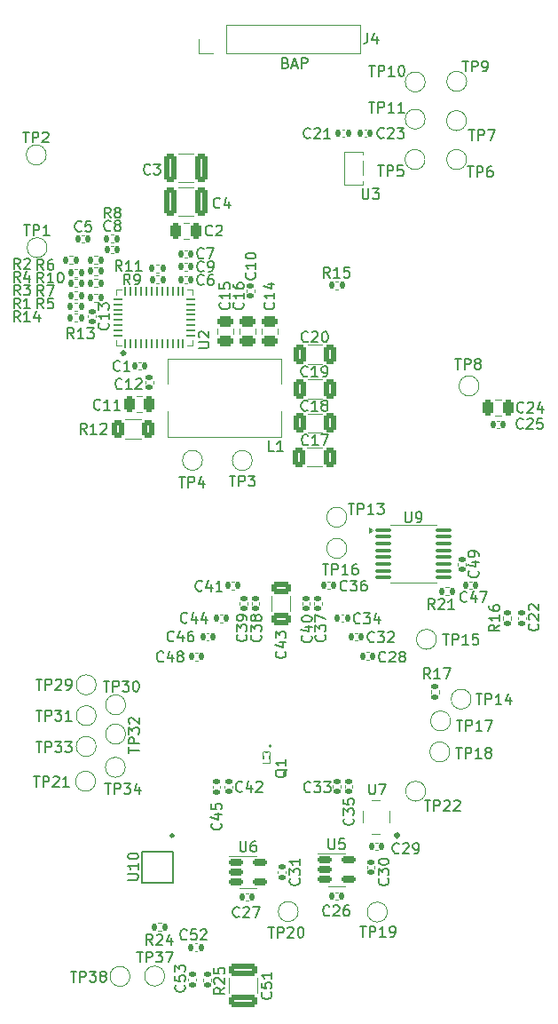
<source format=gbr>
%TF.GenerationSoftware,KiCad,Pcbnew,8.0.1*%
%TF.CreationDate,2024-07-15T09:21:23+08:00*%
%TF.ProjectId,bitaxeUltra,62697461-7865-4556-9c74-72612e6b6963,rev?*%
%TF.SameCoordinates,Original*%
%TF.FileFunction,Legend,Top*%
%TF.FilePolarity,Positive*%
%FSLAX46Y46*%
G04 Gerber Fmt 4.6, Leading zero omitted, Abs format (unit mm)*
G04 Created by KiCad (PCBNEW 8.0.1) date 2024-07-15 09:21:23*
%MOMM*%
%LPD*%
G01*
G04 APERTURE LIST*
G04 Aperture macros list*
%AMRoundRect*
0 Rectangle with rounded corners*
0 $1 Rounding radius*
0 $2 $3 $4 $5 $6 $7 $8 $9 X,Y pos of 4 corners*
0 Add a 4 corners polygon primitive as box body*
4,1,4,$2,$3,$4,$5,$6,$7,$8,$9,$2,$3,0*
0 Add four circle primitives for the rounded corners*
1,1,$1+$1,$2,$3*
1,1,$1+$1,$4,$5*
1,1,$1+$1,$6,$7*
1,1,$1+$1,$8,$9*
0 Add four rect primitives between the rounded corners*
20,1,$1+$1,$2,$3,$4,$5,0*
20,1,$1+$1,$4,$5,$6,$7,0*
20,1,$1+$1,$6,$7,$8,$9,0*
20,1,$1+$1,$8,$9,$2,$3,0*%
G04 Aperture macros list end*
%ADD10C,0.150000*%
%ADD11C,0.120000*%
%ADD12C,0.127000*%
%ADD13C,0.175000*%
%ADD14C,0.313180*%
%ADD15C,0.254165*%
%ADD16C,0.300000*%
%ADD17C,0.100000*%
%ADD18RoundRect,0.250000X-0.325000X-0.650000X0.325000X-0.650000X0.325000X0.650000X-0.325000X0.650000X0*%
%ADD19RoundRect,0.250000X0.475000X-0.250000X0.475000X0.250000X-0.475000X0.250000X-0.475000X-0.250000X0*%
%ADD20RoundRect,0.135000X0.135000X0.185000X-0.135000X0.185000X-0.135000X-0.185000X0.135000X-0.185000X0*%
%ADD21RoundRect,0.250000X-1.100000X0.325000X-1.100000X-0.325000X1.100000X-0.325000X1.100000X0.325000X0*%
%ADD22C,1.500000*%
%ADD23RoundRect,0.140000X-0.140000X-0.170000X0.140000X-0.170000X0.140000X0.170000X-0.140000X0.170000X0*%
%ADD24C,2.000000*%
%ADD25RoundRect,0.140000X0.140000X0.170000X-0.140000X0.170000X-0.140000X-0.170000X0.140000X-0.170000X0*%
%ADD26RoundRect,0.140000X0.170000X-0.140000X0.170000X0.140000X-0.170000X0.140000X-0.170000X-0.140000X0*%
%ADD27RoundRect,0.140000X-0.170000X0.140000X-0.170000X-0.140000X0.170000X-0.140000X0.170000X0.140000X0*%
%ADD28C,3.000000*%
%ADD29RoundRect,0.250000X0.312500X0.625000X-0.312500X0.625000X-0.312500X-0.625000X0.312500X-0.625000X0*%
%ADD30RoundRect,0.150000X-0.512500X-0.150000X0.512500X-0.150000X0.512500X0.150000X-0.512500X0.150000X0*%
%ADD31RoundRect,0.135000X-0.135000X-0.185000X0.135000X-0.185000X0.135000X0.185000X-0.135000X0.185000X0*%
%ADD32R,0.250000X0.400000*%
%ADD33R,0.700000X0.400000*%
%ADD34RoundRect,0.250000X-0.250000X-0.475000X0.250000X-0.475000X0.250000X0.475000X-0.250000X0.475000X0*%
%ADD35RoundRect,0.250000X-0.325000X-1.100000X0.325000X-1.100000X0.325000X1.100000X-0.325000X1.100000X0*%
%ADD36R,1.100000X1.300000*%
%ADD37C,0.800000*%
%ADD38C,6.000000*%
%ADD39RoundRect,0.250000X-0.650000X0.325000X-0.650000X-0.325000X0.650000X-0.325000X0.650000X0.325000X0*%
%ADD40RoundRect,0.135000X0.185000X-0.135000X0.185000X0.135000X-0.185000X0.135000X-0.185000X-0.135000X0*%
%ADD41R,0.400000X1.100000*%
%ADD42RoundRect,0.135000X-0.185000X0.135000X-0.185000X-0.135000X0.185000X-0.135000X0.185000X0.135000X0*%
%ADD43R,1.700000X1.700000*%
%ADD44O,1.700000X1.700000*%
%ADD45C,3.500000*%
%ADD46RoundRect,0.100000X-0.637500X-0.100000X0.637500X-0.100000X0.637500X0.100000X-0.637500X0.100000X0*%
%ADD47R,4.000000X2.600000*%
%ADD48RoundRect,0.062500X0.062500X-0.337500X0.062500X0.337500X-0.062500X0.337500X-0.062500X-0.337500X0*%
%ADD49RoundRect,0.062500X0.337500X-0.062500X0.337500X0.062500X-0.337500X0.062500X-0.337500X-0.062500X0*%
%ADD50C,0.400000*%
%ADD51R,5.300000X3.300000*%
%ADD52R,0.952500X0.558800*%
%ADD53C,1.295400*%
%ADD54C,1.574800*%
%ADD55C,1.700000*%
%ADD56C,0.650000*%
%ADD57O,1.800000X1.000000*%
%ADD58O,2.100000X1.000000*%
%ADD59C,0.990600*%
%ADD60C,1.600000*%
%ADD61C,1.800000*%
G04 APERTURE END LIST*
D10*
X106100112Y-53316009D02*
X106242969Y-53363628D01*
X106242969Y-53363628D02*
X106290588Y-53411247D01*
X106290588Y-53411247D02*
X106338207Y-53506485D01*
X106338207Y-53506485D02*
X106338207Y-53649342D01*
X106338207Y-53649342D02*
X106290588Y-53744580D01*
X106290588Y-53744580D02*
X106242969Y-53792200D01*
X106242969Y-53792200D02*
X106147731Y-53839819D01*
X106147731Y-53839819D02*
X105766779Y-53839819D01*
X105766779Y-53839819D02*
X105766779Y-52839819D01*
X105766779Y-52839819D02*
X106100112Y-52839819D01*
X106100112Y-52839819D02*
X106195350Y-52887438D01*
X106195350Y-52887438D02*
X106242969Y-52935057D01*
X106242969Y-52935057D02*
X106290588Y-53030295D01*
X106290588Y-53030295D02*
X106290588Y-53125533D01*
X106290588Y-53125533D02*
X106242969Y-53220771D01*
X106242969Y-53220771D02*
X106195350Y-53268390D01*
X106195350Y-53268390D02*
X106100112Y-53316009D01*
X106100112Y-53316009D02*
X105766779Y-53316009D01*
X106719160Y-53554104D02*
X107195350Y-53554104D01*
X106623922Y-53839819D02*
X106957255Y-52839819D01*
X106957255Y-52839819D02*
X107290588Y-53839819D01*
X107623922Y-53839819D02*
X107623922Y-52839819D01*
X107623922Y-52839819D02*
X108004874Y-52839819D01*
X108004874Y-52839819D02*
X108100112Y-52887438D01*
X108100112Y-52887438D02*
X108147731Y-52935057D01*
X108147731Y-52935057D02*
X108195350Y-53030295D01*
X108195350Y-53030295D02*
X108195350Y-53173152D01*
X108195350Y-53173152D02*
X108147731Y-53268390D01*
X108147731Y-53268390D02*
X108100112Y-53316009D01*
X108100112Y-53316009D02*
X108004874Y-53363628D01*
X108004874Y-53363628D02*
X107623922Y-53363628D01*
X108237142Y-79839580D02*
X108189523Y-79887200D01*
X108189523Y-79887200D02*
X108046666Y-79934819D01*
X108046666Y-79934819D02*
X107951428Y-79934819D01*
X107951428Y-79934819D02*
X107808571Y-79887200D01*
X107808571Y-79887200D02*
X107713333Y-79791961D01*
X107713333Y-79791961D02*
X107665714Y-79696723D01*
X107665714Y-79696723D02*
X107618095Y-79506247D01*
X107618095Y-79506247D02*
X107618095Y-79363390D01*
X107618095Y-79363390D02*
X107665714Y-79172914D01*
X107665714Y-79172914D02*
X107713333Y-79077676D01*
X107713333Y-79077676D02*
X107808571Y-78982438D01*
X107808571Y-78982438D02*
X107951428Y-78934819D01*
X107951428Y-78934819D02*
X108046666Y-78934819D01*
X108046666Y-78934819D02*
X108189523Y-78982438D01*
X108189523Y-78982438D02*
X108237142Y-79030057D01*
X108618095Y-79030057D02*
X108665714Y-78982438D01*
X108665714Y-78982438D02*
X108760952Y-78934819D01*
X108760952Y-78934819D02*
X108999047Y-78934819D01*
X108999047Y-78934819D02*
X109094285Y-78982438D01*
X109094285Y-78982438D02*
X109141904Y-79030057D01*
X109141904Y-79030057D02*
X109189523Y-79125295D01*
X109189523Y-79125295D02*
X109189523Y-79220533D01*
X109189523Y-79220533D02*
X109141904Y-79363390D01*
X109141904Y-79363390D02*
X108570476Y-79934819D01*
X108570476Y-79934819D02*
X109189523Y-79934819D01*
X109808571Y-78934819D02*
X109903809Y-78934819D01*
X109903809Y-78934819D02*
X109999047Y-78982438D01*
X109999047Y-78982438D02*
X110046666Y-79030057D01*
X110046666Y-79030057D02*
X110094285Y-79125295D01*
X110094285Y-79125295D02*
X110141904Y-79315771D01*
X110141904Y-79315771D02*
X110141904Y-79553866D01*
X110141904Y-79553866D02*
X110094285Y-79744342D01*
X110094285Y-79744342D02*
X110046666Y-79839580D01*
X110046666Y-79839580D02*
X109999047Y-79887200D01*
X109999047Y-79887200D02*
X109903809Y-79934819D01*
X109903809Y-79934819D02*
X109808571Y-79934819D01*
X109808571Y-79934819D02*
X109713333Y-79887200D01*
X109713333Y-79887200D02*
X109665714Y-79839580D01*
X109665714Y-79839580D02*
X109618095Y-79744342D01*
X109618095Y-79744342D02*
X109570476Y-79553866D01*
X109570476Y-79553866D02*
X109570476Y-79315771D01*
X109570476Y-79315771D02*
X109618095Y-79125295D01*
X109618095Y-79125295D02*
X109665714Y-79030057D01*
X109665714Y-79030057D02*
X109713333Y-78982438D01*
X109713333Y-78982438D02*
X109808571Y-78934819D01*
X100709580Y-76192857D02*
X100757200Y-76240476D01*
X100757200Y-76240476D02*
X100804819Y-76383333D01*
X100804819Y-76383333D02*
X100804819Y-76478571D01*
X100804819Y-76478571D02*
X100757200Y-76621428D01*
X100757200Y-76621428D02*
X100661961Y-76716666D01*
X100661961Y-76716666D02*
X100566723Y-76764285D01*
X100566723Y-76764285D02*
X100376247Y-76811904D01*
X100376247Y-76811904D02*
X100233390Y-76811904D01*
X100233390Y-76811904D02*
X100042914Y-76764285D01*
X100042914Y-76764285D02*
X99947676Y-76716666D01*
X99947676Y-76716666D02*
X99852438Y-76621428D01*
X99852438Y-76621428D02*
X99804819Y-76478571D01*
X99804819Y-76478571D02*
X99804819Y-76383333D01*
X99804819Y-76383333D02*
X99852438Y-76240476D01*
X99852438Y-76240476D02*
X99900057Y-76192857D01*
X100804819Y-75240476D02*
X100804819Y-75811904D01*
X100804819Y-75526190D02*
X99804819Y-75526190D01*
X99804819Y-75526190D02*
X99947676Y-75621428D01*
X99947676Y-75621428D02*
X100042914Y-75716666D01*
X100042914Y-75716666D02*
X100090533Y-75811904D01*
X99804819Y-74335714D02*
X99804819Y-74811904D01*
X99804819Y-74811904D02*
X100281009Y-74859523D01*
X100281009Y-74859523D02*
X100233390Y-74811904D01*
X100233390Y-74811904D02*
X100185771Y-74716666D01*
X100185771Y-74716666D02*
X100185771Y-74478571D01*
X100185771Y-74478571D02*
X100233390Y-74383333D01*
X100233390Y-74383333D02*
X100281009Y-74335714D01*
X100281009Y-74335714D02*
X100376247Y-74288095D01*
X100376247Y-74288095D02*
X100614342Y-74288095D01*
X100614342Y-74288095D02*
X100709580Y-74335714D01*
X100709580Y-74335714D02*
X100757200Y-74383333D01*
X100757200Y-74383333D02*
X100804819Y-74478571D01*
X100804819Y-74478571D02*
X100804819Y-74716666D01*
X100804819Y-74716666D02*
X100757200Y-74811904D01*
X100757200Y-74811904D02*
X100709580Y-74859523D01*
X120307142Y-105414819D02*
X119973809Y-104938628D01*
X119735714Y-105414819D02*
X119735714Y-104414819D01*
X119735714Y-104414819D02*
X120116666Y-104414819D01*
X120116666Y-104414819D02*
X120211904Y-104462438D01*
X120211904Y-104462438D02*
X120259523Y-104510057D01*
X120259523Y-104510057D02*
X120307142Y-104605295D01*
X120307142Y-104605295D02*
X120307142Y-104748152D01*
X120307142Y-104748152D02*
X120259523Y-104843390D01*
X120259523Y-104843390D02*
X120211904Y-104891009D01*
X120211904Y-104891009D02*
X120116666Y-104938628D01*
X120116666Y-104938628D02*
X119735714Y-104938628D01*
X120688095Y-104510057D02*
X120735714Y-104462438D01*
X120735714Y-104462438D02*
X120830952Y-104414819D01*
X120830952Y-104414819D02*
X121069047Y-104414819D01*
X121069047Y-104414819D02*
X121164285Y-104462438D01*
X121164285Y-104462438D02*
X121211904Y-104510057D01*
X121211904Y-104510057D02*
X121259523Y-104605295D01*
X121259523Y-104605295D02*
X121259523Y-104700533D01*
X121259523Y-104700533D02*
X121211904Y-104843390D01*
X121211904Y-104843390D02*
X120640476Y-105414819D01*
X120640476Y-105414819D02*
X121259523Y-105414819D01*
X122211904Y-105414819D02*
X121640476Y-105414819D01*
X121926190Y-105414819D02*
X121926190Y-104414819D01*
X121926190Y-104414819D02*
X121830952Y-104557676D01*
X121830952Y-104557676D02*
X121735714Y-104652914D01*
X121735714Y-104652914D02*
X121640476Y-104700533D01*
X104704580Y-141932857D02*
X104752200Y-141980476D01*
X104752200Y-141980476D02*
X104799819Y-142123333D01*
X104799819Y-142123333D02*
X104799819Y-142218571D01*
X104799819Y-142218571D02*
X104752200Y-142361428D01*
X104752200Y-142361428D02*
X104656961Y-142456666D01*
X104656961Y-142456666D02*
X104561723Y-142504285D01*
X104561723Y-142504285D02*
X104371247Y-142551904D01*
X104371247Y-142551904D02*
X104228390Y-142551904D01*
X104228390Y-142551904D02*
X104037914Y-142504285D01*
X104037914Y-142504285D02*
X103942676Y-142456666D01*
X103942676Y-142456666D02*
X103847438Y-142361428D01*
X103847438Y-142361428D02*
X103799819Y-142218571D01*
X103799819Y-142218571D02*
X103799819Y-142123333D01*
X103799819Y-142123333D02*
X103847438Y-141980476D01*
X103847438Y-141980476D02*
X103895057Y-141932857D01*
X103799819Y-141028095D02*
X103799819Y-141504285D01*
X103799819Y-141504285D02*
X104276009Y-141551904D01*
X104276009Y-141551904D02*
X104228390Y-141504285D01*
X104228390Y-141504285D02*
X104180771Y-141409047D01*
X104180771Y-141409047D02*
X104180771Y-141170952D01*
X104180771Y-141170952D02*
X104228390Y-141075714D01*
X104228390Y-141075714D02*
X104276009Y-141028095D01*
X104276009Y-141028095D02*
X104371247Y-140980476D01*
X104371247Y-140980476D02*
X104609342Y-140980476D01*
X104609342Y-140980476D02*
X104704580Y-141028095D01*
X104704580Y-141028095D02*
X104752200Y-141075714D01*
X104752200Y-141075714D02*
X104799819Y-141170952D01*
X104799819Y-141170952D02*
X104799819Y-141409047D01*
X104799819Y-141409047D02*
X104752200Y-141504285D01*
X104752200Y-141504285D02*
X104704580Y-141551904D01*
X104799819Y-140028095D02*
X104799819Y-140599523D01*
X104799819Y-140313809D02*
X103799819Y-140313809D01*
X103799819Y-140313809D02*
X103942676Y-140409047D01*
X103942676Y-140409047D02*
X104037914Y-140504285D01*
X104037914Y-140504285D02*
X104085533Y-140599523D01*
X113231905Y-135644819D02*
X113803333Y-135644819D01*
X113517619Y-136644819D02*
X113517619Y-135644819D01*
X114136667Y-136644819D02*
X114136667Y-135644819D01*
X114136667Y-135644819D02*
X114517619Y-135644819D01*
X114517619Y-135644819D02*
X114612857Y-135692438D01*
X114612857Y-135692438D02*
X114660476Y-135740057D01*
X114660476Y-135740057D02*
X114708095Y-135835295D01*
X114708095Y-135835295D02*
X114708095Y-135978152D01*
X114708095Y-135978152D02*
X114660476Y-136073390D01*
X114660476Y-136073390D02*
X114612857Y-136121009D01*
X114612857Y-136121009D02*
X114517619Y-136168628D01*
X114517619Y-136168628D02*
X114136667Y-136168628D01*
X115660476Y-136644819D02*
X115089048Y-136644819D01*
X115374762Y-136644819D02*
X115374762Y-135644819D01*
X115374762Y-135644819D02*
X115279524Y-135787676D01*
X115279524Y-135787676D02*
X115184286Y-135882914D01*
X115184286Y-135882914D02*
X115089048Y-135930533D01*
X116136667Y-136644819D02*
X116327143Y-136644819D01*
X116327143Y-136644819D02*
X116422381Y-136597200D01*
X116422381Y-136597200D02*
X116470000Y-136549580D01*
X116470000Y-136549580D02*
X116565238Y-136406723D01*
X116565238Y-136406723D02*
X116612857Y-136216247D01*
X116612857Y-136216247D02*
X116612857Y-135835295D01*
X116612857Y-135835295D02*
X116565238Y-135740057D01*
X116565238Y-135740057D02*
X116517619Y-135692438D01*
X116517619Y-135692438D02*
X116422381Y-135644819D01*
X116422381Y-135644819D02*
X116231905Y-135644819D01*
X116231905Y-135644819D02*
X116136667Y-135692438D01*
X116136667Y-135692438D02*
X116089048Y-135740057D01*
X116089048Y-135740057D02*
X116041429Y-135835295D01*
X116041429Y-135835295D02*
X116041429Y-136073390D01*
X116041429Y-136073390D02*
X116089048Y-136168628D01*
X116089048Y-136168628D02*
X116136667Y-136216247D01*
X116136667Y-136216247D02*
X116231905Y-136263866D01*
X116231905Y-136263866D02*
X116422381Y-136263866D01*
X116422381Y-136263866D02*
X116517619Y-136216247D01*
X116517619Y-136216247D02*
X116565238Y-136168628D01*
X116565238Y-136168628D02*
X116612857Y-136073390D01*
X98283333Y-73139580D02*
X98235714Y-73187200D01*
X98235714Y-73187200D02*
X98092857Y-73234819D01*
X98092857Y-73234819D02*
X97997619Y-73234819D01*
X97997619Y-73234819D02*
X97854762Y-73187200D01*
X97854762Y-73187200D02*
X97759524Y-73091961D01*
X97759524Y-73091961D02*
X97711905Y-72996723D01*
X97711905Y-72996723D02*
X97664286Y-72806247D01*
X97664286Y-72806247D02*
X97664286Y-72663390D01*
X97664286Y-72663390D02*
X97711905Y-72472914D01*
X97711905Y-72472914D02*
X97759524Y-72377676D01*
X97759524Y-72377676D02*
X97854762Y-72282438D01*
X97854762Y-72282438D02*
X97997619Y-72234819D01*
X97997619Y-72234819D02*
X98092857Y-72234819D01*
X98092857Y-72234819D02*
X98235714Y-72282438D01*
X98235714Y-72282438D02*
X98283333Y-72330057D01*
X98759524Y-73234819D02*
X98950000Y-73234819D01*
X98950000Y-73234819D02*
X99045238Y-73187200D01*
X99045238Y-73187200D02*
X99092857Y-73139580D01*
X99092857Y-73139580D02*
X99188095Y-72996723D01*
X99188095Y-72996723D02*
X99235714Y-72806247D01*
X99235714Y-72806247D02*
X99235714Y-72425295D01*
X99235714Y-72425295D02*
X99188095Y-72330057D01*
X99188095Y-72330057D02*
X99140476Y-72282438D01*
X99140476Y-72282438D02*
X99045238Y-72234819D01*
X99045238Y-72234819D02*
X98854762Y-72234819D01*
X98854762Y-72234819D02*
X98759524Y-72282438D01*
X98759524Y-72282438D02*
X98711905Y-72330057D01*
X98711905Y-72330057D02*
X98664286Y-72425295D01*
X98664286Y-72425295D02*
X98664286Y-72663390D01*
X98664286Y-72663390D02*
X98711905Y-72758628D01*
X98711905Y-72758628D02*
X98759524Y-72806247D01*
X98759524Y-72806247D02*
X98854762Y-72853866D01*
X98854762Y-72853866D02*
X99045238Y-72853866D01*
X99045238Y-72853866D02*
X99140476Y-72806247D01*
X99140476Y-72806247D02*
X99188095Y-72758628D01*
X99188095Y-72758628D02*
X99235714Y-72663390D01*
X98137142Y-103589580D02*
X98089523Y-103637200D01*
X98089523Y-103637200D02*
X97946666Y-103684819D01*
X97946666Y-103684819D02*
X97851428Y-103684819D01*
X97851428Y-103684819D02*
X97708571Y-103637200D01*
X97708571Y-103637200D02*
X97613333Y-103541961D01*
X97613333Y-103541961D02*
X97565714Y-103446723D01*
X97565714Y-103446723D02*
X97518095Y-103256247D01*
X97518095Y-103256247D02*
X97518095Y-103113390D01*
X97518095Y-103113390D02*
X97565714Y-102922914D01*
X97565714Y-102922914D02*
X97613333Y-102827676D01*
X97613333Y-102827676D02*
X97708571Y-102732438D01*
X97708571Y-102732438D02*
X97851428Y-102684819D01*
X97851428Y-102684819D02*
X97946666Y-102684819D01*
X97946666Y-102684819D02*
X98089523Y-102732438D01*
X98089523Y-102732438D02*
X98137142Y-102780057D01*
X98994285Y-103018152D02*
X98994285Y-103684819D01*
X98756190Y-102637200D02*
X98518095Y-103351485D01*
X98518095Y-103351485D02*
X99137142Y-103351485D01*
X100041904Y-103684819D02*
X99470476Y-103684819D01*
X99756190Y-103684819D02*
X99756190Y-102684819D01*
X99756190Y-102684819D02*
X99660952Y-102827676D01*
X99660952Y-102827676D02*
X99565714Y-102922914D01*
X99565714Y-102922914D02*
X99470476Y-102970533D01*
X122371905Y-118614819D02*
X122943333Y-118614819D01*
X122657619Y-119614819D02*
X122657619Y-118614819D01*
X123276667Y-119614819D02*
X123276667Y-118614819D01*
X123276667Y-118614819D02*
X123657619Y-118614819D01*
X123657619Y-118614819D02*
X123752857Y-118662438D01*
X123752857Y-118662438D02*
X123800476Y-118710057D01*
X123800476Y-118710057D02*
X123848095Y-118805295D01*
X123848095Y-118805295D02*
X123848095Y-118948152D01*
X123848095Y-118948152D02*
X123800476Y-119043390D01*
X123800476Y-119043390D02*
X123752857Y-119091009D01*
X123752857Y-119091009D02*
X123657619Y-119138628D01*
X123657619Y-119138628D02*
X123276667Y-119138628D01*
X124800476Y-119614819D02*
X124229048Y-119614819D01*
X124514762Y-119614819D02*
X124514762Y-118614819D01*
X124514762Y-118614819D02*
X124419524Y-118757676D01*
X124419524Y-118757676D02*
X124324286Y-118852914D01*
X124324286Y-118852914D02*
X124229048Y-118900533D01*
X125371905Y-119043390D02*
X125276667Y-118995771D01*
X125276667Y-118995771D02*
X125229048Y-118948152D01*
X125229048Y-118948152D02*
X125181429Y-118852914D01*
X125181429Y-118852914D02*
X125181429Y-118805295D01*
X125181429Y-118805295D02*
X125229048Y-118710057D01*
X125229048Y-118710057D02*
X125276667Y-118662438D01*
X125276667Y-118662438D02*
X125371905Y-118614819D01*
X125371905Y-118614819D02*
X125562381Y-118614819D01*
X125562381Y-118614819D02*
X125657619Y-118662438D01*
X125657619Y-118662438D02*
X125705238Y-118710057D01*
X125705238Y-118710057D02*
X125752857Y-118805295D01*
X125752857Y-118805295D02*
X125752857Y-118852914D01*
X125752857Y-118852914D02*
X125705238Y-118948152D01*
X125705238Y-118948152D02*
X125657619Y-118995771D01*
X125657619Y-118995771D02*
X125562381Y-119043390D01*
X125562381Y-119043390D02*
X125371905Y-119043390D01*
X125371905Y-119043390D02*
X125276667Y-119091009D01*
X125276667Y-119091009D02*
X125229048Y-119138628D01*
X125229048Y-119138628D02*
X125181429Y-119233866D01*
X125181429Y-119233866D02*
X125181429Y-119424342D01*
X125181429Y-119424342D02*
X125229048Y-119519580D01*
X125229048Y-119519580D02*
X125276667Y-119567200D01*
X125276667Y-119567200D02*
X125371905Y-119614819D01*
X125371905Y-119614819D02*
X125562381Y-119614819D01*
X125562381Y-119614819D02*
X125657619Y-119567200D01*
X125657619Y-119567200D02*
X125705238Y-119519580D01*
X125705238Y-119519580D02*
X125752857Y-119424342D01*
X125752857Y-119424342D02*
X125752857Y-119233866D01*
X125752857Y-119233866D02*
X125705238Y-119138628D01*
X125705238Y-119138628D02*
X125657619Y-119091009D01*
X125657619Y-119091009D02*
X125562381Y-119043390D01*
X101967142Y-122729580D02*
X101919523Y-122777200D01*
X101919523Y-122777200D02*
X101776666Y-122824819D01*
X101776666Y-122824819D02*
X101681428Y-122824819D01*
X101681428Y-122824819D02*
X101538571Y-122777200D01*
X101538571Y-122777200D02*
X101443333Y-122681961D01*
X101443333Y-122681961D02*
X101395714Y-122586723D01*
X101395714Y-122586723D02*
X101348095Y-122396247D01*
X101348095Y-122396247D02*
X101348095Y-122253390D01*
X101348095Y-122253390D02*
X101395714Y-122062914D01*
X101395714Y-122062914D02*
X101443333Y-121967676D01*
X101443333Y-121967676D02*
X101538571Y-121872438D01*
X101538571Y-121872438D02*
X101681428Y-121824819D01*
X101681428Y-121824819D02*
X101776666Y-121824819D01*
X101776666Y-121824819D02*
X101919523Y-121872438D01*
X101919523Y-121872438D02*
X101967142Y-121920057D01*
X102824285Y-122158152D02*
X102824285Y-122824819D01*
X102586190Y-121777200D02*
X102348095Y-122491485D01*
X102348095Y-122491485D02*
X102967142Y-122491485D01*
X103300476Y-121920057D02*
X103348095Y-121872438D01*
X103348095Y-121872438D02*
X103443333Y-121824819D01*
X103443333Y-121824819D02*
X103681428Y-121824819D01*
X103681428Y-121824819D02*
X103776666Y-121872438D01*
X103776666Y-121872438D02*
X103824285Y-121920057D01*
X103824285Y-121920057D02*
X103871904Y-122015295D01*
X103871904Y-122015295D02*
X103871904Y-122110533D01*
X103871904Y-122110533D02*
X103824285Y-122253390D01*
X103824285Y-122253390D02*
X103252857Y-122824819D01*
X103252857Y-122824819D02*
X103871904Y-122824819D01*
X122296095Y-81533819D02*
X122867523Y-81533819D01*
X122581809Y-82533819D02*
X122581809Y-81533819D01*
X123200857Y-82533819D02*
X123200857Y-81533819D01*
X123200857Y-81533819D02*
X123581809Y-81533819D01*
X123581809Y-81533819D02*
X123677047Y-81581438D01*
X123677047Y-81581438D02*
X123724666Y-81629057D01*
X123724666Y-81629057D02*
X123772285Y-81724295D01*
X123772285Y-81724295D02*
X123772285Y-81867152D01*
X123772285Y-81867152D02*
X123724666Y-81962390D01*
X123724666Y-81962390D02*
X123677047Y-82010009D01*
X123677047Y-82010009D02*
X123581809Y-82057628D01*
X123581809Y-82057628D02*
X123200857Y-82057628D01*
X124343714Y-81962390D02*
X124248476Y-81914771D01*
X124248476Y-81914771D02*
X124200857Y-81867152D01*
X124200857Y-81867152D02*
X124153238Y-81771914D01*
X124153238Y-81771914D02*
X124153238Y-81724295D01*
X124153238Y-81724295D02*
X124200857Y-81629057D01*
X124200857Y-81629057D02*
X124248476Y-81581438D01*
X124248476Y-81581438D02*
X124343714Y-81533819D01*
X124343714Y-81533819D02*
X124534190Y-81533819D01*
X124534190Y-81533819D02*
X124629428Y-81581438D01*
X124629428Y-81581438D02*
X124677047Y-81629057D01*
X124677047Y-81629057D02*
X124724666Y-81724295D01*
X124724666Y-81724295D02*
X124724666Y-81771914D01*
X124724666Y-81771914D02*
X124677047Y-81867152D01*
X124677047Y-81867152D02*
X124629428Y-81914771D01*
X124629428Y-81914771D02*
X124534190Y-81962390D01*
X124534190Y-81962390D02*
X124343714Y-81962390D01*
X124343714Y-81962390D02*
X124248476Y-82010009D01*
X124248476Y-82010009D02*
X124200857Y-82057628D01*
X124200857Y-82057628D02*
X124153238Y-82152866D01*
X124153238Y-82152866D02*
X124153238Y-82343342D01*
X124153238Y-82343342D02*
X124200857Y-82438580D01*
X124200857Y-82438580D02*
X124248476Y-82486200D01*
X124248476Y-82486200D02*
X124343714Y-82533819D01*
X124343714Y-82533819D02*
X124534190Y-82533819D01*
X124534190Y-82533819D02*
X124629428Y-82486200D01*
X124629428Y-82486200D02*
X124677047Y-82438580D01*
X124677047Y-82438580D02*
X124724666Y-82343342D01*
X124724666Y-82343342D02*
X124724666Y-82152866D01*
X124724666Y-82152866D02*
X124677047Y-82057628D01*
X124677047Y-82057628D02*
X124629428Y-82010009D01*
X124629428Y-82010009D02*
X124534190Y-81962390D01*
X108534780Y-107942857D02*
X108582400Y-107990476D01*
X108582400Y-107990476D02*
X108630019Y-108133333D01*
X108630019Y-108133333D02*
X108630019Y-108228571D01*
X108630019Y-108228571D02*
X108582400Y-108371428D01*
X108582400Y-108371428D02*
X108487161Y-108466666D01*
X108487161Y-108466666D02*
X108391923Y-108514285D01*
X108391923Y-108514285D02*
X108201447Y-108561904D01*
X108201447Y-108561904D02*
X108058590Y-108561904D01*
X108058590Y-108561904D02*
X107868114Y-108514285D01*
X107868114Y-108514285D02*
X107772876Y-108466666D01*
X107772876Y-108466666D02*
X107677638Y-108371428D01*
X107677638Y-108371428D02*
X107630019Y-108228571D01*
X107630019Y-108228571D02*
X107630019Y-108133333D01*
X107630019Y-108133333D02*
X107677638Y-107990476D01*
X107677638Y-107990476D02*
X107725257Y-107942857D01*
X107963352Y-107085714D02*
X108630019Y-107085714D01*
X107582400Y-107323809D02*
X108296685Y-107561904D01*
X108296685Y-107561904D02*
X108296685Y-106942857D01*
X107630019Y-106371428D02*
X107630019Y-106276190D01*
X107630019Y-106276190D02*
X107677638Y-106180952D01*
X107677638Y-106180952D02*
X107725257Y-106133333D01*
X107725257Y-106133333D02*
X107820495Y-106085714D01*
X107820495Y-106085714D02*
X108010971Y-106038095D01*
X108010971Y-106038095D02*
X108249066Y-106038095D01*
X108249066Y-106038095D02*
X108439542Y-106085714D01*
X108439542Y-106085714D02*
X108534780Y-106133333D01*
X108534780Y-106133333D02*
X108582400Y-106180952D01*
X108582400Y-106180952D02*
X108630019Y-106276190D01*
X108630019Y-106276190D02*
X108630019Y-106371428D01*
X108630019Y-106371428D02*
X108582400Y-106466666D01*
X108582400Y-106466666D02*
X108534780Y-106514285D01*
X108534780Y-106514285D02*
X108439542Y-106561904D01*
X108439542Y-106561904D02*
X108249066Y-106609523D01*
X108249066Y-106609523D02*
X108010971Y-106609523D01*
X108010971Y-106609523D02*
X107820495Y-106561904D01*
X107820495Y-106561904D02*
X107725257Y-106514285D01*
X107725257Y-106514285D02*
X107677638Y-106466666D01*
X107677638Y-106466666D02*
X107630019Y-106371428D01*
X95437142Y-108399580D02*
X95389523Y-108447200D01*
X95389523Y-108447200D02*
X95246666Y-108494819D01*
X95246666Y-108494819D02*
X95151428Y-108494819D01*
X95151428Y-108494819D02*
X95008571Y-108447200D01*
X95008571Y-108447200D02*
X94913333Y-108351961D01*
X94913333Y-108351961D02*
X94865714Y-108256723D01*
X94865714Y-108256723D02*
X94818095Y-108066247D01*
X94818095Y-108066247D02*
X94818095Y-107923390D01*
X94818095Y-107923390D02*
X94865714Y-107732914D01*
X94865714Y-107732914D02*
X94913333Y-107637676D01*
X94913333Y-107637676D02*
X95008571Y-107542438D01*
X95008571Y-107542438D02*
X95151428Y-107494819D01*
X95151428Y-107494819D02*
X95246666Y-107494819D01*
X95246666Y-107494819D02*
X95389523Y-107542438D01*
X95389523Y-107542438D02*
X95437142Y-107590057D01*
X96294285Y-107828152D02*
X96294285Y-108494819D01*
X96056190Y-107447200D02*
X95818095Y-108161485D01*
X95818095Y-108161485D02*
X96437142Y-108161485D01*
X97246666Y-107494819D02*
X97056190Y-107494819D01*
X97056190Y-107494819D02*
X96960952Y-107542438D01*
X96960952Y-107542438D02*
X96913333Y-107590057D01*
X96913333Y-107590057D02*
X96818095Y-107732914D01*
X96818095Y-107732914D02*
X96770476Y-107923390D01*
X96770476Y-107923390D02*
X96770476Y-108304342D01*
X96770476Y-108304342D02*
X96818095Y-108399580D01*
X96818095Y-108399580D02*
X96865714Y-108447200D01*
X96865714Y-108447200D02*
X96960952Y-108494819D01*
X96960952Y-108494819D02*
X97151428Y-108494819D01*
X97151428Y-108494819D02*
X97246666Y-108447200D01*
X97246666Y-108447200D02*
X97294285Y-108399580D01*
X97294285Y-108399580D02*
X97341904Y-108304342D01*
X97341904Y-108304342D02*
X97341904Y-108066247D01*
X97341904Y-108066247D02*
X97294285Y-107971009D01*
X97294285Y-107971009D02*
X97246666Y-107923390D01*
X97246666Y-107923390D02*
X97151428Y-107875771D01*
X97151428Y-107875771D02*
X96960952Y-107875771D01*
X96960952Y-107875771D02*
X96865714Y-107923390D01*
X96865714Y-107923390D02*
X96818095Y-107971009D01*
X96818095Y-107971009D02*
X96770476Y-108066247D01*
X102324580Y-107842857D02*
X102372200Y-107890476D01*
X102372200Y-107890476D02*
X102419819Y-108033333D01*
X102419819Y-108033333D02*
X102419819Y-108128571D01*
X102419819Y-108128571D02*
X102372200Y-108271428D01*
X102372200Y-108271428D02*
X102276961Y-108366666D01*
X102276961Y-108366666D02*
X102181723Y-108414285D01*
X102181723Y-108414285D02*
X101991247Y-108461904D01*
X101991247Y-108461904D02*
X101848390Y-108461904D01*
X101848390Y-108461904D02*
X101657914Y-108414285D01*
X101657914Y-108414285D02*
X101562676Y-108366666D01*
X101562676Y-108366666D02*
X101467438Y-108271428D01*
X101467438Y-108271428D02*
X101419819Y-108128571D01*
X101419819Y-108128571D02*
X101419819Y-108033333D01*
X101419819Y-108033333D02*
X101467438Y-107890476D01*
X101467438Y-107890476D02*
X101515057Y-107842857D01*
X101419819Y-107509523D02*
X101419819Y-106890476D01*
X101419819Y-106890476D02*
X101800771Y-107223809D01*
X101800771Y-107223809D02*
X101800771Y-107080952D01*
X101800771Y-107080952D02*
X101848390Y-106985714D01*
X101848390Y-106985714D02*
X101896009Y-106938095D01*
X101896009Y-106938095D02*
X101991247Y-106890476D01*
X101991247Y-106890476D02*
X102229342Y-106890476D01*
X102229342Y-106890476D02*
X102324580Y-106938095D01*
X102324580Y-106938095D02*
X102372200Y-106985714D01*
X102372200Y-106985714D02*
X102419819Y-107080952D01*
X102419819Y-107080952D02*
X102419819Y-107366666D01*
X102419819Y-107366666D02*
X102372200Y-107461904D01*
X102372200Y-107461904D02*
X102324580Y-107509523D01*
X102419819Y-106414285D02*
X102419819Y-106223809D01*
X102419819Y-106223809D02*
X102372200Y-106128571D01*
X102372200Y-106128571D02*
X102324580Y-106080952D01*
X102324580Y-106080952D02*
X102181723Y-105985714D01*
X102181723Y-105985714D02*
X101991247Y-105938095D01*
X101991247Y-105938095D02*
X101610295Y-105938095D01*
X101610295Y-105938095D02*
X101515057Y-105985714D01*
X101515057Y-105985714D02*
X101467438Y-106033333D01*
X101467438Y-106033333D02*
X101419819Y-106128571D01*
X101419819Y-106128571D02*
X101419819Y-106319047D01*
X101419819Y-106319047D02*
X101467438Y-106414285D01*
X101467438Y-106414285D02*
X101515057Y-106461904D01*
X101515057Y-106461904D02*
X101610295Y-106509523D01*
X101610295Y-106509523D02*
X101848390Y-106509523D01*
X101848390Y-106509523D02*
X101943628Y-106461904D01*
X101943628Y-106461904D02*
X101991247Y-106414285D01*
X101991247Y-106414285D02*
X102038866Y-106319047D01*
X102038866Y-106319047D02*
X102038866Y-106128571D01*
X102038866Y-106128571D02*
X101991247Y-106033333D01*
X101991247Y-106033333D02*
X101943628Y-105985714D01*
X101943628Y-105985714D02*
X101848390Y-105938095D01*
X87117142Y-88704819D02*
X86783809Y-88228628D01*
X86545714Y-88704819D02*
X86545714Y-87704819D01*
X86545714Y-87704819D02*
X86926666Y-87704819D01*
X86926666Y-87704819D02*
X87021904Y-87752438D01*
X87021904Y-87752438D02*
X87069523Y-87800057D01*
X87069523Y-87800057D02*
X87117142Y-87895295D01*
X87117142Y-87895295D02*
X87117142Y-88038152D01*
X87117142Y-88038152D02*
X87069523Y-88133390D01*
X87069523Y-88133390D02*
X87021904Y-88181009D01*
X87021904Y-88181009D02*
X86926666Y-88228628D01*
X86926666Y-88228628D02*
X86545714Y-88228628D01*
X88069523Y-88704819D02*
X87498095Y-88704819D01*
X87783809Y-88704819D02*
X87783809Y-87704819D01*
X87783809Y-87704819D02*
X87688571Y-87847676D01*
X87688571Y-87847676D02*
X87593333Y-87942914D01*
X87593333Y-87942914D02*
X87498095Y-87990533D01*
X88450476Y-87800057D02*
X88498095Y-87752438D01*
X88498095Y-87752438D02*
X88593333Y-87704819D01*
X88593333Y-87704819D02*
X88831428Y-87704819D01*
X88831428Y-87704819D02*
X88926666Y-87752438D01*
X88926666Y-87752438D02*
X88974285Y-87800057D01*
X88974285Y-87800057D02*
X89021904Y-87895295D01*
X89021904Y-87895295D02*
X89021904Y-87990533D01*
X89021904Y-87990533D02*
X88974285Y-88133390D01*
X88974285Y-88133390D02*
X88402857Y-88704819D01*
X88402857Y-88704819D02*
X89021904Y-88704819D01*
X89149580Y-78132857D02*
X89197200Y-78180476D01*
X89197200Y-78180476D02*
X89244819Y-78323333D01*
X89244819Y-78323333D02*
X89244819Y-78418571D01*
X89244819Y-78418571D02*
X89197200Y-78561428D01*
X89197200Y-78561428D02*
X89101961Y-78656666D01*
X89101961Y-78656666D02*
X89006723Y-78704285D01*
X89006723Y-78704285D02*
X88816247Y-78751904D01*
X88816247Y-78751904D02*
X88673390Y-78751904D01*
X88673390Y-78751904D02*
X88482914Y-78704285D01*
X88482914Y-78704285D02*
X88387676Y-78656666D01*
X88387676Y-78656666D02*
X88292438Y-78561428D01*
X88292438Y-78561428D02*
X88244819Y-78418571D01*
X88244819Y-78418571D02*
X88244819Y-78323333D01*
X88244819Y-78323333D02*
X88292438Y-78180476D01*
X88292438Y-78180476D02*
X88340057Y-78132857D01*
X89244819Y-77180476D02*
X89244819Y-77751904D01*
X89244819Y-77466190D02*
X88244819Y-77466190D01*
X88244819Y-77466190D02*
X88387676Y-77561428D01*
X88387676Y-77561428D02*
X88482914Y-77656666D01*
X88482914Y-77656666D02*
X88530533Y-77751904D01*
X88244819Y-76847142D02*
X88244819Y-76228095D01*
X88244819Y-76228095D02*
X88625771Y-76561428D01*
X88625771Y-76561428D02*
X88625771Y-76418571D01*
X88625771Y-76418571D02*
X88673390Y-76323333D01*
X88673390Y-76323333D02*
X88721009Y-76275714D01*
X88721009Y-76275714D02*
X88816247Y-76228095D01*
X88816247Y-76228095D02*
X89054342Y-76228095D01*
X89054342Y-76228095D02*
X89149580Y-76275714D01*
X89149580Y-76275714D02*
X89197200Y-76323333D01*
X89197200Y-76323333D02*
X89244819Y-76418571D01*
X89244819Y-76418571D02*
X89244819Y-76704285D01*
X89244819Y-76704285D02*
X89197200Y-76799523D01*
X89197200Y-76799523D02*
X89149580Y-76847142D01*
X104959580Y-76192857D02*
X105007200Y-76240476D01*
X105007200Y-76240476D02*
X105054819Y-76383333D01*
X105054819Y-76383333D02*
X105054819Y-76478571D01*
X105054819Y-76478571D02*
X105007200Y-76621428D01*
X105007200Y-76621428D02*
X104911961Y-76716666D01*
X104911961Y-76716666D02*
X104816723Y-76764285D01*
X104816723Y-76764285D02*
X104626247Y-76811904D01*
X104626247Y-76811904D02*
X104483390Y-76811904D01*
X104483390Y-76811904D02*
X104292914Y-76764285D01*
X104292914Y-76764285D02*
X104197676Y-76716666D01*
X104197676Y-76716666D02*
X104102438Y-76621428D01*
X104102438Y-76621428D02*
X104054819Y-76478571D01*
X104054819Y-76478571D02*
X104054819Y-76383333D01*
X104054819Y-76383333D02*
X104102438Y-76240476D01*
X104102438Y-76240476D02*
X104150057Y-76192857D01*
X105054819Y-75240476D02*
X105054819Y-75811904D01*
X105054819Y-75526190D02*
X104054819Y-75526190D01*
X104054819Y-75526190D02*
X104197676Y-75621428D01*
X104197676Y-75621428D02*
X104292914Y-75716666D01*
X104292914Y-75716666D02*
X104340533Y-75811904D01*
X104388152Y-74383333D02*
X105054819Y-74383333D01*
X104007200Y-74621428D02*
X104721485Y-74859523D01*
X104721485Y-74859523D02*
X104721485Y-74240476D01*
X101768095Y-127524819D02*
X101768095Y-128334342D01*
X101768095Y-128334342D02*
X101815714Y-128429580D01*
X101815714Y-128429580D02*
X101863333Y-128477200D01*
X101863333Y-128477200D02*
X101958571Y-128524819D01*
X101958571Y-128524819D02*
X102149047Y-128524819D01*
X102149047Y-128524819D02*
X102244285Y-128477200D01*
X102244285Y-128477200D02*
X102291904Y-128429580D01*
X102291904Y-128429580D02*
X102339523Y-128334342D01*
X102339523Y-128334342D02*
X102339523Y-127524819D01*
X103244285Y-127524819D02*
X103053809Y-127524819D01*
X103053809Y-127524819D02*
X102958571Y-127572438D01*
X102958571Y-127572438D02*
X102910952Y-127620057D01*
X102910952Y-127620057D02*
X102815714Y-127762914D01*
X102815714Y-127762914D02*
X102768095Y-127953390D01*
X102768095Y-127953390D02*
X102768095Y-128334342D01*
X102768095Y-128334342D02*
X102815714Y-128429580D01*
X102815714Y-128429580D02*
X102863333Y-128477200D01*
X102863333Y-128477200D02*
X102958571Y-128524819D01*
X102958571Y-128524819D02*
X103149047Y-128524819D01*
X103149047Y-128524819D02*
X103244285Y-128477200D01*
X103244285Y-128477200D02*
X103291904Y-128429580D01*
X103291904Y-128429580D02*
X103339523Y-128334342D01*
X103339523Y-128334342D02*
X103339523Y-128096247D01*
X103339523Y-128096247D02*
X103291904Y-128001009D01*
X103291904Y-128001009D02*
X103244285Y-127953390D01*
X103244285Y-127953390D02*
X103149047Y-127905771D01*
X103149047Y-127905771D02*
X102958571Y-127905771D01*
X102958571Y-127905771D02*
X102863333Y-127953390D01*
X102863333Y-127953390D02*
X102815714Y-128001009D01*
X102815714Y-128001009D02*
X102768095Y-128096247D01*
X80767142Y-76737319D02*
X80433809Y-76261128D01*
X80195714Y-76737319D02*
X80195714Y-75737319D01*
X80195714Y-75737319D02*
X80576666Y-75737319D01*
X80576666Y-75737319D02*
X80671904Y-75784938D01*
X80671904Y-75784938D02*
X80719523Y-75832557D01*
X80719523Y-75832557D02*
X80767142Y-75927795D01*
X80767142Y-75927795D02*
X80767142Y-76070652D01*
X80767142Y-76070652D02*
X80719523Y-76165890D01*
X80719523Y-76165890D02*
X80671904Y-76213509D01*
X80671904Y-76213509D02*
X80576666Y-76261128D01*
X80576666Y-76261128D02*
X80195714Y-76261128D01*
X81719523Y-76737319D02*
X81148095Y-76737319D01*
X81433809Y-76737319D02*
X81433809Y-75737319D01*
X81433809Y-75737319D02*
X81338571Y-75880176D01*
X81338571Y-75880176D02*
X81243333Y-75975414D01*
X81243333Y-75975414D02*
X81148095Y-76023033D01*
X112101905Y-95334819D02*
X112673333Y-95334819D01*
X112387619Y-96334819D02*
X112387619Y-95334819D01*
X113006667Y-96334819D02*
X113006667Y-95334819D01*
X113006667Y-95334819D02*
X113387619Y-95334819D01*
X113387619Y-95334819D02*
X113482857Y-95382438D01*
X113482857Y-95382438D02*
X113530476Y-95430057D01*
X113530476Y-95430057D02*
X113578095Y-95525295D01*
X113578095Y-95525295D02*
X113578095Y-95668152D01*
X113578095Y-95668152D02*
X113530476Y-95763390D01*
X113530476Y-95763390D02*
X113482857Y-95811009D01*
X113482857Y-95811009D02*
X113387619Y-95858628D01*
X113387619Y-95858628D02*
X113006667Y-95858628D01*
X114530476Y-96334819D02*
X113959048Y-96334819D01*
X114244762Y-96334819D02*
X114244762Y-95334819D01*
X114244762Y-95334819D02*
X114149524Y-95477676D01*
X114149524Y-95477676D02*
X114054286Y-95572914D01*
X114054286Y-95572914D02*
X113959048Y-95620533D01*
X114863810Y-95334819D02*
X115482857Y-95334819D01*
X115482857Y-95334819D02*
X115149524Y-95715771D01*
X115149524Y-95715771D02*
X115292381Y-95715771D01*
X115292381Y-95715771D02*
X115387619Y-95763390D01*
X115387619Y-95763390D02*
X115435238Y-95811009D01*
X115435238Y-95811009D02*
X115482857Y-95906247D01*
X115482857Y-95906247D02*
X115482857Y-96144342D01*
X115482857Y-96144342D02*
X115435238Y-96239580D01*
X115435238Y-96239580D02*
X115387619Y-96287200D01*
X115387619Y-96287200D02*
X115292381Y-96334819D01*
X115292381Y-96334819D02*
X115006667Y-96334819D01*
X115006667Y-96334819D02*
X114911429Y-96287200D01*
X114911429Y-96287200D02*
X114863810Y-96239580D01*
X106240057Y-120665238D02*
X106192438Y-120760476D01*
X106192438Y-120760476D02*
X106097200Y-120855714D01*
X106097200Y-120855714D02*
X105954342Y-120998571D01*
X105954342Y-120998571D02*
X105906723Y-121093809D01*
X105906723Y-121093809D02*
X105906723Y-121189047D01*
X106144819Y-121141428D02*
X106097200Y-121236666D01*
X106097200Y-121236666D02*
X106001961Y-121331904D01*
X106001961Y-121331904D02*
X105811485Y-121379523D01*
X105811485Y-121379523D02*
X105478152Y-121379523D01*
X105478152Y-121379523D02*
X105287676Y-121331904D01*
X105287676Y-121331904D02*
X105192438Y-121236666D01*
X105192438Y-121236666D02*
X105144819Y-121141428D01*
X105144819Y-121141428D02*
X105144819Y-120950952D01*
X105144819Y-120950952D02*
X105192438Y-120855714D01*
X105192438Y-120855714D02*
X105287676Y-120760476D01*
X105287676Y-120760476D02*
X105478152Y-120712857D01*
X105478152Y-120712857D02*
X105811485Y-120712857D01*
X105811485Y-120712857D02*
X106001961Y-120760476D01*
X106001961Y-120760476D02*
X106097200Y-120855714D01*
X106097200Y-120855714D02*
X106144819Y-120950952D01*
X106144819Y-120950952D02*
X106144819Y-121141428D01*
X106144819Y-119760476D02*
X106144819Y-120331904D01*
X106144819Y-120046190D02*
X105144819Y-120046190D01*
X105144819Y-120046190D02*
X105287676Y-120141428D01*
X105287676Y-120141428D02*
X105382914Y-120236666D01*
X105382914Y-120236666D02*
X105430533Y-120331904D01*
X91911905Y-138064819D02*
X92483333Y-138064819D01*
X92197619Y-139064819D02*
X92197619Y-138064819D01*
X92816667Y-139064819D02*
X92816667Y-138064819D01*
X92816667Y-138064819D02*
X93197619Y-138064819D01*
X93197619Y-138064819D02*
X93292857Y-138112438D01*
X93292857Y-138112438D02*
X93340476Y-138160057D01*
X93340476Y-138160057D02*
X93388095Y-138255295D01*
X93388095Y-138255295D02*
X93388095Y-138398152D01*
X93388095Y-138398152D02*
X93340476Y-138493390D01*
X93340476Y-138493390D02*
X93292857Y-138541009D01*
X93292857Y-138541009D02*
X93197619Y-138588628D01*
X93197619Y-138588628D02*
X92816667Y-138588628D01*
X93721429Y-138064819D02*
X94340476Y-138064819D01*
X94340476Y-138064819D02*
X94007143Y-138445771D01*
X94007143Y-138445771D02*
X94150000Y-138445771D01*
X94150000Y-138445771D02*
X94245238Y-138493390D01*
X94245238Y-138493390D02*
X94292857Y-138541009D01*
X94292857Y-138541009D02*
X94340476Y-138636247D01*
X94340476Y-138636247D02*
X94340476Y-138874342D01*
X94340476Y-138874342D02*
X94292857Y-138969580D01*
X94292857Y-138969580D02*
X94245238Y-139017200D01*
X94245238Y-139017200D02*
X94150000Y-139064819D01*
X94150000Y-139064819D02*
X93864286Y-139064819D01*
X93864286Y-139064819D02*
X93769048Y-139017200D01*
X93769048Y-139017200D02*
X93721429Y-138969580D01*
X94673810Y-138064819D02*
X95340476Y-138064819D01*
X95340476Y-138064819D02*
X94911905Y-139064819D01*
X89403333Y-68104819D02*
X89070000Y-67628628D01*
X88831905Y-68104819D02*
X88831905Y-67104819D01*
X88831905Y-67104819D02*
X89212857Y-67104819D01*
X89212857Y-67104819D02*
X89308095Y-67152438D01*
X89308095Y-67152438D02*
X89355714Y-67200057D01*
X89355714Y-67200057D02*
X89403333Y-67295295D01*
X89403333Y-67295295D02*
X89403333Y-67438152D01*
X89403333Y-67438152D02*
X89355714Y-67533390D01*
X89355714Y-67533390D02*
X89308095Y-67581009D01*
X89308095Y-67581009D02*
X89212857Y-67628628D01*
X89212857Y-67628628D02*
X88831905Y-67628628D01*
X89974762Y-67533390D02*
X89879524Y-67485771D01*
X89879524Y-67485771D02*
X89831905Y-67438152D01*
X89831905Y-67438152D02*
X89784286Y-67342914D01*
X89784286Y-67342914D02*
X89784286Y-67295295D01*
X89784286Y-67295295D02*
X89831905Y-67200057D01*
X89831905Y-67200057D02*
X89879524Y-67152438D01*
X89879524Y-67152438D02*
X89974762Y-67104819D01*
X89974762Y-67104819D02*
X90165238Y-67104819D01*
X90165238Y-67104819D02*
X90260476Y-67152438D01*
X90260476Y-67152438D02*
X90308095Y-67200057D01*
X90308095Y-67200057D02*
X90355714Y-67295295D01*
X90355714Y-67295295D02*
X90355714Y-67342914D01*
X90355714Y-67342914D02*
X90308095Y-67438152D01*
X90308095Y-67438152D02*
X90260476Y-67485771D01*
X90260476Y-67485771D02*
X90165238Y-67533390D01*
X90165238Y-67533390D02*
X89974762Y-67533390D01*
X89974762Y-67533390D02*
X89879524Y-67581009D01*
X89879524Y-67581009D02*
X89831905Y-67628628D01*
X89831905Y-67628628D02*
X89784286Y-67723866D01*
X89784286Y-67723866D02*
X89784286Y-67914342D01*
X89784286Y-67914342D02*
X89831905Y-68009580D01*
X89831905Y-68009580D02*
X89879524Y-68057200D01*
X89879524Y-68057200D02*
X89974762Y-68104819D01*
X89974762Y-68104819D02*
X90165238Y-68104819D01*
X90165238Y-68104819D02*
X90260476Y-68057200D01*
X90260476Y-68057200D02*
X90308095Y-68009580D01*
X90308095Y-68009580D02*
X90355714Y-67914342D01*
X90355714Y-67914342D02*
X90355714Y-67723866D01*
X90355714Y-67723866D02*
X90308095Y-67628628D01*
X90308095Y-67628628D02*
X90260476Y-67581009D01*
X90260476Y-67581009D02*
X90165238Y-67533390D01*
X90477142Y-73154819D02*
X90143809Y-72678628D01*
X89905714Y-73154819D02*
X89905714Y-72154819D01*
X89905714Y-72154819D02*
X90286666Y-72154819D01*
X90286666Y-72154819D02*
X90381904Y-72202438D01*
X90381904Y-72202438D02*
X90429523Y-72250057D01*
X90429523Y-72250057D02*
X90477142Y-72345295D01*
X90477142Y-72345295D02*
X90477142Y-72488152D01*
X90477142Y-72488152D02*
X90429523Y-72583390D01*
X90429523Y-72583390D02*
X90381904Y-72631009D01*
X90381904Y-72631009D02*
X90286666Y-72678628D01*
X90286666Y-72678628D02*
X89905714Y-72678628D01*
X91429523Y-73154819D02*
X90858095Y-73154819D01*
X91143809Y-73154819D02*
X91143809Y-72154819D01*
X91143809Y-72154819D02*
X91048571Y-72297676D01*
X91048571Y-72297676D02*
X90953333Y-72392914D01*
X90953333Y-72392914D02*
X90858095Y-72440533D01*
X92381904Y-73154819D02*
X91810476Y-73154819D01*
X92096190Y-73154819D02*
X92096190Y-72154819D01*
X92096190Y-72154819D02*
X92000952Y-72297676D01*
X92000952Y-72297676D02*
X91905714Y-72392914D01*
X91905714Y-72392914D02*
X91810476Y-72440533D01*
X108207142Y-86409580D02*
X108159523Y-86457200D01*
X108159523Y-86457200D02*
X108016666Y-86504819D01*
X108016666Y-86504819D02*
X107921428Y-86504819D01*
X107921428Y-86504819D02*
X107778571Y-86457200D01*
X107778571Y-86457200D02*
X107683333Y-86361961D01*
X107683333Y-86361961D02*
X107635714Y-86266723D01*
X107635714Y-86266723D02*
X107588095Y-86076247D01*
X107588095Y-86076247D02*
X107588095Y-85933390D01*
X107588095Y-85933390D02*
X107635714Y-85742914D01*
X107635714Y-85742914D02*
X107683333Y-85647676D01*
X107683333Y-85647676D02*
X107778571Y-85552438D01*
X107778571Y-85552438D02*
X107921428Y-85504819D01*
X107921428Y-85504819D02*
X108016666Y-85504819D01*
X108016666Y-85504819D02*
X108159523Y-85552438D01*
X108159523Y-85552438D02*
X108207142Y-85600057D01*
X109159523Y-86504819D02*
X108588095Y-86504819D01*
X108873809Y-86504819D02*
X108873809Y-85504819D01*
X108873809Y-85504819D02*
X108778571Y-85647676D01*
X108778571Y-85647676D02*
X108683333Y-85742914D01*
X108683333Y-85742914D02*
X108588095Y-85790533D01*
X109730952Y-85933390D02*
X109635714Y-85885771D01*
X109635714Y-85885771D02*
X109588095Y-85838152D01*
X109588095Y-85838152D02*
X109540476Y-85742914D01*
X109540476Y-85742914D02*
X109540476Y-85695295D01*
X109540476Y-85695295D02*
X109588095Y-85600057D01*
X109588095Y-85600057D02*
X109635714Y-85552438D01*
X109635714Y-85552438D02*
X109730952Y-85504819D01*
X109730952Y-85504819D02*
X109921428Y-85504819D01*
X109921428Y-85504819D02*
X110016666Y-85552438D01*
X110016666Y-85552438D02*
X110064285Y-85600057D01*
X110064285Y-85600057D02*
X110111904Y-85695295D01*
X110111904Y-85695295D02*
X110111904Y-85742914D01*
X110111904Y-85742914D02*
X110064285Y-85838152D01*
X110064285Y-85838152D02*
X110016666Y-85885771D01*
X110016666Y-85885771D02*
X109921428Y-85933390D01*
X109921428Y-85933390D02*
X109730952Y-85933390D01*
X109730952Y-85933390D02*
X109635714Y-85981009D01*
X109635714Y-85981009D02*
X109588095Y-86028628D01*
X109588095Y-86028628D02*
X109540476Y-86123866D01*
X109540476Y-86123866D02*
X109540476Y-86314342D01*
X109540476Y-86314342D02*
X109588095Y-86409580D01*
X109588095Y-86409580D02*
X109635714Y-86457200D01*
X109635714Y-86457200D02*
X109730952Y-86504819D01*
X109730952Y-86504819D02*
X109921428Y-86504819D01*
X109921428Y-86504819D02*
X110016666Y-86457200D01*
X110016666Y-86457200D02*
X110064285Y-86409580D01*
X110064285Y-86409580D02*
X110111904Y-86314342D01*
X110111904Y-86314342D02*
X110111904Y-86123866D01*
X110111904Y-86123866D02*
X110064285Y-86028628D01*
X110064285Y-86028628D02*
X110016666Y-85981009D01*
X110016666Y-85981009D02*
X109921428Y-85933390D01*
X85591905Y-139934819D02*
X86163333Y-139934819D01*
X85877619Y-140934819D02*
X85877619Y-139934819D01*
X86496667Y-140934819D02*
X86496667Y-139934819D01*
X86496667Y-139934819D02*
X86877619Y-139934819D01*
X86877619Y-139934819D02*
X86972857Y-139982438D01*
X86972857Y-139982438D02*
X87020476Y-140030057D01*
X87020476Y-140030057D02*
X87068095Y-140125295D01*
X87068095Y-140125295D02*
X87068095Y-140268152D01*
X87068095Y-140268152D02*
X87020476Y-140363390D01*
X87020476Y-140363390D02*
X86972857Y-140411009D01*
X86972857Y-140411009D02*
X86877619Y-140458628D01*
X86877619Y-140458628D02*
X86496667Y-140458628D01*
X87401429Y-139934819D02*
X88020476Y-139934819D01*
X88020476Y-139934819D02*
X87687143Y-140315771D01*
X87687143Y-140315771D02*
X87830000Y-140315771D01*
X87830000Y-140315771D02*
X87925238Y-140363390D01*
X87925238Y-140363390D02*
X87972857Y-140411009D01*
X87972857Y-140411009D02*
X88020476Y-140506247D01*
X88020476Y-140506247D02*
X88020476Y-140744342D01*
X88020476Y-140744342D02*
X87972857Y-140839580D01*
X87972857Y-140839580D02*
X87925238Y-140887200D01*
X87925238Y-140887200D02*
X87830000Y-140934819D01*
X87830000Y-140934819D02*
X87544286Y-140934819D01*
X87544286Y-140934819D02*
X87449048Y-140887200D01*
X87449048Y-140887200D02*
X87401429Y-140839580D01*
X88591905Y-140363390D02*
X88496667Y-140315771D01*
X88496667Y-140315771D02*
X88449048Y-140268152D01*
X88449048Y-140268152D02*
X88401429Y-140172914D01*
X88401429Y-140172914D02*
X88401429Y-140125295D01*
X88401429Y-140125295D02*
X88449048Y-140030057D01*
X88449048Y-140030057D02*
X88496667Y-139982438D01*
X88496667Y-139982438D02*
X88591905Y-139934819D01*
X88591905Y-139934819D02*
X88782381Y-139934819D01*
X88782381Y-139934819D02*
X88877619Y-139982438D01*
X88877619Y-139982438D02*
X88925238Y-140030057D01*
X88925238Y-140030057D02*
X88972857Y-140125295D01*
X88972857Y-140125295D02*
X88972857Y-140172914D01*
X88972857Y-140172914D02*
X88925238Y-140268152D01*
X88925238Y-140268152D02*
X88877619Y-140315771D01*
X88877619Y-140315771D02*
X88782381Y-140363390D01*
X88782381Y-140363390D02*
X88591905Y-140363390D01*
X88591905Y-140363390D02*
X88496667Y-140411009D01*
X88496667Y-140411009D02*
X88449048Y-140458628D01*
X88449048Y-140458628D02*
X88401429Y-140553866D01*
X88401429Y-140553866D02*
X88401429Y-140744342D01*
X88401429Y-140744342D02*
X88449048Y-140839580D01*
X88449048Y-140839580D02*
X88496667Y-140887200D01*
X88496667Y-140887200D02*
X88591905Y-140934819D01*
X88591905Y-140934819D02*
X88782381Y-140934819D01*
X88782381Y-140934819D02*
X88877619Y-140887200D01*
X88877619Y-140887200D02*
X88925238Y-140839580D01*
X88925238Y-140839580D02*
X88972857Y-140744342D01*
X88972857Y-140744342D02*
X88972857Y-140553866D01*
X88972857Y-140553866D02*
X88925238Y-140458628D01*
X88925238Y-140458628D02*
X88877619Y-140411009D01*
X88877619Y-140411009D02*
X88782381Y-140363390D01*
X82301905Y-118044819D02*
X82873333Y-118044819D01*
X82587619Y-119044819D02*
X82587619Y-118044819D01*
X83206667Y-119044819D02*
X83206667Y-118044819D01*
X83206667Y-118044819D02*
X83587619Y-118044819D01*
X83587619Y-118044819D02*
X83682857Y-118092438D01*
X83682857Y-118092438D02*
X83730476Y-118140057D01*
X83730476Y-118140057D02*
X83778095Y-118235295D01*
X83778095Y-118235295D02*
X83778095Y-118378152D01*
X83778095Y-118378152D02*
X83730476Y-118473390D01*
X83730476Y-118473390D02*
X83682857Y-118521009D01*
X83682857Y-118521009D02*
X83587619Y-118568628D01*
X83587619Y-118568628D02*
X83206667Y-118568628D01*
X84111429Y-118044819D02*
X84730476Y-118044819D01*
X84730476Y-118044819D02*
X84397143Y-118425771D01*
X84397143Y-118425771D02*
X84540000Y-118425771D01*
X84540000Y-118425771D02*
X84635238Y-118473390D01*
X84635238Y-118473390D02*
X84682857Y-118521009D01*
X84682857Y-118521009D02*
X84730476Y-118616247D01*
X84730476Y-118616247D02*
X84730476Y-118854342D01*
X84730476Y-118854342D02*
X84682857Y-118949580D01*
X84682857Y-118949580D02*
X84635238Y-118997200D01*
X84635238Y-118997200D02*
X84540000Y-119044819D01*
X84540000Y-119044819D02*
X84254286Y-119044819D01*
X84254286Y-119044819D02*
X84159048Y-118997200D01*
X84159048Y-118997200D02*
X84111429Y-118949580D01*
X85063810Y-118044819D02*
X85682857Y-118044819D01*
X85682857Y-118044819D02*
X85349524Y-118425771D01*
X85349524Y-118425771D02*
X85492381Y-118425771D01*
X85492381Y-118425771D02*
X85587619Y-118473390D01*
X85587619Y-118473390D02*
X85635238Y-118521009D01*
X85635238Y-118521009D02*
X85682857Y-118616247D01*
X85682857Y-118616247D02*
X85682857Y-118854342D01*
X85682857Y-118854342D02*
X85635238Y-118949580D01*
X85635238Y-118949580D02*
X85587619Y-118997200D01*
X85587619Y-118997200D02*
X85492381Y-119044819D01*
X85492381Y-119044819D02*
X85206667Y-119044819D01*
X85206667Y-119044819D02*
X85111429Y-118997200D01*
X85111429Y-118997200D02*
X85063810Y-118949580D01*
X100758095Y-92684819D02*
X101329523Y-92684819D01*
X101043809Y-93684819D02*
X101043809Y-92684819D01*
X101662857Y-93684819D02*
X101662857Y-92684819D01*
X101662857Y-92684819D02*
X102043809Y-92684819D01*
X102043809Y-92684819D02*
X102139047Y-92732438D01*
X102139047Y-92732438D02*
X102186666Y-92780057D01*
X102186666Y-92780057D02*
X102234285Y-92875295D01*
X102234285Y-92875295D02*
X102234285Y-93018152D01*
X102234285Y-93018152D02*
X102186666Y-93113390D01*
X102186666Y-93113390D02*
X102139047Y-93161009D01*
X102139047Y-93161009D02*
X102043809Y-93208628D01*
X102043809Y-93208628D02*
X101662857Y-93208628D01*
X102567619Y-92684819D02*
X103186666Y-92684819D01*
X103186666Y-92684819D02*
X102853333Y-93065771D01*
X102853333Y-93065771D02*
X102996190Y-93065771D01*
X102996190Y-93065771D02*
X103091428Y-93113390D01*
X103091428Y-93113390D02*
X103139047Y-93161009D01*
X103139047Y-93161009D02*
X103186666Y-93256247D01*
X103186666Y-93256247D02*
X103186666Y-93494342D01*
X103186666Y-93494342D02*
X103139047Y-93589580D01*
X103139047Y-93589580D02*
X103091428Y-93637200D01*
X103091428Y-93637200D02*
X102996190Y-93684819D01*
X102996190Y-93684819D02*
X102710476Y-93684819D01*
X102710476Y-93684819D02*
X102615238Y-93637200D01*
X102615238Y-93637200D02*
X102567619Y-93589580D01*
X128807142Y-86569580D02*
X128759523Y-86617200D01*
X128759523Y-86617200D02*
X128616666Y-86664819D01*
X128616666Y-86664819D02*
X128521428Y-86664819D01*
X128521428Y-86664819D02*
X128378571Y-86617200D01*
X128378571Y-86617200D02*
X128283333Y-86521961D01*
X128283333Y-86521961D02*
X128235714Y-86426723D01*
X128235714Y-86426723D02*
X128188095Y-86236247D01*
X128188095Y-86236247D02*
X128188095Y-86093390D01*
X128188095Y-86093390D02*
X128235714Y-85902914D01*
X128235714Y-85902914D02*
X128283333Y-85807676D01*
X128283333Y-85807676D02*
X128378571Y-85712438D01*
X128378571Y-85712438D02*
X128521428Y-85664819D01*
X128521428Y-85664819D02*
X128616666Y-85664819D01*
X128616666Y-85664819D02*
X128759523Y-85712438D01*
X128759523Y-85712438D02*
X128807142Y-85760057D01*
X129188095Y-85760057D02*
X129235714Y-85712438D01*
X129235714Y-85712438D02*
X129330952Y-85664819D01*
X129330952Y-85664819D02*
X129569047Y-85664819D01*
X129569047Y-85664819D02*
X129664285Y-85712438D01*
X129664285Y-85712438D02*
X129711904Y-85760057D01*
X129711904Y-85760057D02*
X129759523Y-85855295D01*
X129759523Y-85855295D02*
X129759523Y-85950533D01*
X129759523Y-85950533D02*
X129711904Y-86093390D01*
X129711904Y-86093390D02*
X129140476Y-86664819D01*
X129140476Y-86664819D02*
X129759523Y-86664819D01*
X130616666Y-85998152D02*
X130616666Y-86664819D01*
X130378571Y-85617200D02*
X130140476Y-86331485D01*
X130140476Y-86331485D02*
X130759523Y-86331485D01*
X122978095Y-53144819D02*
X123549523Y-53144819D01*
X123263809Y-54144819D02*
X123263809Y-53144819D01*
X123882857Y-54144819D02*
X123882857Y-53144819D01*
X123882857Y-53144819D02*
X124263809Y-53144819D01*
X124263809Y-53144819D02*
X124359047Y-53192438D01*
X124359047Y-53192438D02*
X124406666Y-53240057D01*
X124406666Y-53240057D02*
X124454285Y-53335295D01*
X124454285Y-53335295D02*
X124454285Y-53478152D01*
X124454285Y-53478152D02*
X124406666Y-53573390D01*
X124406666Y-53573390D02*
X124359047Y-53621009D01*
X124359047Y-53621009D02*
X124263809Y-53668628D01*
X124263809Y-53668628D02*
X123882857Y-53668628D01*
X124930476Y-54144819D02*
X125120952Y-54144819D01*
X125120952Y-54144819D02*
X125216190Y-54097200D01*
X125216190Y-54097200D02*
X125263809Y-54049580D01*
X125263809Y-54049580D02*
X125359047Y-53906723D01*
X125359047Y-53906723D02*
X125406666Y-53716247D01*
X125406666Y-53716247D02*
X125406666Y-53335295D01*
X125406666Y-53335295D02*
X125359047Y-53240057D01*
X125359047Y-53240057D02*
X125311428Y-53192438D01*
X125311428Y-53192438D02*
X125216190Y-53144819D01*
X125216190Y-53144819D02*
X125025714Y-53144819D01*
X125025714Y-53144819D02*
X124930476Y-53192438D01*
X124930476Y-53192438D02*
X124882857Y-53240057D01*
X124882857Y-53240057D02*
X124835238Y-53335295D01*
X124835238Y-53335295D02*
X124835238Y-53573390D01*
X124835238Y-53573390D02*
X124882857Y-53668628D01*
X124882857Y-53668628D02*
X124930476Y-53716247D01*
X124930476Y-53716247D02*
X125025714Y-53763866D01*
X125025714Y-53763866D02*
X125216190Y-53763866D01*
X125216190Y-53763866D02*
X125311428Y-53716247D01*
X125311428Y-53716247D02*
X125359047Y-53668628D01*
X125359047Y-53668628D02*
X125406666Y-53573390D01*
X102009580Y-76192857D02*
X102057200Y-76240476D01*
X102057200Y-76240476D02*
X102104819Y-76383333D01*
X102104819Y-76383333D02*
X102104819Y-76478571D01*
X102104819Y-76478571D02*
X102057200Y-76621428D01*
X102057200Y-76621428D02*
X101961961Y-76716666D01*
X101961961Y-76716666D02*
X101866723Y-76764285D01*
X101866723Y-76764285D02*
X101676247Y-76811904D01*
X101676247Y-76811904D02*
X101533390Y-76811904D01*
X101533390Y-76811904D02*
X101342914Y-76764285D01*
X101342914Y-76764285D02*
X101247676Y-76716666D01*
X101247676Y-76716666D02*
X101152438Y-76621428D01*
X101152438Y-76621428D02*
X101104819Y-76478571D01*
X101104819Y-76478571D02*
X101104819Y-76383333D01*
X101104819Y-76383333D02*
X101152438Y-76240476D01*
X101152438Y-76240476D02*
X101200057Y-76192857D01*
X102104819Y-75240476D02*
X102104819Y-75811904D01*
X102104819Y-75526190D02*
X101104819Y-75526190D01*
X101104819Y-75526190D02*
X101247676Y-75621428D01*
X101247676Y-75621428D02*
X101342914Y-75716666D01*
X101342914Y-75716666D02*
X101390533Y-75811904D01*
X101104819Y-74383333D02*
X101104819Y-74573809D01*
X101104819Y-74573809D02*
X101152438Y-74669047D01*
X101152438Y-74669047D02*
X101200057Y-74716666D01*
X101200057Y-74716666D02*
X101342914Y-74811904D01*
X101342914Y-74811904D02*
X101533390Y-74859523D01*
X101533390Y-74859523D02*
X101914342Y-74859523D01*
X101914342Y-74859523D02*
X102009580Y-74811904D01*
X102009580Y-74811904D02*
X102057200Y-74764285D01*
X102057200Y-74764285D02*
X102104819Y-74669047D01*
X102104819Y-74669047D02*
X102104819Y-74478571D01*
X102104819Y-74478571D02*
X102057200Y-74383333D01*
X102057200Y-74383333D02*
X102009580Y-74335714D01*
X102009580Y-74335714D02*
X101914342Y-74288095D01*
X101914342Y-74288095D02*
X101676247Y-74288095D01*
X101676247Y-74288095D02*
X101581009Y-74335714D01*
X101581009Y-74335714D02*
X101533390Y-74383333D01*
X101533390Y-74383333D02*
X101485771Y-74478571D01*
X101485771Y-74478571D02*
X101485771Y-74669047D01*
X101485771Y-74669047D02*
X101533390Y-74764285D01*
X101533390Y-74764285D02*
X101581009Y-74811904D01*
X101581009Y-74811904D02*
X101676247Y-74859523D01*
X99909580Y-125832857D02*
X99957200Y-125880476D01*
X99957200Y-125880476D02*
X100004819Y-126023333D01*
X100004819Y-126023333D02*
X100004819Y-126118571D01*
X100004819Y-126118571D02*
X99957200Y-126261428D01*
X99957200Y-126261428D02*
X99861961Y-126356666D01*
X99861961Y-126356666D02*
X99766723Y-126404285D01*
X99766723Y-126404285D02*
X99576247Y-126451904D01*
X99576247Y-126451904D02*
X99433390Y-126451904D01*
X99433390Y-126451904D02*
X99242914Y-126404285D01*
X99242914Y-126404285D02*
X99147676Y-126356666D01*
X99147676Y-126356666D02*
X99052438Y-126261428D01*
X99052438Y-126261428D02*
X99004819Y-126118571D01*
X99004819Y-126118571D02*
X99004819Y-126023333D01*
X99004819Y-126023333D02*
X99052438Y-125880476D01*
X99052438Y-125880476D02*
X99100057Y-125832857D01*
X99338152Y-124975714D02*
X100004819Y-124975714D01*
X98957200Y-125213809D02*
X99671485Y-125451904D01*
X99671485Y-125451904D02*
X99671485Y-124832857D01*
X99004819Y-123975714D02*
X99004819Y-124451904D01*
X99004819Y-124451904D02*
X99481009Y-124499523D01*
X99481009Y-124499523D02*
X99433390Y-124451904D01*
X99433390Y-124451904D02*
X99385771Y-124356666D01*
X99385771Y-124356666D02*
X99385771Y-124118571D01*
X99385771Y-124118571D02*
X99433390Y-124023333D01*
X99433390Y-124023333D02*
X99481009Y-123975714D01*
X99481009Y-123975714D02*
X99576247Y-123928095D01*
X99576247Y-123928095D02*
X99814342Y-123928095D01*
X99814342Y-123928095D02*
X99909580Y-123975714D01*
X99909580Y-123975714D02*
X99957200Y-124023333D01*
X99957200Y-124023333D02*
X100004819Y-124118571D01*
X100004819Y-124118571D02*
X100004819Y-124356666D01*
X100004819Y-124356666D02*
X99957200Y-124451904D01*
X99957200Y-124451904D02*
X99909580Y-124499523D01*
X103169580Y-73342857D02*
X103217200Y-73390476D01*
X103217200Y-73390476D02*
X103264819Y-73533333D01*
X103264819Y-73533333D02*
X103264819Y-73628571D01*
X103264819Y-73628571D02*
X103217200Y-73771428D01*
X103217200Y-73771428D02*
X103121961Y-73866666D01*
X103121961Y-73866666D02*
X103026723Y-73914285D01*
X103026723Y-73914285D02*
X102836247Y-73961904D01*
X102836247Y-73961904D02*
X102693390Y-73961904D01*
X102693390Y-73961904D02*
X102502914Y-73914285D01*
X102502914Y-73914285D02*
X102407676Y-73866666D01*
X102407676Y-73866666D02*
X102312438Y-73771428D01*
X102312438Y-73771428D02*
X102264819Y-73628571D01*
X102264819Y-73628571D02*
X102264819Y-73533333D01*
X102264819Y-73533333D02*
X102312438Y-73390476D01*
X102312438Y-73390476D02*
X102360057Y-73342857D01*
X103264819Y-72390476D02*
X103264819Y-72961904D01*
X103264819Y-72676190D02*
X102264819Y-72676190D01*
X102264819Y-72676190D02*
X102407676Y-72771428D01*
X102407676Y-72771428D02*
X102502914Y-72866666D01*
X102502914Y-72866666D02*
X102550533Y-72961904D01*
X102264819Y-71771428D02*
X102264819Y-71676190D01*
X102264819Y-71676190D02*
X102312438Y-71580952D01*
X102312438Y-71580952D02*
X102360057Y-71533333D01*
X102360057Y-71533333D02*
X102455295Y-71485714D01*
X102455295Y-71485714D02*
X102645771Y-71438095D01*
X102645771Y-71438095D02*
X102883866Y-71438095D01*
X102883866Y-71438095D02*
X103074342Y-71485714D01*
X103074342Y-71485714D02*
X103169580Y-71533333D01*
X103169580Y-71533333D02*
X103217200Y-71580952D01*
X103217200Y-71580952D02*
X103264819Y-71676190D01*
X103264819Y-71676190D02*
X103264819Y-71771428D01*
X103264819Y-71771428D02*
X103217200Y-71866666D01*
X103217200Y-71866666D02*
X103169580Y-71914285D01*
X103169580Y-71914285D02*
X103074342Y-71961904D01*
X103074342Y-71961904D02*
X102883866Y-72009523D01*
X102883866Y-72009523D02*
X102645771Y-72009523D01*
X102645771Y-72009523D02*
X102455295Y-71961904D01*
X102455295Y-71961904D02*
X102360057Y-71914285D01*
X102360057Y-71914285D02*
X102312438Y-71866666D01*
X102312438Y-71866666D02*
X102264819Y-71771428D01*
X80767142Y-72964819D02*
X80433809Y-72488628D01*
X80195714Y-72964819D02*
X80195714Y-71964819D01*
X80195714Y-71964819D02*
X80576666Y-71964819D01*
X80576666Y-71964819D02*
X80671904Y-72012438D01*
X80671904Y-72012438D02*
X80719523Y-72060057D01*
X80719523Y-72060057D02*
X80767142Y-72155295D01*
X80767142Y-72155295D02*
X80767142Y-72298152D01*
X80767142Y-72298152D02*
X80719523Y-72393390D01*
X80719523Y-72393390D02*
X80671904Y-72441009D01*
X80671904Y-72441009D02*
X80576666Y-72488628D01*
X80576666Y-72488628D02*
X80195714Y-72488628D01*
X81148095Y-72060057D02*
X81195714Y-72012438D01*
X81195714Y-72012438D02*
X81290952Y-71964819D01*
X81290952Y-71964819D02*
X81529047Y-71964819D01*
X81529047Y-71964819D02*
X81624285Y-72012438D01*
X81624285Y-72012438D02*
X81671904Y-72060057D01*
X81671904Y-72060057D02*
X81719523Y-72155295D01*
X81719523Y-72155295D02*
X81719523Y-72250533D01*
X81719523Y-72250533D02*
X81671904Y-72393390D01*
X81671904Y-72393390D02*
X81100476Y-72964819D01*
X81100476Y-72964819D02*
X81719523Y-72964819D01*
X112539580Y-125362857D02*
X112587200Y-125410476D01*
X112587200Y-125410476D02*
X112634819Y-125553333D01*
X112634819Y-125553333D02*
X112634819Y-125648571D01*
X112634819Y-125648571D02*
X112587200Y-125791428D01*
X112587200Y-125791428D02*
X112491961Y-125886666D01*
X112491961Y-125886666D02*
X112396723Y-125934285D01*
X112396723Y-125934285D02*
X112206247Y-125981904D01*
X112206247Y-125981904D02*
X112063390Y-125981904D01*
X112063390Y-125981904D02*
X111872914Y-125934285D01*
X111872914Y-125934285D02*
X111777676Y-125886666D01*
X111777676Y-125886666D02*
X111682438Y-125791428D01*
X111682438Y-125791428D02*
X111634819Y-125648571D01*
X111634819Y-125648571D02*
X111634819Y-125553333D01*
X111634819Y-125553333D02*
X111682438Y-125410476D01*
X111682438Y-125410476D02*
X111730057Y-125362857D01*
X111634819Y-125029523D02*
X111634819Y-124410476D01*
X111634819Y-124410476D02*
X112015771Y-124743809D01*
X112015771Y-124743809D02*
X112015771Y-124600952D01*
X112015771Y-124600952D02*
X112063390Y-124505714D01*
X112063390Y-124505714D02*
X112111009Y-124458095D01*
X112111009Y-124458095D02*
X112206247Y-124410476D01*
X112206247Y-124410476D02*
X112444342Y-124410476D01*
X112444342Y-124410476D02*
X112539580Y-124458095D01*
X112539580Y-124458095D02*
X112587200Y-124505714D01*
X112587200Y-124505714D02*
X112634819Y-124600952D01*
X112634819Y-124600952D02*
X112634819Y-124886666D01*
X112634819Y-124886666D02*
X112587200Y-124981904D01*
X112587200Y-124981904D02*
X112539580Y-125029523D01*
X111634819Y-123505714D02*
X111634819Y-123981904D01*
X111634819Y-123981904D02*
X112111009Y-124029523D01*
X112111009Y-124029523D02*
X112063390Y-123981904D01*
X112063390Y-123981904D02*
X112015771Y-123886666D01*
X112015771Y-123886666D02*
X112015771Y-123648571D01*
X112015771Y-123648571D02*
X112063390Y-123553333D01*
X112063390Y-123553333D02*
X112111009Y-123505714D01*
X112111009Y-123505714D02*
X112206247Y-123458095D01*
X112206247Y-123458095D02*
X112444342Y-123458095D01*
X112444342Y-123458095D02*
X112539580Y-123505714D01*
X112539580Y-123505714D02*
X112587200Y-123553333D01*
X112587200Y-123553333D02*
X112634819Y-123648571D01*
X112634819Y-123648571D02*
X112634819Y-123886666D01*
X112634819Y-123886666D02*
X112587200Y-123981904D01*
X112587200Y-123981904D02*
X112539580Y-124029523D01*
X99853333Y-67089580D02*
X99805714Y-67137200D01*
X99805714Y-67137200D02*
X99662857Y-67184819D01*
X99662857Y-67184819D02*
X99567619Y-67184819D01*
X99567619Y-67184819D02*
X99424762Y-67137200D01*
X99424762Y-67137200D02*
X99329524Y-67041961D01*
X99329524Y-67041961D02*
X99281905Y-66946723D01*
X99281905Y-66946723D02*
X99234286Y-66756247D01*
X99234286Y-66756247D02*
X99234286Y-66613390D01*
X99234286Y-66613390D02*
X99281905Y-66422914D01*
X99281905Y-66422914D02*
X99329524Y-66327676D01*
X99329524Y-66327676D02*
X99424762Y-66232438D01*
X99424762Y-66232438D02*
X99567619Y-66184819D01*
X99567619Y-66184819D02*
X99662857Y-66184819D01*
X99662857Y-66184819D02*
X99805714Y-66232438D01*
X99805714Y-66232438D02*
X99853333Y-66280057D01*
X100710476Y-66518152D02*
X100710476Y-67184819D01*
X100472381Y-66137200D02*
X100234286Y-66851485D01*
X100234286Y-66851485D02*
X100853333Y-66851485D01*
X98283333Y-74409580D02*
X98235714Y-74457200D01*
X98235714Y-74457200D02*
X98092857Y-74504819D01*
X98092857Y-74504819D02*
X97997619Y-74504819D01*
X97997619Y-74504819D02*
X97854762Y-74457200D01*
X97854762Y-74457200D02*
X97759524Y-74361961D01*
X97759524Y-74361961D02*
X97711905Y-74266723D01*
X97711905Y-74266723D02*
X97664286Y-74076247D01*
X97664286Y-74076247D02*
X97664286Y-73933390D01*
X97664286Y-73933390D02*
X97711905Y-73742914D01*
X97711905Y-73742914D02*
X97759524Y-73647676D01*
X97759524Y-73647676D02*
X97854762Y-73552438D01*
X97854762Y-73552438D02*
X97997619Y-73504819D01*
X97997619Y-73504819D02*
X98092857Y-73504819D01*
X98092857Y-73504819D02*
X98235714Y-73552438D01*
X98235714Y-73552438D02*
X98283333Y-73600057D01*
X99140476Y-73504819D02*
X98950000Y-73504819D01*
X98950000Y-73504819D02*
X98854762Y-73552438D01*
X98854762Y-73552438D02*
X98807143Y-73600057D01*
X98807143Y-73600057D02*
X98711905Y-73742914D01*
X98711905Y-73742914D02*
X98664286Y-73933390D01*
X98664286Y-73933390D02*
X98664286Y-74314342D01*
X98664286Y-74314342D02*
X98711905Y-74409580D01*
X98711905Y-74409580D02*
X98759524Y-74457200D01*
X98759524Y-74457200D02*
X98854762Y-74504819D01*
X98854762Y-74504819D02*
X99045238Y-74504819D01*
X99045238Y-74504819D02*
X99140476Y-74457200D01*
X99140476Y-74457200D02*
X99188095Y-74409580D01*
X99188095Y-74409580D02*
X99235714Y-74314342D01*
X99235714Y-74314342D02*
X99235714Y-74076247D01*
X99235714Y-74076247D02*
X99188095Y-73981009D01*
X99188095Y-73981009D02*
X99140476Y-73933390D01*
X99140476Y-73933390D02*
X99045238Y-73885771D01*
X99045238Y-73885771D02*
X98854762Y-73885771D01*
X98854762Y-73885771D02*
X98759524Y-73933390D01*
X98759524Y-73933390D02*
X98711905Y-73981009D01*
X98711905Y-73981009D02*
X98664286Y-74076247D01*
X128767142Y-88119580D02*
X128719523Y-88167200D01*
X128719523Y-88167200D02*
X128576666Y-88214819D01*
X128576666Y-88214819D02*
X128481428Y-88214819D01*
X128481428Y-88214819D02*
X128338571Y-88167200D01*
X128338571Y-88167200D02*
X128243333Y-88071961D01*
X128243333Y-88071961D02*
X128195714Y-87976723D01*
X128195714Y-87976723D02*
X128148095Y-87786247D01*
X128148095Y-87786247D02*
X128148095Y-87643390D01*
X128148095Y-87643390D02*
X128195714Y-87452914D01*
X128195714Y-87452914D02*
X128243333Y-87357676D01*
X128243333Y-87357676D02*
X128338571Y-87262438D01*
X128338571Y-87262438D02*
X128481428Y-87214819D01*
X128481428Y-87214819D02*
X128576666Y-87214819D01*
X128576666Y-87214819D02*
X128719523Y-87262438D01*
X128719523Y-87262438D02*
X128767142Y-87310057D01*
X129148095Y-87310057D02*
X129195714Y-87262438D01*
X129195714Y-87262438D02*
X129290952Y-87214819D01*
X129290952Y-87214819D02*
X129529047Y-87214819D01*
X129529047Y-87214819D02*
X129624285Y-87262438D01*
X129624285Y-87262438D02*
X129671904Y-87310057D01*
X129671904Y-87310057D02*
X129719523Y-87405295D01*
X129719523Y-87405295D02*
X129719523Y-87500533D01*
X129719523Y-87500533D02*
X129671904Y-87643390D01*
X129671904Y-87643390D02*
X129100476Y-88214819D01*
X129100476Y-88214819D02*
X129719523Y-88214819D01*
X130624285Y-87214819D02*
X130148095Y-87214819D01*
X130148095Y-87214819D02*
X130100476Y-87691009D01*
X130100476Y-87691009D02*
X130148095Y-87643390D01*
X130148095Y-87643390D02*
X130243333Y-87595771D01*
X130243333Y-87595771D02*
X130481428Y-87595771D01*
X130481428Y-87595771D02*
X130576666Y-87643390D01*
X130576666Y-87643390D02*
X130624285Y-87691009D01*
X130624285Y-87691009D02*
X130671904Y-87786247D01*
X130671904Y-87786247D02*
X130671904Y-88024342D01*
X130671904Y-88024342D02*
X130624285Y-88119580D01*
X130624285Y-88119580D02*
X130576666Y-88167200D01*
X130576666Y-88167200D02*
X130481428Y-88214819D01*
X130481428Y-88214819D02*
X130243333Y-88214819D01*
X130243333Y-88214819D02*
X130148095Y-88167200D01*
X130148095Y-88167200D02*
X130100476Y-88119580D01*
X114078095Y-122054819D02*
X114078095Y-122864342D01*
X114078095Y-122864342D02*
X114125714Y-122959580D01*
X114125714Y-122959580D02*
X114173333Y-123007200D01*
X114173333Y-123007200D02*
X114268571Y-123054819D01*
X114268571Y-123054819D02*
X114459047Y-123054819D01*
X114459047Y-123054819D02*
X114554285Y-123007200D01*
X114554285Y-123007200D02*
X114601904Y-122959580D01*
X114601904Y-122959580D02*
X114649523Y-122864342D01*
X114649523Y-122864342D02*
X114649523Y-122054819D01*
X115030476Y-122054819D02*
X115697142Y-122054819D01*
X115697142Y-122054819D02*
X115268571Y-123054819D01*
X101687142Y-134689580D02*
X101639523Y-134737200D01*
X101639523Y-134737200D02*
X101496666Y-134784819D01*
X101496666Y-134784819D02*
X101401428Y-134784819D01*
X101401428Y-134784819D02*
X101258571Y-134737200D01*
X101258571Y-134737200D02*
X101163333Y-134641961D01*
X101163333Y-134641961D02*
X101115714Y-134546723D01*
X101115714Y-134546723D02*
X101068095Y-134356247D01*
X101068095Y-134356247D02*
X101068095Y-134213390D01*
X101068095Y-134213390D02*
X101115714Y-134022914D01*
X101115714Y-134022914D02*
X101163333Y-133927676D01*
X101163333Y-133927676D02*
X101258571Y-133832438D01*
X101258571Y-133832438D02*
X101401428Y-133784819D01*
X101401428Y-133784819D02*
X101496666Y-133784819D01*
X101496666Y-133784819D02*
X101639523Y-133832438D01*
X101639523Y-133832438D02*
X101687142Y-133880057D01*
X102068095Y-133880057D02*
X102115714Y-133832438D01*
X102115714Y-133832438D02*
X102210952Y-133784819D01*
X102210952Y-133784819D02*
X102449047Y-133784819D01*
X102449047Y-133784819D02*
X102544285Y-133832438D01*
X102544285Y-133832438D02*
X102591904Y-133880057D01*
X102591904Y-133880057D02*
X102639523Y-133975295D01*
X102639523Y-133975295D02*
X102639523Y-134070533D01*
X102639523Y-134070533D02*
X102591904Y-134213390D01*
X102591904Y-134213390D02*
X102020476Y-134784819D01*
X102020476Y-134784819D02*
X102639523Y-134784819D01*
X102972857Y-133784819D02*
X103639523Y-133784819D01*
X103639523Y-133784819D02*
X103210952Y-134784819D01*
X95938095Y-92784819D02*
X96509523Y-92784819D01*
X96223809Y-93784819D02*
X96223809Y-92784819D01*
X96842857Y-93784819D02*
X96842857Y-92784819D01*
X96842857Y-92784819D02*
X97223809Y-92784819D01*
X97223809Y-92784819D02*
X97319047Y-92832438D01*
X97319047Y-92832438D02*
X97366666Y-92880057D01*
X97366666Y-92880057D02*
X97414285Y-92975295D01*
X97414285Y-92975295D02*
X97414285Y-93118152D01*
X97414285Y-93118152D02*
X97366666Y-93213390D01*
X97366666Y-93213390D02*
X97319047Y-93261009D01*
X97319047Y-93261009D02*
X97223809Y-93308628D01*
X97223809Y-93308628D02*
X96842857Y-93308628D01*
X98271428Y-93118152D02*
X98271428Y-93784819D01*
X98033333Y-92737200D02*
X97795238Y-93451485D01*
X97795238Y-93451485D02*
X98414285Y-93451485D01*
X83003333Y-75514819D02*
X82670000Y-75038628D01*
X82431905Y-75514819D02*
X82431905Y-74514819D01*
X82431905Y-74514819D02*
X82812857Y-74514819D01*
X82812857Y-74514819D02*
X82908095Y-74562438D01*
X82908095Y-74562438D02*
X82955714Y-74610057D01*
X82955714Y-74610057D02*
X83003333Y-74705295D01*
X83003333Y-74705295D02*
X83003333Y-74848152D01*
X83003333Y-74848152D02*
X82955714Y-74943390D01*
X82955714Y-74943390D02*
X82908095Y-74991009D01*
X82908095Y-74991009D02*
X82812857Y-75038628D01*
X82812857Y-75038628D02*
X82431905Y-75038628D01*
X83336667Y-74514819D02*
X84003333Y-74514819D01*
X84003333Y-74514819D02*
X83574762Y-75514819D01*
X114051905Y-57054819D02*
X114623333Y-57054819D01*
X114337619Y-58054819D02*
X114337619Y-57054819D01*
X114956667Y-58054819D02*
X114956667Y-57054819D01*
X114956667Y-57054819D02*
X115337619Y-57054819D01*
X115337619Y-57054819D02*
X115432857Y-57102438D01*
X115432857Y-57102438D02*
X115480476Y-57150057D01*
X115480476Y-57150057D02*
X115528095Y-57245295D01*
X115528095Y-57245295D02*
X115528095Y-57388152D01*
X115528095Y-57388152D02*
X115480476Y-57483390D01*
X115480476Y-57483390D02*
X115432857Y-57531009D01*
X115432857Y-57531009D02*
X115337619Y-57578628D01*
X115337619Y-57578628D02*
X114956667Y-57578628D01*
X116480476Y-58054819D02*
X115909048Y-58054819D01*
X116194762Y-58054819D02*
X116194762Y-57054819D01*
X116194762Y-57054819D02*
X116099524Y-57197676D01*
X116099524Y-57197676D02*
X116004286Y-57292914D01*
X116004286Y-57292914D02*
X115909048Y-57340533D01*
X117432857Y-58054819D02*
X116861429Y-58054819D01*
X117147143Y-58054819D02*
X117147143Y-57054819D01*
X117147143Y-57054819D02*
X117051905Y-57197676D01*
X117051905Y-57197676D02*
X116956667Y-57292914D01*
X116956667Y-57292914D02*
X116861429Y-57340533D01*
X116927142Y-128609580D02*
X116879523Y-128657200D01*
X116879523Y-128657200D02*
X116736666Y-128704819D01*
X116736666Y-128704819D02*
X116641428Y-128704819D01*
X116641428Y-128704819D02*
X116498571Y-128657200D01*
X116498571Y-128657200D02*
X116403333Y-128561961D01*
X116403333Y-128561961D02*
X116355714Y-128466723D01*
X116355714Y-128466723D02*
X116308095Y-128276247D01*
X116308095Y-128276247D02*
X116308095Y-128133390D01*
X116308095Y-128133390D02*
X116355714Y-127942914D01*
X116355714Y-127942914D02*
X116403333Y-127847676D01*
X116403333Y-127847676D02*
X116498571Y-127752438D01*
X116498571Y-127752438D02*
X116641428Y-127704819D01*
X116641428Y-127704819D02*
X116736666Y-127704819D01*
X116736666Y-127704819D02*
X116879523Y-127752438D01*
X116879523Y-127752438D02*
X116927142Y-127800057D01*
X117308095Y-127800057D02*
X117355714Y-127752438D01*
X117355714Y-127752438D02*
X117450952Y-127704819D01*
X117450952Y-127704819D02*
X117689047Y-127704819D01*
X117689047Y-127704819D02*
X117784285Y-127752438D01*
X117784285Y-127752438D02*
X117831904Y-127800057D01*
X117831904Y-127800057D02*
X117879523Y-127895295D01*
X117879523Y-127895295D02*
X117879523Y-127990533D01*
X117879523Y-127990533D02*
X117831904Y-128133390D01*
X117831904Y-128133390D02*
X117260476Y-128704819D01*
X117260476Y-128704819D02*
X117879523Y-128704819D01*
X118355714Y-128704819D02*
X118546190Y-128704819D01*
X118546190Y-128704819D02*
X118641428Y-128657200D01*
X118641428Y-128657200D02*
X118689047Y-128609580D01*
X118689047Y-128609580D02*
X118784285Y-128466723D01*
X118784285Y-128466723D02*
X118831904Y-128276247D01*
X118831904Y-128276247D02*
X118831904Y-127895295D01*
X118831904Y-127895295D02*
X118784285Y-127800057D01*
X118784285Y-127800057D02*
X118736666Y-127752438D01*
X118736666Y-127752438D02*
X118641428Y-127704819D01*
X118641428Y-127704819D02*
X118450952Y-127704819D01*
X118450952Y-127704819D02*
X118355714Y-127752438D01*
X118355714Y-127752438D02*
X118308095Y-127800057D01*
X118308095Y-127800057D02*
X118260476Y-127895295D01*
X118260476Y-127895295D02*
X118260476Y-128133390D01*
X118260476Y-128133390D02*
X118308095Y-128228628D01*
X118308095Y-128228628D02*
X118355714Y-128276247D01*
X118355714Y-128276247D02*
X118450952Y-128323866D01*
X118450952Y-128323866D02*
X118641428Y-128323866D01*
X118641428Y-128323866D02*
X118736666Y-128276247D01*
X118736666Y-128276247D02*
X118784285Y-128228628D01*
X118784285Y-128228628D02*
X118831904Y-128133390D01*
X90477142Y-84329580D02*
X90429523Y-84377200D01*
X90429523Y-84377200D02*
X90286666Y-84424819D01*
X90286666Y-84424819D02*
X90191428Y-84424819D01*
X90191428Y-84424819D02*
X90048571Y-84377200D01*
X90048571Y-84377200D02*
X89953333Y-84281961D01*
X89953333Y-84281961D02*
X89905714Y-84186723D01*
X89905714Y-84186723D02*
X89858095Y-83996247D01*
X89858095Y-83996247D02*
X89858095Y-83853390D01*
X89858095Y-83853390D02*
X89905714Y-83662914D01*
X89905714Y-83662914D02*
X89953333Y-83567676D01*
X89953333Y-83567676D02*
X90048571Y-83472438D01*
X90048571Y-83472438D02*
X90191428Y-83424819D01*
X90191428Y-83424819D02*
X90286666Y-83424819D01*
X90286666Y-83424819D02*
X90429523Y-83472438D01*
X90429523Y-83472438D02*
X90477142Y-83520057D01*
X91429523Y-84424819D02*
X90858095Y-84424819D01*
X91143809Y-84424819D02*
X91143809Y-83424819D01*
X91143809Y-83424819D02*
X91048571Y-83567676D01*
X91048571Y-83567676D02*
X90953333Y-83662914D01*
X90953333Y-83662914D02*
X90858095Y-83710533D01*
X91810476Y-83520057D02*
X91858095Y-83472438D01*
X91858095Y-83472438D02*
X91953333Y-83424819D01*
X91953333Y-83424819D02*
X92191428Y-83424819D01*
X92191428Y-83424819D02*
X92286666Y-83472438D01*
X92286666Y-83472438D02*
X92334285Y-83520057D01*
X92334285Y-83520057D02*
X92381904Y-83615295D01*
X92381904Y-83615295D02*
X92381904Y-83710533D01*
X92381904Y-83710533D02*
X92334285Y-83853390D01*
X92334285Y-83853390D02*
X91762857Y-84424819D01*
X91762857Y-84424819D02*
X92381904Y-84424819D01*
X124291905Y-113474819D02*
X124863333Y-113474819D01*
X124577619Y-114474819D02*
X124577619Y-113474819D01*
X125196667Y-114474819D02*
X125196667Y-113474819D01*
X125196667Y-113474819D02*
X125577619Y-113474819D01*
X125577619Y-113474819D02*
X125672857Y-113522438D01*
X125672857Y-113522438D02*
X125720476Y-113570057D01*
X125720476Y-113570057D02*
X125768095Y-113665295D01*
X125768095Y-113665295D02*
X125768095Y-113808152D01*
X125768095Y-113808152D02*
X125720476Y-113903390D01*
X125720476Y-113903390D02*
X125672857Y-113951009D01*
X125672857Y-113951009D02*
X125577619Y-113998628D01*
X125577619Y-113998628D02*
X125196667Y-113998628D01*
X126720476Y-114474819D02*
X126149048Y-114474819D01*
X126434762Y-114474819D02*
X126434762Y-113474819D01*
X126434762Y-113474819D02*
X126339524Y-113617676D01*
X126339524Y-113617676D02*
X126244286Y-113712914D01*
X126244286Y-113712914D02*
X126149048Y-113760533D01*
X127577619Y-113808152D02*
X127577619Y-114474819D01*
X127339524Y-113427200D02*
X127101429Y-114141485D01*
X127101429Y-114141485D02*
X127720476Y-114141485D01*
X114918095Y-63104819D02*
X115489523Y-63104819D01*
X115203809Y-64104819D02*
X115203809Y-63104819D01*
X115822857Y-64104819D02*
X115822857Y-63104819D01*
X115822857Y-63104819D02*
X116203809Y-63104819D01*
X116203809Y-63104819D02*
X116299047Y-63152438D01*
X116299047Y-63152438D02*
X116346666Y-63200057D01*
X116346666Y-63200057D02*
X116394285Y-63295295D01*
X116394285Y-63295295D02*
X116394285Y-63438152D01*
X116394285Y-63438152D02*
X116346666Y-63533390D01*
X116346666Y-63533390D02*
X116299047Y-63581009D01*
X116299047Y-63581009D02*
X116203809Y-63628628D01*
X116203809Y-63628628D02*
X115822857Y-63628628D01*
X117299047Y-63104819D02*
X116822857Y-63104819D01*
X116822857Y-63104819D02*
X116775238Y-63581009D01*
X116775238Y-63581009D02*
X116822857Y-63533390D01*
X116822857Y-63533390D02*
X116918095Y-63485771D01*
X116918095Y-63485771D02*
X117156190Y-63485771D01*
X117156190Y-63485771D02*
X117251428Y-63533390D01*
X117251428Y-63533390D02*
X117299047Y-63581009D01*
X117299047Y-63581009D02*
X117346666Y-63676247D01*
X117346666Y-63676247D02*
X117346666Y-63914342D01*
X117346666Y-63914342D02*
X117299047Y-64009580D01*
X117299047Y-64009580D02*
X117251428Y-64057200D01*
X117251428Y-64057200D02*
X117156190Y-64104819D01*
X117156190Y-64104819D02*
X116918095Y-64104819D01*
X116918095Y-64104819D02*
X116822857Y-64057200D01*
X116822857Y-64057200D02*
X116775238Y-64009580D01*
X106059580Y-109442857D02*
X106107200Y-109490476D01*
X106107200Y-109490476D02*
X106154819Y-109633333D01*
X106154819Y-109633333D02*
X106154819Y-109728571D01*
X106154819Y-109728571D02*
X106107200Y-109871428D01*
X106107200Y-109871428D02*
X106011961Y-109966666D01*
X106011961Y-109966666D02*
X105916723Y-110014285D01*
X105916723Y-110014285D02*
X105726247Y-110061904D01*
X105726247Y-110061904D02*
X105583390Y-110061904D01*
X105583390Y-110061904D02*
X105392914Y-110014285D01*
X105392914Y-110014285D02*
X105297676Y-109966666D01*
X105297676Y-109966666D02*
X105202438Y-109871428D01*
X105202438Y-109871428D02*
X105154819Y-109728571D01*
X105154819Y-109728571D02*
X105154819Y-109633333D01*
X105154819Y-109633333D02*
X105202438Y-109490476D01*
X105202438Y-109490476D02*
X105250057Y-109442857D01*
X105488152Y-108585714D02*
X106154819Y-108585714D01*
X105107200Y-108823809D02*
X105821485Y-109061904D01*
X105821485Y-109061904D02*
X105821485Y-108442857D01*
X105154819Y-108157142D02*
X105154819Y-107538095D01*
X105154819Y-107538095D02*
X105535771Y-107871428D01*
X105535771Y-107871428D02*
X105535771Y-107728571D01*
X105535771Y-107728571D02*
X105583390Y-107633333D01*
X105583390Y-107633333D02*
X105631009Y-107585714D01*
X105631009Y-107585714D02*
X105726247Y-107538095D01*
X105726247Y-107538095D02*
X105964342Y-107538095D01*
X105964342Y-107538095D02*
X106059580Y-107585714D01*
X106059580Y-107585714D02*
X106107200Y-107633333D01*
X106107200Y-107633333D02*
X106154819Y-107728571D01*
X106154819Y-107728571D02*
X106154819Y-108014285D01*
X106154819Y-108014285D02*
X106107200Y-108109523D01*
X106107200Y-108109523D02*
X106059580Y-108157142D01*
X121131905Y-107774819D02*
X121703333Y-107774819D01*
X121417619Y-108774819D02*
X121417619Y-107774819D01*
X122036667Y-108774819D02*
X122036667Y-107774819D01*
X122036667Y-107774819D02*
X122417619Y-107774819D01*
X122417619Y-107774819D02*
X122512857Y-107822438D01*
X122512857Y-107822438D02*
X122560476Y-107870057D01*
X122560476Y-107870057D02*
X122608095Y-107965295D01*
X122608095Y-107965295D02*
X122608095Y-108108152D01*
X122608095Y-108108152D02*
X122560476Y-108203390D01*
X122560476Y-108203390D02*
X122512857Y-108251009D01*
X122512857Y-108251009D02*
X122417619Y-108298628D01*
X122417619Y-108298628D02*
X122036667Y-108298628D01*
X123560476Y-108774819D02*
X122989048Y-108774819D01*
X123274762Y-108774819D02*
X123274762Y-107774819D01*
X123274762Y-107774819D02*
X123179524Y-107917676D01*
X123179524Y-107917676D02*
X123084286Y-108012914D01*
X123084286Y-108012914D02*
X122989048Y-108060533D01*
X124465238Y-107774819D02*
X123989048Y-107774819D01*
X123989048Y-107774819D02*
X123941429Y-108251009D01*
X123941429Y-108251009D02*
X123989048Y-108203390D01*
X123989048Y-108203390D02*
X124084286Y-108155771D01*
X124084286Y-108155771D02*
X124322381Y-108155771D01*
X124322381Y-108155771D02*
X124417619Y-108203390D01*
X124417619Y-108203390D02*
X124465238Y-108251009D01*
X124465238Y-108251009D02*
X124512857Y-108346247D01*
X124512857Y-108346247D02*
X124512857Y-108584342D01*
X124512857Y-108584342D02*
X124465238Y-108679580D01*
X124465238Y-108679580D02*
X124417619Y-108727200D01*
X124417619Y-108727200D02*
X124322381Y-108774819D01*
X124322381Y-108774819D02*
X124084286Y-108774819D01*
X124084286Y-108774819D02*
X123989048Y-108727200D01*
X123989048Y-108727200D02*
X123941429Y-108679580D01*
X119371905Y-123614819D02*
X119943333Y-123614819D01*
X119657619Y-124614819D02*
X119657619Y-123614819D01*
X120276667Y-124614819D02*
X120276667Y-123614819D01*
X120276667Y-123614819D02*
X120657619Y-123614819D01*
X120657619Y-123614819D02*
X120752857Y-123662438D01*
X120752857Y-123662438D02*
X120800476Y-123710057D01*
X120800476Y-123710057D02*
X120848095Y-123805295D01*
X120848095Y-123805295D02*
X120848095Y-123948152D01*
X120848095Y-123948152D02*
X120800476Y-124043390D01*
X120800476Y-124043390D02*
X120752857Y-124091009D01*
X120752857Y-124091009D02*
X120657619Y-124138628D01*
X120657619Y-124138628D02*
X120276667Y-124138628D01*
X121229048Y-123710057D02*
X121276667Y-123662438D01*
X121276667Y-123662438D02*
X121371905Y-123614819D01*
X121371905Y-123614819D02*
X121610000Y-123614819D01*
X121610000Y-123614819D02*
X121705238Y-123662438D01*
X121705238Y-123662438D02*
X121752857Y-123710057D01*
X121752857Y-123710057D02*
X121800476Y-123805295D01*
X121800476Y-123805295D02*
X121800476Y-123900533D01*
X121800476Y-123900533D02*
X121752857Y-124043390D01*
X121752857Y-124043390D02*
X121181429Y-124614819D01*
X121181429Y-124614819D02*
X121800476Y-124614819D01*
X122181429Y-123710057D02*
X122229048Y-123662438D01*
X122229048Y-123662438D02*
X122324286Y-123614819D01*
X122324286Y-123614819D02*
X122562381Y-123614819D01*
X122562381Y-123614819D02*
X122657619Y-123662438D01*
X122657619Y-123662438D02*
X122705238Y-123710057D01*
X122705238Y-123710057D02*
X122752857Y-123805295D01*
X122752857Y-123805295D02*
X122752857Y-123900533D01*
X122752857Y-123900533D02*
X122705238Y-124043390D01*
X122705238Y-124043390D02*
X122133810Y-124614819D01*
X122133810Y-124614819D02*
X122752857Y-124614819D01*
X100284819Y-141482857D02*
X99808628Y-141816190D01*
X100284819Y-142054285D02*
X99284819Y-142054285D01*
X99284819Y-142054285D02*
X99284819Y-141673333D01*
X99284819Y-141673333D02*
X99332438Y-141578095D01*
X99332438Y-141578095D02*
X99380057Y-141530476D01*
X99380057Y-141530476D02*
X99475295Y-141482857D01*
X99475295Y-141482857D02*
X99618152Y-141482857D01*
X99618152Y-141482857D02*
X99713390Y-141530476D01*
X99713390Y-141530476D02*
X99761009Y-141578095D01*
X99761009Y-141578095D02*
X99808628Y-141673333D01*
X99808628Y-141673333D02*
X99808628Y-142054285D01*
X99380057Y-141101904D02*
X99332438Y-141054285D01*
X99332438Y-141054285D02*
X99284819Y-140959047D01*
X99284819Y-140959047D02*
X99284819Y-140720952D01*
X99284819Y-140720952D02*
X99332438Y-140625714D01*
X99332438Y-140625714D02*
X99380057Y-140578095D01*
X99380057Y-140578095D02*
X99475295Y-140530476D01*
X99475295Y-140530476D02*
X99570533Y-140530476D01*
X99570533Y-140530476D02*
X99713390Y-140578095D01*
X99713390Y-140578095D02*
X100284819Y-141149523D01*
X100284819Y-141149523D02*
X100284819Y-140530476D01*
X99284819Y-139625714D02*
X99284819Y-140101904D01*
X99284819Y-140101904D02*
X99761009Y-140149523D01*
X99761009Y-140149523D02*
X99713390Y-140101904D01*
X99713390Y-140101904D02*
X99665771Y-140006666D01*
X99665771Y-140006666D02*
X99665771Y-139768571D01*
X99665771Y-139768571D02*
X99713390Y-139673333D01*
X99713390Y-139673333D02*
X99761009Y-139625714D01*
X99761009Y-139625714D02*
X99856247Y-139578095D01*
X99856247Y-139578095D02*
X100094342Y-139578095D01*
X100094342Y-139578095D02*
X100189580Y-139625714D01*
X100189580Y-139625714D02*
X100237200Y-139673333D01*
X100237200Y-139673333D02*
X100284819Y-139768571D01*
X100284819Y-139768571D02*
X100284819Y-140006666D01*
X100284819Y-140006666D02*
X100237200Y-140101904D01*
X100237200Y-140101904D02*
X100189580Y-140149523D01*
X130189580Y-106812857D02*
X130237200Y-106860476D01*
X130237200Y-106860476D02*
X130284819Y-107003333D01*
X130284819Y-107003333D02*
X130284819Y-107098571D01*
X130284819Y-107098571D02*
X130237200Y-107241428D01*
X130237200Y-107241428D02*
X130141961Y-107336666D01*
X130141961Y-107336666D02*
X130046723Y-107384285D01*
X130046723Y-107384285D02*
X129856247Y-107431904D01*
X129856247Y-107431904D02*
X129713390Y-107431904D01*
X129713390Y-107431904D02*
X129522914Y-107384285D01*
X129522914Y-107384285D02*
X129427676Y-107336666D01*
X129427676Y-107336666D02*
X129332438Y-107241428D01*
X129332438Y-107241428D02*
X129284819Y-107098571D01*
X129284819Y-107098571D02*
X129284819Y-107003333D01*
X129284819Y-107003333D02*
X129332438Y-106860476D01*
X129332438Y-106860476D02*
X129380057Y-106812857D01*
X129380057Y-106431904D02*
X129332438Y-106384285D01*
X129332438Y-106384285D02*
X129284819Y-106289047D01*
X129284819Y-106289047D02*
X129284819Y-106050952D01*
X129284819Y-106050952D02*
X129332438Y-105955714D01*
X129332438Y-105955714D02*
X129380057Y-105908095D01*
X129380057Y-105908095D02*
X129475295Y-105860476D01*
X129475295Y-105860476D02*
X129570533Y-105860476D01*
X129570533Y-105860476D02*
X129713390Y-105908095D01*
X129713390Y-105908095D02*
X130284819Y-106479523D01*
X130284819Y-106479523D02*
X130284819Y-105860476D01*
X129380057Y-105479523D02*
X129332438Y-105431904D01*
X129332438Y-105431904D02*
X129284819Y-105336666D01*
X129284819Y-105336666D02*
X129284819Y-105098571D01*
X129284819Y-105098571D02*
X129332438Y-105003333D01*
X129332438Y-105003333D02*
X129380057Y-104955714D01*
X129380057Y-104955714D02*
X129475295Y-104908095D01*
X129475295Y-104908095D02*
X129570533Y-104908095D01*
X129570533Y-104908095D02*
X129713390Y-104955714D01*
X129713390Y-104955714D02*
X130284819Y-105527142D01*
X130284819Y-105527142D02*
X130284819Y-104908095D01*
X91049819Y-131198094D02*
X91859342Y-131198094D01*
X91859342Y-131198094D02*
X91954580Y-131150475D01*
X91954580Y-131150475D02*
X92002200Y-131102856D01*
X92002200Y-131102856D02*
X92049819Y-131007618D01*
X92049819Y-131007618D02*
X92049819Y-130817142D01*
X92049819Y-130817142D02*
X92002200Y-130721904D01*
X92002200Y-130721904D02*
X91954580Y-130674285D01*
X91954580Y-130674285D02*
X91859342Y-130626666D01*
X91859342Y-130626666D02*
X91049819Y-130626666D01*
X92049819Y-129626666D02*
X92049819Y-130198094D01*
X92049819Y-129912380D02*
X91049819Y-129912380D01*
X91049819Y-129912380D02*
X91192676Y-130007618D01*
X91192676Y-130007618D02*
X91287914Y-130102856D01*
X91287914Y-130102856D02*
X91335533Y-130198094D01*
X91049819Y-129007618D02*
X91049819Y-128912380D01*
X91049819Y-128912380D02*
X91097438Y-128817142D01*
X91097438Y-128817142D02*
X91145057Y-128769523D01*
X91145057Y-128769523D02*
X91240295Y-128721904D01*
X91240295Y-128721904D02*
X91430771Y-128674285D01*
X91430771Y-128674285D02*
X91668866Y-128674285D01*
X91668866Y-128674285D02*
X91859342Y-128721904D01*
X91859342Y-128721904D02*
X91954580Y-128769523D01*
X91954580Y-128769523D02*
X92002200Y-128817142D01*
X92002200Y-128817142D02*
X92049819Y-128912380D01*
X92049819Y-128912380D02*
X92049819Y-129007618D01*
X92049819Y-129007618D02*
X92002200Y-129102856D01*
X92002200Y-129102856D02*
X91954580Y-129150475D01*
X91954580Y-129150475D02*
X91859342Y-129198094D01*
X91859342Y-129198094D02*
X91668866Y-129245713D01*
X91668866Y-129245713D02*
X91430771Y-129245713D01*
X91430771Y-129245713D02*
X91240295Y-129198094D01*
X91240295Y-129198094D02*
X91145057Y-129150475D01*
X91145057Y-129150475D02*
X91097438Y-129102856D01*
X91097438Y-129102856D02*
X91049819Y-129007618D01*
X89403333Y-69259580D02*
X89355714Y-69307200D01*
X89355714Y-69307200D02*
X89212857Y-69354819D01*
X89212857Y-69354819D02*
X89117619Y-69354819D01*
X89117619Y-69354819D02*
X88974762Y-69307200D01*
X88974762Y-69307200D02*
X88879524Y-69211961D01*
X88879524Y-69211961D02*
X88831905Y-69116723D01*
X88831905Y-69116723D02*
X88784286Y-68926247D01*
X88784286Y-68926247D02*
X88784286Y-68783390D01*
X88784286Y-68783390D02*
X88831905Y-68592914D01*
X88831905Y-68592914D02*
X88879524Y-68497676D01*
X88879524Y-68497676D02*
X88974762Y-68402438D01*
X88974762Y-68402438D02*
X89117619Y-68354819D01*
X89117619Y-68354819D02*
X89212857Y-68354819D01*
X89212857Y-68354819D02*
X89355714Y-68402438D01*
X89355714Y-68402438D02*
X89403333Y-68450057D01*
X89974762Y-68783390D02*
X89879524Y-68735771D01*
X89879524Y-68735771D02*
X89831905Y-68688152D01*
X89831905Y-68688152D02*
X89784286Y-68592914D01*
X89784286Y-68592914D02*
X89784286Y-68545295D01*
X89784286Y-68545295D02*
X89831905Y-68450057D01*
X89831905Y-68450057D02*
X89879524Y-68402438D01*
X89879524Y-68402438D02*
X89974762Y-68354819D01*
X89974762Y-68354819D02*
X90165238Y-68354819D01*
X90165238Y-68354819D02*
X90260476Y-68402438D01*
X90260476Y-68402438D02*
X90308095Y-68450057D01*
X90308095Y-68450057D02*
X90355714Y-68545295D01*
X90355714Y-68545295D02*
X90355714Y-68592914D01*
X90355714Y-68592914D02*
X90308095Y-68688152D01*
X90308095Y-68688152D02*
X90260476Y-68735771D01*
X90260476Y-68735771D02*
X90165238Y-68783390D01*
X90165238Y-68783390D02*
X89974762Y-68783390D01*
X89974762Y-68783390D02*
X89879524Y-68831009D01*
X89879524Y-68831009D02*
X89831905Y-68878628D01*
X89831905Y-68878628D02*
X89784286Y-68973866D01*
X89784286Y-68973866D02*
X89784286Y-69164342D01*
X89784286Y-69164342D02*
X89831905Y-69259580D01*
X89831905Y-69259580D02*
X89879524Y-69307200D01*
X89879524Y-69307200D02*
X89974762Y-69354819D01*
X89974762Y-69354819D02*
X90165238Y-69354819D01*
X90165238Y-69354819D02*
X90260476Y-69307200D01*
X90260476Y-69307200D02*
X90308095Y-69259580D01*
X90308095Y-69259580D02*
X90355714Y-69164342D01*
X90355714Y-69164342D02*
X90355714Y-68973866D01*
X90355714Y-68973866D02*
X90308095Y-68878628D01*
X90308095Y-68878628D02*
X90260476Y-68831009D01*
X90260476Y-68831009D02*
X90165238Y-68783390D01*
X83003333Y-76744819D02*
X82670000Y-76268628D01*
X82431905Y-76744819D02*
X82431905Y-75744819D01*
X82431905Y-75744819D02*
X82812857Y-75744819D01*
X82812857Y-75744819D02*
X82908095Y-75792438D01*
X82908095Y-75792438D02*
X82955714Y-75840057D01*
X82955714Y-75840057D02*
X83003333Y-75935295D01*
X83003333Y-75935295D02*
X83003333Y-76078152D01*
X83003333Y-76078152D02*
X82955714Y-76173390D01*
X82955714Y-76173390D02*
X82908095Y-76221009D01*
X82908095Y-76221009D02*
X82812857Y-76268628D01*
X82812857Y-76268628D02*
X82431905Y-76268628D01*
X83908095Y-75744819D02*
X83431905Y-75744819D01*
X83431905Y-75744819D02*
X83384286Y-76221009D01*
X83384286Y-76221009D02*
X83431905Y-76173390D01*
X83431905Y-76173390D02*
X83527143Y-76125771D01*
X83527143Y-76125771D02*
X83765238Y-76125771D01*
X83765238Y-76125771D02*
X83860476Y-76173390D01*
X83860476Y-76173390D02*
X83908095Y-76221009D01*
X83908095Y-76221009D02*
X83955714Y-76316247D01*
X83955714Y-76316247D02*
X83955714Y-76554342D01*
X83955714Y-76554342D02*
X83908095Y-76649580D01*
X83908095Y-76649580D02*
X83860476Y-76697200D01*
X83860476Y-76697200D02*
X83765238Y-76744819D01*
X83765238Y-76744819D02*
X83527143Y-76744819D01*
X83527143Y-76744819D02*
X83431905Y-76697200D01*
X83431905Y-76697200D02*
X83384286Y-76649580D01*
X83003333Y-73054819D02*
X82670000Y-72578628D01*
X82431905Y-73054819D02*
X82431905Y-72054819D01*
X82431905Y-72054819D02*
X82812857Y-72054819D01*
X82812857Y-72054819D02*
X82908095Y-72102438D01*
X82908095Y-72102438D02*
X82955714Y-72150057D01*
X82955714Y-72150057D02*
X83003333Y-72245295D01*
X83003333Y-72245295D02*
X83003333Y-72388152D01*
X83003333Y-72388152D02*
X82955714Y-72483390D01*
X82955714Y-72483390D02*
X82908095Y-72531009D01*
X82908095Y-72531009D02*
X82812857Y-72578628D01*
X82812857Y-72578628D02*
X82431905Y-72578628D01*
X83860476Y-72054819D02*
X83670000Y-72054819D01*
X83670000Y-72054819D02*
X83574762Y-72102438D01*
X83574762Y-72102438D02*
X83527143Y-72150057D01*
X83527143Y-72150057D02*
X83431905Y-72292914D01*
X83431905Y-72292914D02*
X83384286Y-72483390D01*
X83384286Y-72483390D02*
X83384286Y-72864342D01*
X83384286Y-72864342D02*
X83431905Y-72959580D01*
X83431905Y-72959580D02*
X83479524Y-73007200D01*
X83479524Y-73007200D02*
X83574762Y-73054819D01*
X83574762Y-73054819D02*
X83765238Y-73054819D01*
X83765238Y-73054819D02*
X83860476Y-73007200D01*
X83860476Y-73007200D02*
X83908095Y-72959580D01*
X83908095Y-72959580D02*
X83955714Y-72864342D01*
X83955714Y-72864342D02*
X83955714Y-72626247D01*
X83955714Y-72626247D02*
X83908095Y-72531009D01*
X83908095Y-72531009D02*
X83860476Y-72483390D01*
X83860476Y-72483390D02*
X83765238Y-72435771D01*
X83765238Y-72435771D02*
X83574762Y-72435771D01*
X83574762Y-72435771D02*
X83479524Y-72483390D01*
X83479524Y-72483390D02*
X83431905Y-72531009D01*
X83431905Y-72531009D02*
X83384286Y-72626247D01*
X82301905Y-112078819D02*
X82873333Y-112078819D01*
X82587619Y-113078819D02*
X82587619Y-112078819D01*
X83206667Y-113078819D02*
X83206667Y-112078819D01*
X83206667Y-112078819D02*
X83587619Y-112078819D01*
X83587619Y-112078819D02*
X83682857Y-112126438D01*
X83682857Y-112126438D02*
X83730476Y-112174057D01*
X83730476Y-112174057D02*
X83778095Y-112269295D01*
X83778095Y-112269295D02*
X83778095Y-112412152D01*
X83778095Y-112412152D02*
X83730476Y-112507390D01*
X83730476Y-112507390D02*
X83682857Y-112555009D01*
X83682857Y-112555009D02*
X83587619Y-112602628D01*
X83587619Y-112602628D02*
X83206667Y-112602628D01*
X84159048Y-112174057D02*
X84206667Y-112126438D01*
X84206667Y-112126438D02*
X84301905Y-112078819D01*
X84301905Y-112078819D02*
X84540000Y-112078819D01*
X84540000Y-112078819D02*
X84635238Y-112126438D01*
X84635238Y-112126438D02*
X84682857Y-112174057D01*
X84682857Y-112174057D02*
X84730476Y-112269295D01*
X84730476Y-112269295D02*
X84730476Y-112364533D01*
X84730476Y-112364533D02*
X84682857Y-112507390D01*
X84682857Y-112507390D02*
X84111429Y-113078819D01*
X84111429Y-113078819D02*
X84730476Y-113078819D01*
X85206667Y-113078819D02*
X85397143Y-113078819D01*
X85397143Y-113078819D02*
X85492381Y-113031200D01*
X85492381Y-113031200D02*
X85540000Y-112983580D01*
X85540000Y-112983580D02*
X85635238Y-112840723D01*
X85635238Y-112840723D02*
X85682857Y-112650247D01*
X85682857Y-112650247D02*
X85682857Y-112269295D01*
X85682857Y-112269295D02*
X85635238Y-112174057D01*
X85635238Y-112174057D02*
X85587619Y-112126438D01*
X85587619Y-112126438D02*
X85492381Y-112078819D01*
X85492381Y-112078819D02*
X85301905Y-112078819D01*
X85301905Y-112078819D02*
X85206667Y-112126438D01*
X85206667Y-112126438D02*
X85159048Y-112174057D01*
X85159048Y-112174057D02*
X85111429Y-112269295D01*
X85111429Y-112269295D02*
X85111429Y-112507390D01*
X85111429Y-112507390D02*
X85159048Y-112602628D01*
X85159048Y-112602628D02*
X85206667Y-112650247D01*
X85206667Y-112650247D02*
X85301905Y-112697866D01*
X85301905Y-112697866D02*
X85492381Y-112697866D01*
X85492381Y-112697866D02*
X85587619Y-112650247D01*
X85587619Y-112650247D02*
X85635238Y-112602628D01*
X85635238Y-112602628D02*
X85682857Y-112507390D01*
X110219095Y-127283819D02*
X110219095Y-128093342D01*
X110219095Y-128093342D02*
X110266714Y-128188580D01*
X110266714Y-128188580D02*
X110314333Y-128236200D01*
X110314333Y-128236200D02*
X110409571Y-128283819D01*
X110409571Y-128283819D02*
X110600047Y-128283819D01*
X110600047Y-128283819D02*
X110695285Y-128236200D01*
X110695285Y-128236200D02*
X110742904Y-128188580D01*
X110742904Y-128188580D02*
X110790523Y-128093342D01*
X110790523Y-128093342D02*
X110790523Y-127283819D01*
X111742904Y-127283819D02*
X111266714Y-127283819D01*
X111266714Y-127283819D02*
X111219095Y-127760009D01*
X111219095Y-127760009D02*
X111266714Y-127712390D01*
X111266714Y-127712390D02*
X111361952Y-127664771D01*
X111361952Y-127664771D02*
X111600047Y-127664771D01*
X111600047Y-127664771D02*
X111695285Y-127712390D01*
X111695285Y-127712390D02*
X111742904Y-127760009D01*
X111742904Y-127760009D02*
X111790523Y-127855247D01*
X111790523Y-127855247D02*
X111790523Y-128093342D01*
X111790523Y-128093342D02*
X111742904Y-128188580D01*
X111742904Y-128188580D02*
X111695285Y-128236200D01*
X111695285Y-128236200D02*
X111600047Y-128283819D01*
X111600047Y-128283819D02*
X111361952Y-128283819D01*
X111361952Y-128283819D02*
X111266714Y-128236200D01*
X111266714Y-128236200D02*
X111219095Y-128188580D01*
X124449580Y-101762857D02*
X124497200Y-101810476D01*
X124497200Y-101810476D02*
X124544819Y-101953333D01*
X124544819Y-101953333D02*
X124544819Y-102048571D01*
X124544819Y-102048571D02*
X124497200Y-102191428D01*
X124497200Y-102191428D02*
X124401961Y-102286666D01*
X124401961Y-102286666D02*
X124306723Y-102334285D01*
X124306723Y-102334285D02*
X124116247Y-102381904D01*
X124116247Y-102381904D02*
X123973390Y-102381904D01*
X123973390Y-102381904D02*
X123782914Y-102334285D01*
X123782914Y-102334285D02*
X123687676Y-102286666D01*
X123687676Y-102286666D02*
X123592438Y-102191428D01*
X123592438Y-102191428D02*
X123544819Y-102048571D01*
X123544819Y-102048571D02*
X123544819Y-101953333D01*
X123544819Y-101953333D02*
X123592438Y-101810476D01*
X123592438Y-101810476D02*
X123640057Y-101762857D01*
X123878152Y-100905714D02*
X124544819Y-100905714D01*
X123497200Y-101143809D02*
X124211485Y-101381904D01*
X124211485Y-101381904D02*
X124211485Y-100762857D01*
X124544819Y-100334285D02*
X124544819Y-100143809D01*
X124544819Y-100143809D02*
X124497200Y-100048571D01*
X124497200Y-100048571D02*
X124449580Y-100000952D01*
X124449580Y-100000952D02*
X124306723Y-99905714D01*
X124306723Y-99905714D02*
X124116247Y-99858095D01*
X124116247Y-99858095D02*
X123735295Y-99858095D01*
X123735295Y-99858095D02*
X123640057Y-99905714D01*
X123640057Y-99905714D02*
X123592438Y-99953333D01*
X123592438Y-99953333D02*
X123544819Y-100048571D01*
X123544819Y-100048571D02*
X123544819Y-100239047D01*
X123544819Y-100239047D02*
X123592438Y-100334285D01*
X123592438Y-100334285D02*
X123640057Y-100381904D01*
X123640057Y-100381904D02*
X123735295Y-100429523D01*
X123735295Y-100429523D02*
X123973390Y-100429523D01*
X123973390Y-100429523D02*
X124068628Y-100381904D01*
X124068628Y-100381904D02*
X124116247Y-100334285D01*
X124116247Y-100334285D02*
X124163866Y-100239047D01*
X124163866Y-100239047D02*
X124163866Y-100048571D01*
X124163866Y-100048571D02*
X124116247Y-99953333D01*
X124116247Y-99953333D02*
X124068628Y-99905714D01*
X124068628Y-99905714D02*
X123973390Y-99858095D01*
X81048095Y-59906819D02*
X81619523Y-59906819D01*
X81333809Y-60906819D02*
X81333809Y-59906819D01*
X81952857Y-60906819D02*
X81952857Y-59906819D01*
X81952857Y-59906819D02*
X82333809Y-59906819D01*
X82333809Y-59906819D02*
X82429047Y-59954438D01*
X82429047Y-59954438D02*
X82476666Y-60002057D01*
X82476666Y-60002057D02*
X82524285Y-60097295D01*
X82524285Y-60097295D02*
X82524285Y-60240152D01*
X82524285Y-60240152D02*
X82476666Y-60335390D01*
X82476666Y-60335390D02*
X82429047Y-60383009D01*
X82429047Y-60383009D02*
X82333809Y-60430628D01*
X82333809Y-60430628D02*
X81952857Y-60430628D01*
X82905238Y-60002057D02*
X82952857Y-59954438D01*
X82952857Y-59954438D02*
X83048095Y-59906819D01*
X83048095Y-59906819D02*
X83286190Y-59906819D01*
X83286190Y-59906819D02*
X83381428Y-59954438D01*
X83381428Y-59954438D02*
X83429047Y-60002057D01*
X83429047Y-60002057D02*
X83476666Y-60097295D01*
X83476666Y-60097295D02*
X83476666Y-60192533D01*
X83476666Y-60192533D02*
X83429047Y-60335390D01*
X83429047Y-60335390D02*
X82857619Y-60906819D01*
X82857619Y-60906819D02*
X83476666Y-60906819D01*
X91253333Y-74454819D02*
X90920000Y-73978628D01*
X90681905Y-74454819D02*
X90681905Y-73454819D01*
X90681905Y-73454819D02*
X91062857Y-73454819D01*
X91062857Y-73454819D02*
X91158095Y-73502438D01*
X91158095Y-73502438D02*
X91205714Y-73550057D01*
X91205714Y-73550057D02*
X91253333Y-73645295D01*
X91253333Y-73645295D02*
X91253333Y-73788152D01*
X91253333Y-73788152D02*
X91205714Y-73883390D01*
X91205714Y-73883390D02*
X91158095Y-73931009D01*
X91158095Y-73931009D02*
X91062857Y-73978628D01*
X91062857Y-73978628D02*
X90681905Y-73978628D01*
X91729524Y-74454819D02*
X91920000Y-74454819D01*
X91920000Y-74454819D02*
X92015238Y-74407200D01*
X92015238Y-74407200D02*
X92062857Y-74359580D01*
X92062857Y-74359580D02*
X92158095Y-74216723D01*
X92158095Y-74216723D02*
X92205714Y-74026247D01*
X92205714Y-74026247D02*
X92205714Y-73645295D01*
X92205714Y-73645295D02*
X92158095Y-73550057D01*
X92158095Y-73550057D02*
X92110476Y-73502438D01*
X92110476Y-73502438D02*
X92015238Y-73454819D01*
X92015238Y-73454819D02*
X91824762Y-73454819D01*
X91824762Y-73454819D02*
X91729524Y-73502438D01*
X91729524Y-73502438D02*
X91681905Y-73550057D01*
X91681905Y-73550057D02*
X91634286Y-73645295D01*
X91634286Y-73645295D02*
X91634286Y-73883390D01*
X91634286Y-73883390D02*
X91681905Y-73978628D01*
X91681905Y-73978628D02*
X91729524Y-74026247D01*
X91729524Y-74026247D02*
X91824762Y-74073866D01*
X91824762Y-74073866D02*
X92015238Y-74073866D01*
X92015238Y-74073866D02*
X92110476Y-74026247D01*
X92110476Y-74026247D02*
X92158095Y-73978628D01*
X92158095Y-73978628D02*
X92205714Y-73883390D01*
X103704580Y-107862857D02*
X103752200Y-107910476D01*
X103752200Y-107910476D02*
X103799819Y-108053333D01*
X103799819Y-108053333D02*
X103799819Y-108148571D01*
X103799819Y-108148571D02*
X103752200Y-108291428D01*
X103752200Y-108291428D02*
X103656961Y-108386666D01*
X103656961Y-108386666D02*
X103561723Y-108434285D01*
X103561723Y-108434285D02*
X103371247Y-108481904D01*
X103371247Y-108481904D02*
X103228390Y-108481904D01*
X103228390Y-108481904D02*
X103037914Y-108434285D01*
X103037914Y-108434285D02*
X102942676Y-108386666D01*
X102942676Y-108386666D02*
X102847438Y-108291428D01*
X102847438Y-108291428D02*
X102799819Y-108148571D01*
X102799819Y-108148571D02*
X102799819Y-108053333D01*
X102799819Y-108053333D02*
X102847438Y-107910476D01*
X102847438Y-107910476D02*
X102895057Y-107862857D01*
X102799819Y-107529523D02*
X102799819Y-106910476D01*
X102799819Y-106910476D02*
X103180771Y-107243809D01*
X103180771Y-107243809D02*
X103180771Y-107100952D01*
X103180771Y-107100952D02*
X103228390Y-107005714D01*
X103228390Y-107005714D02*
X103276009Y-106958095D01*
X103276009Y-106958095D02*
X103371247Y-106910476D01*
X103371247Y-106910476D02*
X103609342Y-106910476D01*
X103609342Y-106910476D02*
X103704580Y-106958095D01*
X103704580Y-106958095D02*
X103752200Y-107005714D01*
X103752200Y-107005714D02*
X103799819Y-107100952D01*
X103799819Y-107100952D02*
X103799819Y-107386666D01*
X103799819Y-107386666D02*
X103752200Y-107481904D01*
X103752200Y-107481904D02*
X103704580Y-107529523D01*
X103228390Y-106339047D02*
X103180771Y-106434285D01*
X103180771Y-106434285D02*
X103133152Y-106481904D01*
X103133152Y-106481904D02*
X103037914Y-106529523D01*
X103037914Y-106529523D02*
X102990295Y-106529523D01*
X102990295Y-106529523D02*
X102895057Y-106481904D01*
X102895057Y-106481904D02*
X102847438Y-106434285D01*
X102847438Y-106434285D02*
X102799819Y-106339047D01*
X102799819Y-106339047D02*
X102799819Y-106148571D01*
X102799819Y-106148571D02*
X102847438Y-106053333D01*
X102847438Y-106053333D02*
X102895057Y-106005714D01*
X102895057Y-106005714D02*
X102990295Y-105958095D01*
X102990295Y-105958095D02*
X103037914Y-105958095D01*
X103037914Y-105958095D02*
X103133152Y-106005714D01*
X103133152Y-106005714D02*
X103180771Y-106053333D01*
X103180771Y-106053333D02*
X103228390Y-106148571D01*
X103228390Y-106148571D02*
X103228390Y-106339047D01*
X103228390Y-106339047D02*
X103276009Y-106434285D01*
X103276009Y-106434285D02*
X103323628Y-106481904D01*
X103323628Y-106481904D02*
X103418866Y-106529523D01*
X103418866Y-106529523D02*
X103609342Y-106529523D01*
X103609342Y-106529523D02*
X103704580Y-106481904D01*
X103704580Y-106481904D02*
X103752200Y-106434285D01*
X103752200Y-106434285D02*
X103799819Y-106339047D01*
X103799819Y-106339047D02*
X103799819Y-106148571D01*
X103799819Y-106148571D02*
X103752200Y-106053333D01*
X103752200Y-106053333D02*
X103704580Y-106005714D01*
X103704580Y-106005714D02*
X103609342Y-105958095D01*
X103609342Y-105958095D02*
X103418866Y-105958095D01*
X103418866Y-105958095D02*
X103323628Y-106005714D01*
X103323628Y-106005714D02*
X103276009Y-106053333D01*
X103276009Y-106053333D02*
X103228390Y-106148571D01*
X115487142Y-60419580D02*
X115439523Y-60467200D01*
X115439523Y-60467200D02*
X115296666Y-60514819D01*
X115296666Y-60514819D02*
X115201428Y-60514819D01*
X115201428Y-60514819D02*
X115058571Y-60467200D01*
X115058571Y-60467200D02*
X114963333Y-60371961D01*
X114963333Y-60371961D02*
X114915714Y-60276723D01*
X114915714Y-60276723D02*
X114868095Y-60086247D01*
X114868095Y-60086247D02*
X114868095Y-59943390D01*
X114868095Y-59943390D02*
X114915714Y-59752914D01*
X114915714Y-59752914D02*
X114963333Y-59657676D01*
X114963333Y-59657676D02*
X115058571Y-59562438D01*
X115058571Y-59562438D02*
X115201428Y-59514819D01*
X115201428Y-59514819D02*
X115296666Y-59514819D01*
X115296666Y-59514819D02*
X115439523Y-59562438D01*
X115439523Y-59562438D02*
X115487142Y-59610057D01*
X115868095Y-59610057D02*
X115915714Y-59562438D01*
X115915714Y-59562438D02*
X116010952Y-59514819D01*
X116010952Y-59514819D02*
X116249047Y-59514819D01*
X116249047Y-59514819D02*
X116344285Y-59562438D01*
X116344285Y-59562438D02*
X116391904Y-59610057D01*
X116391904Y-59610057D02*
X116439523Y-59705295D01*
X116439523Y-59705295D02*
X116439523Y-59800533D01*
X116439523Y-59800533D02*
X116391904Y-59943390D01*
X116391904Y-59943390D02*
X115820476Y-60514819D01*
X115820476Y-60514819D02*
X116439523Y-60514819D01*
X116772857Y-59514819D02*
X117391904Y-59514819D01*
X117391904Y-59514819D02*
X117058571Y-59895771D01*
X117058571Y-59895771D02*
X117201428Y-59895771D01*
X117201428Y-59895771D02*
X117296666Y-59943390D01*
X117296666Y-59943390D02*
X117344285Y-59991009D01*
X117344285Y-59991009D02*
X117391904Y-60086247D01*
X117391904Y-60086247D02*
X117391904Y-60324342D01*
X117391904Y-60324342D02*
X117344285Y-60419580D01*
X117344285Y-60419580D02*
X117296666Y-60467200D01*
X117296666Y-60467200D02*
X117201428Y-60514819D01*
X117201428Y-60514819D02*
X116915714Y-60514819D01*
X116915714Y-60514819D02*
X116820476Y-60467200D01*
X116820476Y-60467200D02*
X116772857Y-60419580D01*
X123458095Y-63204819D02*
X124029523Y-63204819D01*
X123743809Y-64204819D02*
X123743809Y-63204819D01*
X124362857Y-64204819D02*
X124362857Y-63204819D01*
X124362857Y-63204819D02*
X124743809Y-63204819D01*
X124743809Y-63204819D02*
X124839047Y-63252438D01*
X124839047Y-63252438D02*
X124886666Y-63300057D01*
X124886666Y-63300057D02*
X124934285Y-63395295D01*
X124934285Y-63395295D02*
X124934285Y-63538152D01*
X124934285Y-63538152D02*
X124886666Y-63633390D01*
X124886666Y-63633390D02*
X124839047Y-63681009D01*
X124839047Y-63681009D02*
X124743809Y-63728628D01*
X124743809Y-63728628D02*
X124362857Y-63728628D01*
X125791428Y-63204819D02*
X125600952Y-63204819D01*
X125600952Y-63204819D02*
X125505714Y-63252438D01*
X125505714Y-63252438D02*
X125458095Y-63300057D01*
X125458095Y-63300057D02*
X125362857Y-63442914D01*
X125362857Y-63442914D02*
X125315238Y-63633390D01*
X125315238Y-63633390D02*
X125315238Y-64014342D01*
X125315238Y-64014342D02*
X125362857Y-64109580D01*
X125362857Y-64109580D02*
X125410476Y-64157200D01*
X125410476Y-64157200D02*
X125505714Y-64204819D01*
X125505714Y-64204819D02*
X125696190Y-64204819D01*
X125696190Y-64204819D02*
X125791428Y-64157200D01*
X125791428Y-64157200D02*
X125839047Y-64109580D01*
X125839047Y-64109580D02*
X125886666Y-64014342D01*
X125886666Y-64014342D02*
X125886666Y-63776247D01*
X125886666Y-63776247D02*
X125839047Y-63681009D01*
X125839047Y-63681009D02*
X125791428Y-63633390D01*
X125791428Y-63633390D02*
X125696190Y-63585771D01*
X125696190Y-63585771D02*
X125505714Y-63585771D01*
X125505714Y-63585771D02*
X125410476Y-63633390D01*
X125410476Y-63633390D02*
X125362857Y-63681009D01*
X125362857Y-63681009D02*
X125315238Y-63776247D01*
X108207142Y-83149580D02*
X108159523Y-83197200D01*
X108159523Y-83197200D02*
X108016666Y-83244819D01*
X108016666Y-83244819D02*
X107921428Y-83244819D01*
X107921428Y-83244819D02*
X107778571Y-83197200D01*
X107778571Y-83197200D02*
X107683333Y-83101961D01*
X107683333Y-83101961D02*
X107635714Y-83006723D01*
X107635714Y-83006723D02*
X107588095Y-82816247D01*
X107588095Y-82816247D02*
X107588095Y-82673390D01*
X107588095Y-82673390D02*
X107635714Y-82482914D01*
X107635714Y-82482914D02*
X107683333Y-82387676D01*
X107683333Y-82387676D02*
X107778571Y-82292438D01*
X107778571Y-82292438D02*
X107921428Y-82244819D01*
X107921428Y-82244819D02*
X108016666Y-82244819D01*
X108016666Y-82244819D02*
X108159523Y-82292438D01*
X108159523Y-82292438D02*
X108207142Y-82340057D01*
X109159523Y-83244819D02*
X108588095Y-83244819D01*
X108873809Y-83244819D02*
X108873809Y-82244819D01*
X108873809Y-82244819D02*
X108778571Y-82387676D01*
X108778571Y-82387676D02*
X108683333Y-82482914D01*
X108683333Y-82482914D02*
X108588095Y-82530533D01*
X109635714Y-83244819D02*
X109826190Y-83244819D01*
X109826190Y-83244819D02*
X109921428Y-83197200D01*
X109921428Y-83197200D02*
X109969047Y-83149580D01*
X109969047Y-83149580D02*
X110064285Y-83006723D01*
X110064285Y-83006723D02*
X110111904Y-82816247D01*
X110111904Y-82816247D02*
X110111904Y-82435295D01*
X110111904Y-82435295D02*
X110064285Y-82340057D01*
X110064285Y-82340057D02*
X110016666Y-82292438D01*
X110016666Y-82292438D02*
X109921428Y-82244819D01*
X109921428Y-82244819D02*
X109730952Y-82244819D01*
X109730952Y-82244819D02*
X109635714Y-82292438D01*
X109635714Y-82292438D02*
X109588095Y-82340057D01*
X109588095Y-82340057D02*
X109540476Y-82435295D01*
X109540476Y-82435295D02*
X109540476Y-82673390D01*
X109540476Y-82673390D02*
X109588095Y-82768628D01*
X109588095Y-82768628D02*
X109635714Y-82816247D01*
X109635714Y-82816247D02*
X109730952Y-82863866D01*
X109730952Y-82863866D02*
X109921428Y-82863866D01*
X109921428Y-82863866D02*
X110016666Y-82816247D01*
X110016666Y-82816247D02*
X110064285Y-82768628D01*
X110064285Y-82768628D02*
X110111904Y-82673390D01*
X80767142Y-74222319D02*
X80433809Y-73746128D01*
X80195714Y-74222319D02*
X80195714Y-73222319D01*
X80195714Y-73222319D02*
X80576666Y-73222319D01*
X80576666Y-73222319D02*
X80671904Y-73269938D01*
X80671904Y-73269938D02*
X80719523Y-73317557D01*
X80719523Y-73317557D02*
X80767142Y-73412795D01*
X80767142Y-73412795D02*
X80767142Y-73555652D01*
X80767142Y-73555652D02*
X80719523Y-73650890D01*
X80719523Y-73650890D02*
X80671904Y-73698509D01*
X80671904Y-73698509D02*
X80576666Y-73746128D01*
X80576666Y-73746128D02*
X80195714Y-73746128D01*
X81624285Y-73555652D02*
X81624285Y-74222319D01*
X81386190Y-73174700D02*
X81148095Y-73888985D01*
X81148095Y-73888985D02*
X81767142Y-73888985D01*
X82061905Y-121324819D02*
X82633333Y-121324819D01*
X82347619Y-122324819D02*
X82347619Y-121324819D01*
X82966667Y-122324819D02*
X82966667Y-121324819D01*
X82966667Y-121324819D02*
X83347619Y-121324819D01*
X83347619Y-121324819D02*
X83442857Y-121372438D01*
X83442857Y-121372438D02*
X83490476Y-121420057D01*
X83490476Y-121420057D02*
X83538095Y-121515295D01*
X83538095Y-121515295D02*
X83538095Y-121658152D01*
X83538095Y-121658152D02*
X83490476Y-121753390D01*
X83490476Y-121753390D02*
X83442857Y-121801009D01*
X83442857Y-121801009D02*
X83347619Y-121848628D01*
X83347619Y-121848628D02*
X82966667Y-121848628D01*
X83919048Y-121420057D02*
X83966667Y-121372438D01*
X83966667Y-121372438D02*
X84061905Y-121324819D01*
X84061905Y-121324819D02*
X84300000Y-121324819D01*
X84300000Y-121324819D02*
X84395238Y-121372438D01*
X84395238Y-121372438D02*
X84442857Y-121420057D01*
X84442857Y-121420057D02*
X84490476Y-121515295D01*
X84490476Y-121515295D02*
X84490476Y-121610533D01*
X84490476Y-121610533D02*
X84442857Y-121753390D01*
X84442857Y-121753390D02*
X83871429Y-122324819D01*
X83871429Y-122324819D02*
X84490476Y-122324819D01*
X85442857Y-122324819D02*
X84871429Y-122324819D01*
X85157143Y-122324819D02*
X85157143Y-121324819D01*
X85157143Y-121324819D02*
X85061905Y-121467676D01*
X85061905Y-121467676D02*
X84966667Y-121562914D01*
X84966667Y-121562914D02*
X84871429Y-121610533D01*
X119907142Y-112034819D02*
X119573809Y-111558628D01*
X119335714Y-112034819D02*
X119335714Y-111034819D01*
X119335714Y-111034819D02*
X119716666Y-111034819D01*
X119716666Y-111034819D02*
X119811904Y-111082438D01*
X119811904Y-111082438D02*
X119859523Y-111130057D01*
X119859523Y-111130057D02*
X119907142Y-111225295D01*
X119907142Y-111225295D02*
X119907142Y-111368152D01*
X119907142Y-111368152D02*
X119859523Y-111463390D01*
X119859523Y-111463390D02*
X119811904Y-111511009D01*
X119811904Y-111511009D02*
X119716666Y-111558628D01*
X119716666Y-111558628D02*
X119335714Y-111558628D01*
X120859523Y-112034819D02*
X120288095Y-112034819D01*
X120573809Y-112034819D02*
X120573809Y-111034819D01*
X120573809Y-111034819D02*
X120478571Y-111177676D01*
X120478571Y-111177676D02*
X120383333Y-111272914D01*
X120383333Y-111272914D02*
X120288095Y-111320533D01*
X121192857Y-111034819D02*
X121859523Y-111034819D01*
X121859523Y-111034819D02*
X121430952Y-112034819D01*
X98283333Y-71879580D02*
X98235714Y-71927200D01*
X98235714Y-71927200D02*
X98092857Y-71974819D01*
X98092857Y-71974819D02*
X97997619Y-71974819D01*
X97997619Y-71974819D02*
X97854762Y-71927200D01*
X97854762Y-71927200D02*
X97759524Y-71831961D01*
X97759524Y-71831961D02*
X97711905Y-71736723D01*
X97711905Y-71736723D02*
X97664286Y-71546247D01*
X97664286Y-71546247D02*
X97664286Y-71403390D01*
X97664286Y-71403390D02*
X97711905Y-71212914D01*
X97711905Y-71212914D02*
X97759524Y-71117676D01*
X97759524Y-71117676D02*
X97854762Y-71022438D01*
X97854762Y-71022438D02*
X97997619Y-70974819D01*
X97997619Y-70974819D02*
X98092857Y-70974819D01*
X98092857Y-70974819D02*
X98235714Y-71022438D01*
X98235714Y-71022438D02*
X98283333Y-71070057D01*
X98616667Y-70974819D02*
X99283333Y-70974819D01*
X99283333Y-70974819D02*
X98854762Y-71974819D01*
X113928171Y-50478819D02*
X113928171Y-51193104D01*
X113928171Y-51193104D02*
X113880552Y-51335961D01*
X113880552Y-51335961D02*
X113785314Y-51431200D01*
X113785314Y-51431200D02*
X113642457Y-51478819D01*
X113642457Y-51478819D02*
X113547219Y-51478819D01*
X114832933Y-50812152D02*
X114832933Y-51478819D01*
X114594838Y-50431200D02*
X114356743Y-51145485D01*
X114356743Y-51145485D02*
X114975790Y-51145485D01*
X109641905Y-101094819D02*
X110213333Y-101094819D01*
X109927619Y-102094819D02*
X109927619Y-101094819D01*
X110546667Y-102094819D02*
X110546667Y-101094819D01*
X110546667Y-101094819D02*
X110927619Y-101094819D01*
X110927619Y-101094819D02*
X111022857Y-101142438D01*
X111022857Y-101142438D02*
X111070476Y-101190057D01*
X111070476Y-101190057D02*
X111118095Y-101285295D01*
X111118095Y-101285295D02*
X111118095Y-101428152D01*
X111118095Y-101428152D02*
X111070476Y-101523390D01*
X111070476Y-101523390D02*
X111022857Y-101571009D01*
X111022857Y-101571009D02*
X110927619Y-101618628D01*
X110927619Y-101618628D02*
X110546667Y-101618628D01*
X112070476Y-102094819D02*
X111499048Y-102094819D01*
X111784762Y-102094819D02*
X111784762Y-101094819D01*
X111784762Y-101094819D02*
X111689524Y-101237676D01*
X111689524Y-101237676D02*
X111594286Y-101332914D01*
X111594286Y-101332914D02*
X111499048Y-101380533D01*
X112927619Y-101094819D02*
X112737143Y-101094819D01*
X112737143Y-101094819D02*
X112641905Y-101142438D01*
X112641905Y-101142438D02*
X112594286Y-101190057D01*
X112594286Y-101190057D02*
X112499048Y-101332914D01*
X112499048Y-101332914D02*
X112451429Y-101523390D01*
X112451429Y-101523390D02*
X112451429Y-101904342D01*
X112451429Y-101904342D02*
X112499048Y-101999580D01*
X112499048Y-101999580D02*
X112546667Y-102047200D01*
X112546667Y-102047200D02*
X112641905Y-102094819D01*
X112641905Y-102094819D02*
X112832381Y-102094819D01*
X112832381Y-102094819D02*
X112927619Y-102047200D01*
X112927619Y-102047200D02*
X112975238Y-101999580D01*
X112975238Y-101999580D02*
X113022857Y-101904342D01*
X113022857Y-101904342D02*
X113022857Y-101666247D01*
X113022857Y-101666247D02*
X112975238Y-101571009D01*
X112975238Y-101571009D02*
X112927619Y-101523390D01*
X112927619Y-101523390D02*
X112832381Y-101475771D01*
X112832381Y-101475771D02*
X112641905Y-101475771D01*
X112641905Y-101475771D02*
X112546667Y-101523390D01*
X112546667Y-101523390D02*
X112499048Y-101571009D01*
X112499048Y-101571009D02*
X112451429Y-101666247D01*
X88871905Y-122014819D02*
X89443333Y-122014819D01*
X89157619Y-123014819D02*
X89157619Y-122014819D01*
X89776667Y-123014819D02*
X89776667Y-122014819D01*
X89776667Y-122014819D02*
X90157619Y-122014819D01*
X90157619Y-122014819D02*
X90252857Y-122062438D01*
X90252857Y-122062438D02*
X90300476Y-122110057D01*
X90300476Y-122110057D02*
X90348095Y-122205295D01*
X90348095Y-122205295D02*
X90348095Y-122348152D01*
X90348095Y-122348152D02*
X90300476Y-122443390D01*
X90300476Y-122443390D02*
X90252857Y-122491009D01*
X90252857Y-122491009D02*
X90157619Y-122538628D01*
X90157619Y-122538628D02*
X89776667Y-122538628D01*
X90681429Y-122014819D02*
X91300476Y-122014819D01*
X91300476Y-122014819D02*
X90967143Y-122395771D01*
X90967143Y-122395771D02*
X91110000Y-122395771D01*
X91110000Y-122395771D02*
X91205238Y-122443390D01*
X91205238Y-122443390D02*
X91252857Y-122491009D01*
X91252857Y-122491009D02*
X91300476Y-122586247D01*
X91300476Y-122586247D02*
X91300476Y-122824342D01*
X91300476Y-122824342D02*
X91252857Y-122919580D01*
X91252857Y-122919580D02*
X91205238Y-122967200D01*
X91205238Y-122967200D02*
X91110000Y-123014819D01*
X91110000Y-123014819D02*
X90824286Y-123014819D01*
X90824286Y-123014819D02*
X90729048Y-122967200D01*
X90729048Y-122967200D02*
X90681429Y-122919580D01*
X92157619Y-122348152D02*
X92157619Y-123014819D01*
X91919524Y-121967200D02*
X91681429Y-122681485D01*
X91681429Y-122681485D02*
X92300476Y-122681485D01*
X81128095Y-68746819D02*
X81699523Y-68746819D01*
X81413809Y-69746819D02*
X81413809Y-68746819D01*
X82032857Y-69746819D02*
X82032857Y-68746819D01*
X82032857Y-68746819D02*
X82413809Y-68746819D01*
X82413809Y-68746819D02*
X82509047Y-68794438D01*
X82509047Y-68794438D02*
X82556666Y-68842057D01*
X82556666Y-68842057D02*
X82604285Y-68937295D01*
X82604285Y-68937295D02*
X82604285Y-69080152D01*
X82604285Y-69080152D02*
X82556666Y-69175390D01*
X82556666Y-69175390D02*
X82509047Y-69223009D01*
X82509047Y-69223009D02*
X82413809Y-69270628D01*
X82413809Y-69270628D02*
X82032857Y-69270628D01*
X83556666Y-69746819D02*
X82985238Y-69746819D01*
X83270952Y-69746819D02*
X83270952Y-68746819D01*
X83270952Y-68746819D02*
X83175714Y-68889676D01*
X83175714Y-68889676D02*
X83080476Y-68984914D01*
X83080476Y-68984914D02*
X82985238Y-69032533D01*
X85897142Y-79594819D02*
X85563809Y-79118628D01*
X85325714Y-79594819D02*
X85325714Y-78594819D01*
X85325714Y-78594819D02*
X85706666Y-78594819D01*
X85706666Y-78594819D02*
X85801904Y-78642438D01*
X85801904Y-78642438D02*
X85849523Y-78690057D01*
X85849523Y-78690057D02*
X85897142Y-78785295D01*
X85897142Y-78785295D02*
X85897142Y-78928152D01*
X85897142Y-78928152D02*
X85849523Y-79023390D01*
X85849523Y-79023390D02*
X85801904Y-79071009D01*
X85801904Y-79071009D02*
X85706666Y-79118628D01*
X85706666Y-79118628D02*
X85325714Y-79118628D01*
X86849523Y-79594819D02*
X86278095Y-79594819D01*
X86563809Y-79594819D02*
X86563809Y-78594819D01*
X86563809Y-78594819D02*
X86468571Y-78737676D01*
X86468571Y-78737676D02*
X86373333Y-78832914D01*
X86373333Y-78832914D02*
X86278095Y-78880533D01*
X87182857Y-78594819D02*
X87801904Y-78594819D01*
X87801904Y-78594819D02*
X87468571Y-78975771D01*
X87468571Y-78975771D02*
X87611428Y-78975771D01*
X87611428Y-78975771D02*
X87706666Y-79023390D01*
X87706666Y-79023390D02*
X87754285Y-79071009D01*
X87754285Y-79071009D02*
X87801904Y-79166247D01*
X87801904Y-79166247D02*
X87801904Y-79404342D01*
X87801904Y-79404342D02*
X87754285Y-79499580D01*
X87754285Y-79499580D02*
X87706666Y-79547200D01*
X87706666Y-79547200D02*
X87611428Y-79594819D01*
X87611428Y-79594819D02*
X87325714Y-79594819D01*
X87325714Y-79594819D02*
X87230476Y-79547200D01*
X87230476Y-79547200D02*
X87182857Y-79499580D01*
X96439580Y-141252857D02*
X96487200Y-141300476D01*
X96487200Y-141300476D02*
X96534819Y-141443333D01*
X96534819Y-141443333D02*
X96534819Y-141538571D01*
X96534819Y-141538571D02*
X96487200Y-141681428D01*
X96487200Y-141681428D02*
X96391961Y-141776666D01*
X96391961Y-141776666D02*
X96296723Y-141824285D01*
X96296723Y-141824285D02*
X96106247Y-141871904D01*
X96106247Y-141871904D02*
X95963390Y-141871904D01*
X95963390Y-141871904D02*
X95772914Y-141824285D01*
X95772914Y-141824285D02*
X95677676Y-141776666D01*
X95677676Y-141776666D02*
X95582438Y-141681428D01*
X95582438Y-141681428D02*
X95534819Y-141538571D01*
X95534819Y-141538571D02*
X95534819Y-141443333D01*
X95534819Y-141443333D02*
X95582438Y-141300476D01*
X95582438Y-141300476D02*
X95630057Y-141252857D01*
X95534819Y-140348095D02*
X95534819Y-140824285D01*
X95534819Y-140824285D02*
X96011009Y-140871904D01*
X96011009Y-140871904D02*
X95963390Y-140824285D01*
X95963390Y-140824285D02*
X95915771Y-140729047D01*
X95915771Y-140729047D02*
X95915771Y-140490952D01*
X95915771Y-140490952D02*
X95963390Y-140395714D01*
X95963390Y-140395714D02*
X96011009Y-140348095D01*
X96011009Y-140348095D02*
X96106247Y-140300476D01*
X96106247Y-140300476D02*
X96344342Y-140300476D01*
X96344342Y-140300476D02*
X96439580Y-140348095D01*
X96439580Y-140348095D02*
X96487200Y-140395714D01*
X96487200Y-140395714D02*
X96534819Y-140490952D01*
X96534819Y-140490952D02*
X96534819Y-140729047D01*
X96534819Y-140729047D02*
X96487200Y-140824285D01*
X96487200Y-140824285D02*
X96439580Y-140871904D01*
X95534819Y-139967142D02*
X95534819Y-139348095D01*
X95534819Y-139348095D02*
X95915771Y-139681428D01*
X95915771Y-139681428D02*
X95915771Y-139538571D01*
X95915771Y-139538571D02*
X95963390Y-139443333D01*
X95963390Y-139443333D02*
X96011009Y-139395714D01*
X96011009Y-139395714D02*
X96106247Y-139348095D01*
X96106247Y-139348095D02*
X96344342Y-139348095D01*
X96344342Y-139348095D02*
X96439580Y-139395714D01*
X96439580Y-139395714D02*
X96487200Y-139443333D01*
X96487200Y-139443333D02*
X96534819Y-139538571D01*
X96534819Y-139538571D02*
X96534819Y-139824285D01*
X96534819Y-139824285D02*
X96487200Y-139919523D01*
X96487200Y-139919523D02*
X96439580Y-139967142D01*
X94437142Y-110329580D02*
X94389523Y-110377200D01*
X94389523Y-110377200D02*
X94246666Y-110424819D01*
X94246666Y-110424819D02*
X94151428Y-110424819D01*
X94151428Y-110424819D02*
X94008571Y-110377200D01*
X94008571Y-110377200D02*
X93913333Y-110281961D01*
X93913333Y-110281961D02*
X93865714Y-110186723D01*
X93865714Y-110186723D02*
X93818095Y-109996247D01*
X93818095Y-109996247D02*
X93818095Y-109853390D01*
X93818095Y-109853390D02*
X93865714Y-109662914D01*
X93865714Y-109662914D02*
X93913333Y-109567676D01*
X93913333Y-109567676D02*
X94008571Y-109472438D01*
X94008571Y-109472438D02*
X94151428Y-109424819D01*
X94151428Y-109424819D02*
X94246666Y-109424819D01*
X94246666Y-109424819D02*
X94389523Y-109472438D01*
X94389523Y-109472438D02*
X94437142Y-109520057D01*
X95294285Y-109758152D02*
X95294285Y-110424819D01*
X95056190Y-109377200D02*
X94818095Y-110091485D01*
X94818095Y-110091485D02*
X95437142Y-110091485D01*
X95960952Y-109853390D02*
X95865714Y-109805771D01*
X95865714Y-109805771D02*
X95818095Y-109758152D01*
X95818095Y-109758152D02*
X95770476Y-109662914D01*
X95770476Y-109662914D02*
X95770476Y-109615295D01*
X95770476Y-109615295D02*
X95818095Y-109520057D01*
X95818095Y-109520057D02*
X95865714Y-109472438D01*
X95865714Y-109472438D02*
X95960952Y-109424819D01*
X95960952Y-109424819D02*
X96151428Y-109424819D01*
X96151428Y-109424819D02*
X96246666Y-109472438D01*
X96246666Y-109472438D02*
X96294285Y-109520057D01*
X96294285Y-109520057D02*
X96341904Y-109615295D01*
X96341904Y-109615295D02*
X96341904Y-109662914D01*
X96341904Y-109662914D02*
X96294285Y-109758152D01*
X96294285Y-109758152D02*
X96246666Y-109805771D01*
X96246666Y-109805771D02*
X96151428Y-109853390D01*
X96151428Y-109853390D02*
X95960952Y-109853390D01*
X95960952Y-109853390D02*
X95865714Y-109901009D01*
X95865714Y-109901009D02*
X95818095Y-109948628D01*
X95818095Y-109948628D02*
X95770476Y-110043866D01*
X95770476Y-110043866D02*
X95770476Y-110234342D01*
X95770476Y-110234342D02*
X95818095Y-110329580D01*
X95818095Y-110329580D02*
X95865714Y-110377200D01*
X95865714Y-110377200D02*
X95960952Y-110424819D01*
X95960952Y-110424819D02*
X96151428Y-110424819D01*
X96151428Y-110424819D02*
X96246666Y-110377200D01*
X96246666Y-110377200D02*
X96294285Y-110329580D01*
X96294285Y-110329580D02*
X96341904Y-110234342D01*
X96341904Y-110234342D02*
X96341904Y-110043866D01*
X96341904Y-110043866D02*
X96294285Y-109948628D01*
X96294285Y-109948628D02*
X96246666Y-109901009D01*
X96246666Y-109901009D02*
X96151428Y-109853390D01*
X115637142Y-110349580D02*
X115589523Y-110397200D01*
X115589523Y-110397200D02*
X115446666Y-110444819D01*
X115446666Y-110444819D02*
X115351428Y-110444819D01*
X115351428Y-110444819D02*
X115208571Y-110397200D01*
X115208571Y-110397200D02*
X115113333Y-110301961D01*
X115113333Y-110301961D02*
X115065714Y-110206723D01*
X115065714Y-110206723D02*
X115018095Y-110016247D01*
X115018095Y-110016247D02*
X115018095Y-109873390D01*
X115018095Y-109873390D02*
X115065714Y-109682914D01*
X115065714Y-109682914D02*
X115113333Y-109587676D01*
X115113333Y-109587676D02*
X115208571Y-109492438D01*
X115208571Y-109492438D02*
X115351428Y-109444819D01*
X115351428Y-109444819D02*
X115446666Y-109444819D01*
X115446666Y-109444819D02*
X115589523Y-109492438D01*
X115589523Y-109492438D02*
X115637142Y-109540057D01*
X116018095Y-109540057D02*
X116065714Y-109492438D01*
X116065714Y-109492438D02*
X116160952Y-109444819D01*
X116160952Y-109444819D02*
X116399047Y-109444819D01*
X116399047Y-109444819D02*
X116494285Y-109492438D01*
X116494285Y-109492438D02*
X116541904Y-109540057D01*
X116541904Y-109540057D02*
X116589523Y-109635295D01*
X116589523Y-109635295D02*
X116589523Y-109730533D01*
X116589523Y-109730533D02*
X116541904Y-109873390D01*
X116541904Y-109873390D02*
X115970476Y-110444819D01*
X115970476Y-110444819D02*
X116589523Y-110444819D01*
X117160952Y-109873390D02*
X117065714Y-109825771D01*
X117065714Y-109825771D02*
X117018095Y-109778152D01*
X117018095Y-109778152D02*
X116970476Y-109682914D01*
X116970476Y-109682914D02*
X116970476Y-109635295D01*
X116970476Y-109635295D02*
X117018095Y-109540057D01*
X117018095Y-109540057D02*
X117065714Y-109492438D01*
X117065714Y-109492438D02*
X117160952Y-109444819D01*
X117160952Y-109444819D02*
X117351428Y-109444819D01*
X117351428Y-109444819D02*
X117446666Y-109492438D01*
X117446666Y-109492438D02*
X117494285Y-109540057D01*
X117494285Y-109540057D02*
X117541904Y-109635295D01*
X117541904Y-109635295D02*
X117541904Y-109682914D01*
X117541904Y-109682914D02*
X117494285Y-109778152D01*
X117494285Y-109778152D02*
X117446666Y-109825771D01*
X117446666Y-109825771D02*
X117351428Y-109873390D01*
X117351428Y-109873390D02*
X117160952Y-109873390D01*
X117160952Y-109873390D02*
X117065714Y-109921009D01*
X117065714Y-109921009D02*
X117018095Y-109968628D01*
X117018095Y-109968628D02*
X116970476Y-110063866D01*
X116970476Y-110063866D02*
X116970476Y-110254342D01*
X116970476Y-110254342D02*
X117018095Y-110349580D01*
X117018095Y-110349580D02*
X117065714Y-110397200D01*
X117065714Y-110397200D02*
X117160952Y-110444819D01*
X117160952Y-110444819D02*
X117351428Y-110444819D01*
X117351428Y-110444819D02*
X117446666Y-110397200D01*
X117446666Y-110397200D02*
X117494285Y-110349580D01*
X117494285Y-110349580D02*
X117541904Y-110254342D01*
X117541904Y-110254342D02*
X117541904Y-110063866D01*
X117541904Y-110063866D02*
X117494285Y-109968628D01*
X117494285Y-109968628D02*
X117446666Y-109921009D01*
X117446666Y-109921009D02*
X117351428Y-109873390D01*
X117528095Y-96134819D02*
X117528095Y-96944342D01*
X117528095Y-96944342D02*
X117575714Y-97039580D01*
X117575714Y-97039580D02*
X117623333Y-97087200D01*
X117623333Y-97087200D02*
X117718571Y-97134819D01*
X117718571Y-97134819D02*
X117909047Y-97134819D01*
X117909047Y-97134819D02*
X118004285Y-97087200D01*
X118004285Y-97087200D02*
X118051904Y-97039580D01*
X118051904Y-97039580D02*
X118099523Y-96944342D01*
X118099523Y-96944342D02*
X118099523Y-96134819D01*
X118623333Y-97134819D02*
X118813809Y-97134819D01*
X118813809Y-97134819D02*
X118909047Y-97087200D01*
X118909047Y-97087200D02*
X118956666Y-97039580D01*
X118956666Y-97039580D02*
X119051904Y-96896723D01*
X119051904Y-96896723D02*
X119099523Y-96706247D01*
X119099523Y-96706247D02*
X119099523Y-96325295D01*
X119099523Y-96325295D02*
X119051904Y-96230057D01*
X119051904Y-96230057D02*
X119004285Y-96182438D01*
X119004285Y-96182438D02*
X118909047Y-96134819D01*
X118909047Y-96134819D02*
X118718571Y-96134819D01*
X118718571Y-96134819D02*
X118623333Y-96182438D01*
X118623333Y-96182438D02*
X118575714Y-96230057D01*
X118575714Y-96230057D02*
X118528095Y-96325295D01*
X118528095Y-96325295D02*
X118528095Y-96563390D01*
X118528095Y-96563390D02*
X118575714Y-96658628D01*
X118575714Y-96658628D02*
X118623333Y-96706247D01*
X118623333Y-96706247D02*
X118718571Y-96753866D01*
X118718571Y-96753866D02*
X118909047Y-96753866D01*
X118909047Y-96753866D02*
X119004285Y-96706247D01*
X119004285Y-96706247D02*
X119051904Y-96658628D01*
X119051904Y-96658628D02*
X119099523Y-96563390D01*
X93416142Y-137410219D02*
X93082809Y-136934028D01*
X92844714Y-137410219D02*
X92844714Y-136410219D01*
X92844714Y-136410219D02*
X93225666Y-136410219D01*
X93225666Y-136410219D02*
X93320904Y-136457838D01*
X93320904Y-136457838D02*
X93368523Y-136505457D01*
X93368523Y-136505457D02*
X93416142Y-136600695D01*
X93416142Y-136600695D02*
X93416142Y-136743552D01*
X93416142Y-136743552D02*
X93368523Y-136838790D01*
X93368523Y-136838790D02*
X93320904Y-136886409D01*
X93320904Y-136886409D02*
X93225666Y-136934028D01*
X93225666Y-136934028D02*
X92844714Y-136934028D01*
X93797095Y-136505457D02*
X93844714Y-136457838D01*
X93844714Y-136457838D02*
X93939952Y-136410219D01*
X93939952Y-136410219D02*
X94178047Y-136410219D01*
X94178047Y-136410219D02*
X94273285Y-136457838D01*
X94273285Y-136457838D02*
X94320904Y-136505457D01*
X94320904Y-136505457D02*
X94368523Y-136600695D01*
X94368523Y-136600695D02*
X94368523Y-136695933D01*
X94368523Y-136695933D02*
X94320904Y-136838790D01*
X94320904Y-136838790D02*
X93749476Y-137410219D01*
X93749476Y-137410219D02*
X94368523Y-137410219D01*
X95225666Y-136743552D02*
X95225666Y-137410219D01*
X94987571Y-136362600D02*
X94749476Y-137076885D01*
X94749476Y-137076885D02*
X95368523Y-137076885D01*
X86623333Y-69309580D02*
X86575714Y-69357200D01*
X86575714Y-69357200D02*
X86432857Y-69404819D01*
X86432857Y-69404819D02*
X86337619Y-69404819D01*
X86337619Y-69404819D02*
X86194762Y-69357200D01*
X86194762Y-69357200D02*
X86099524Y-69261961D01*
X86099524Y-69261961D02*
X86051905Y-69166723D01*
X86051905Y-69166723D02*
X86004286Y-68976247D01*
X86004286Y-68976247D02*
X86004286Y-68833390D01*
X86004286Y-68833390D02*
X86051905Y-68642914D01*
X86051905Y-68642914D02*
X86099524Y-68547676D01*
X86099524Y-68547676D02*
X86194762Y-68452438D01*
X86194762Y-68452438D02*
X86337619Y-68404819D01*
X86337619Y-68404819D02*
X86432857Y-68404819D01*
X86432857Y-68404819D02*
X86575714Y-68452438D01*
X86575714Y-68452438D02*
X86623333Y-68500057D01*
X87528095Y-68404819D02*
X87051905Y-68404819D01*
X87051905Y-68404819D02*
X87004286Y-68881009D01*
X87004286Y-68881009D02*
X87051905Y-68833390D01*
X87051905Y-68833390D02*
X87147143Y-68785771D01*
X87147143Y-68785771D02*
X87385238Y-68785771D01*
X87385238Y-68785771D02*
X87480476Y-68833390D01*
X87480476Y-68833390D02*
X87528095Y-68881009D01*
X87528095Y-68881009D02*
X87575714Y-68976247D01*
X87575714Y-68976247D02*
X87575714Y-69214342D01*
X87575714Y-69214342D02*
X87528095Y-69309580D01*
X87528095Y-69309580D02*
X87480476Y-69357200D01*
X87480476Y-69357200D02*
X87385238Y-69404819D01*
X87385238Y-69404819D02*
X87147143Y-69404819D01*
X87147143Y-69404819D02*
X87051905Y-69357200D01*
X87051905Y-69357200D02*
X87004286Y-69309580D01*
X113217142Y-106679580D02*
X113169523Y-106727200D01*
X113169523Y-106727200D02*
X113026666Y-106774819D01*
X113026666Y-106774819D02*
X112931428Y-106774819D01*
X112931428Y-106774819D02*
X112788571Y-106727200D01*
X112788571Y-106727200D02*
X112693333Y-106631961D01*
X112693333Y-106631961D02*
X112645714Y-106536723D01*
X112645714Y-106536723D02*
X112598095Y-106346247D01*
X112598095Y-106346247D02*
X112598095Y-106203390D01*
X112598095Y-106203390D02*
X112645714Y-106012914D01*
X112645714Y-106012914D02*
X112693333Y-105917676D01*
X112693333Y-105917676D02*
X112788571Y-105822438D01*
X112788571Y-105822438D02*
X112931428Y-105774819D01*
X112931428Y-105774819D02*
X113026666Y-105774819D01*
X113026666Y-105774819D02*
X113169523Y-105822438D01*
X113169523Y-105822438D02*
X113217142Y-105870057D01*
X113550476Y-105774819D02*
X114169523Y-105774819D01*
X114169523Y-105774819D02*
X113836190Y-106155771D01*
X113836190Y-106155771D02*
X113979047Y-106155771D01*
X113979047Y-106155771D02*
X114074285Y-106203390D01*
X114074285Y-106203390D02*
X114121904Y-106251009D01*
X114121904Y-106251009D02*
X114169523Y-106346247D01*
X114169523Y-106346247D02*
X114169523Y-106584342D01*
X114169523Y-106584342D02*
X114121904Y-106679580D01*
X114121904Y-106679580D02*
X114074285Y-106727200D01*
X114074285Y-106727200D02*
X113979047Y-106774819D01*
X113979047Y-106774819D02*
X113693333Y-106774819D01*
X113693333Y-106774819D02*
X113598095Y-106727200D01*
X113598095Y-106727200D02*
X113550476Y-106679580D01*
X115026666Y-106108152D02*
X115026666Y-106774819D01*
X114788571Y-105727200D02*
X114550476Y-106441485D01*
X114550476Y-106441485D02*
X115169523Y-106441485D01*
X105003333Y-90344819D02*
X104527143Y-90344819D01*
X104527143Y-90344819D02*
X104527143Y-89344819D01*
X105860476Y-90344819D02*
X105289048Y-90344819D01*
X105574762Y-90344819D02*
X105574762Y-89344819D01*
X105574762Y-89344819D02*
X105479524Y-89487676D01*
X105479524Y-89487676D02*
X105384286Y-89582914D01*
X105384286Y-89582914D02*
X105289048Y-89630533D01*
X108257142Y-89679580D02*
X108209523Y-89727200D01*
X108209523Y-89727200D02*
X108066666Y-89774819D01*
X108066666Y-89774819D02*
X107971428Y-89774819D01*
X107971428Y-89774819D02*
X107828571Y-89727200D01*
X107828571Y-89727200D02*
X107733333Y-89631961D01*
X107733333Y-89631961D02*
X107685714Y-89536723D01*
X107685714Y-89536723D02*
X107638095Y-89346247D01*
X107638095Y-89346247D02*
X107638095Y-89203390D01*
X107638095Y-89203390D02*
X107685714Y-89012914D01*
X107685714Y-89012914D02*
X107733333Y-88917676D01*
X107733333Y-88917676D02*
X107828571Y-88822438D01*
X107828571Y-88822438D02*
X107971428Y-88774819D01*
X107971428Y-88774819D02*
X108066666Y-88774819D01*
X108066666Y-88774819D02*
X108209523Y-88822438D01*
X108209523Y-88822438D02*
X108257142Y-88870057D01*
X109209523Y-89774819D02*
X108638095Y-89774819D01*
X108923809Y-89774819D02*
X108923809Y-88774819D01*
X108923809Y-88774819D02*
X108828571Y-88917676D01*
X108828571Y-88917676D02*
X108733333Y-89012914D01*
X108733333Y-89012914D02*
X108638095Y-89060533D01*
X109542857Y-88774819D02*
X110209523Y-88774819D01*
X110209523Y-88774819D02*
X109780952Y-89774819D01*
X110288142Y-134548580D02*
X110240523Y-134596200D01*
X110240523Y-134596200D02*
X110097666Y-134643819D01*
X110097666Y-134643819D02*
X110002428Y-134643819D01*
X110002428Y-134643819D02*
X109859571Y-134596200D01*
X109859571Y-134596200D02*
X109764333Y-134500961D01*
X109764333Y-134500961D02*
X109716714Y-134405723D01*
X109716714Y-134405723D02*
X109669095Y-134215247D01*
X109669095Y-134215247D02*
X109669095Y-134072390D01*
X109669095Y-134072390D02*
X109716714Y-133881914D01*
X109716714Y-133881914D02*
X109764333Y-133786676D01*
X109764333Y-133786676D02*
X109859571Y-133691438D01*
X109859571Y-133691438D02*
X110002428Y-133643819D01*
X110002428Y-133643819D02*
X110097666Y-133643819D01*
X110097666Y-133643819D02*
X110240523Y-133691438D01*
X110240523Y-133691438D02*
X110288142Y-133739057D01*
X110669095Y-133739057D02*
X110716714Y-133691438D01*
X110716714Y-133691438D02*
X110811952Y-133643819D01*
X110811952Y-133643819D02*
X111050047Y-133643819D01*
X111050047Y-133643819D02*
X111145285Y-133691438D01*
X111145285Y-133691438D02*
X111192904Y-133739057D01*
X111192904Y-133739057D02*
X111240523Y-133834295D01*
X111240523Y-133834295D02*
X111240523Y-133929533D01*
X111240523Y-133929533D02*
X111192904Y-134072390D01*
X111192904Y-134072390D02*
X110621476Y-134643819D01*
X110621476Y-134643819D02*
X111240523Y-134643819D01*
X112097666Y-133643819D02*
X111907190Y-133643819D01*
X111907190Y-133643819D02*
X111811952Y-133691438D01*
X111811952Y-133691438D02*
X111764333Y-133739057D01*
X111764333Y-133739057D02*
X111669095Y-133881914D01*
X111669095Y-133881914D02*
X111621476Y-134072390D01*
X111621476Y-134072390D02*
X111621476Y-134453342D01*
X111621476Y-134453342D02*
X111669095Y-134548580D01*
X111669095Y-134548580D02*
X111716714Y-134596200D01*
X111716714Y-134596200D02*
X111811952Y-134643819D01*
X111811952Y-134643819D02*
X112002428Y-134643819D01*
X112002428Y-134643819D02*
X112097666Y-134596200D01*
X112097666Y-134596200D02*
X112145285Y-134548580D01*
X112145285Y-134548580D02*
X112192904Y-134453342D01*
X112192904Y-134453342D02*
X112192904Y-134215247D01*
X112192904Y-134215247D02*
X112145285Y-134120009D01*
X112145285Y-134120009D02*
X112097666Y-134072390D01*
X112097666Y-134072390D02*
X112002428Y-134024771D01*
X112002428Y-134024771D02*
X111811952Y-134024771D01*
X111811952Y-134024771D02*
X111716714Y-134072390D01*
X111716714Y-134072390D02*
X111669095Y-134120009D01*
X111669095Y-134120009D02*
X111621476Y-134215247D01*
X123407142Y-104619580D02*
X123359523Y-104667200D01*
X123359523Y-104667200D02*
X123216666Y-104714819D01*
X123216666Y-104714819D02*
X123121428Y-104714819D01*
X123121428Y-104714819D02*
X122978571Y-104667200D01*
X122978571Y-104667200D02*
X122883333Y-104571961D01*
X122883333Y-104571961D02*
X122835714Y-104476723D01*
X122835714Y-104476723D02*
X122788095Y-104286247D01*
X122788095Y-104286247D02*
X122788095Y-104143390D01*
X122788095Y-104143390D02*
X122835714Y-103952914D01*
X122835714Y-103952914D02*
X122883333Y-103857676D01*
X122883333Y-103857676D02*
X122978571Y-103762438D01*
X122978571Y-103762438D02*
X123121428Y-103714819D01*
X123121428Y-103714819D02*
X123216666Y-103714819D01*
X123216666Y-103714819D02*
X123359523Y-103762438D01*
X123359523Y-103762438D02*
X123407142Y-103810057D01*
X124264285Y-104048152D02*
X124264285Y-104714819D01*
X124026190Y-103667200D02*
X123788095Y-104381485D01*
X123788095Y-104381485D02*
X124407142Y-104381485D01*
X124692857Y-103714819D02*
X125359523Y-103714819D01*
X125359523Y-103714819D02*
X124930952Y-104714819D01*
X108487142Y-122769580D02*
X108439523Y-122817200D01*
X108439523Y-122817200D02*
X108296666Y-122864819D01*
X108296666Y-122864819D02*
X108201428Y-122864819D01*
X108201428Y-122864819D02*
X108058571Y-122817200D01*
X108058571Y-122817200D02*
X107963333Y-122721961D01*
X107963333Y-122721961D02*
X107915714Y-122626723D01*
X107915714Y-122626723D02*
X107868095Y-122436247D01*
X107868095Y-122436247D02*
X107868095Y-122293390D01*
X107868095Y-122293390D02*
X107915714Y-122102914D01*
X107915714Y-122102914D02*
X107963333Y-122007676D01*
X107963333Y-122007676D02*
X108058571Y-121912438D01*
X108058571Y-121912438D02*
X108201428Y-121864819D01*
X108201428Y-121864819D02*
X108296666Y-121864819D01*
X108296666Y-121864819D02*
X108439523Y-121912438D01*
X108439523Y-121912438D02*
X108487142Y-121960057D01*
X108820476Y-121864819D02*
X109439523Y-121864819D01*
X109439523Y-121864819D02*
X109106190Y-122245771D01*
X109106190Y-122245771D02*
X109249047Y-122245771D01*
X109249047Y-122245771D02*
X109344285Y-122293390D01*
X109344285Y-122293390D02*
X109391904Y-122341009D01*
X109391904Y-122341009D02*
X109439523Y-122436247D01*
X109439523Y-122436247D02*
X109439523Y-122674342D01*
X109439523Y-122674342D02*
X109391904Y-122769580D01*
X109391904Y-122769580D02*
X109344285Y-122817200D01*
X109344285Y-122817200D02*
X109249047Y-122864819D01*
X109249047Y-122864819D02*
X108963333Y-122864819D01*
X108963333Y-122864819D02*
X108868095Y-122817200D01*
X108868095Y-122817200D02*
X108820476Y-122769580D01*
X109772857Y-121864819D02*
X110391904Y-121864819D01*
X110391904Y-121864819D02*
X110058571Y-122245771D01*
X110058571Y-122245771D02*
X110201428Y-122245771D01*
X110201428Y-122245771D02*
X110296666Y-122293390D01*
X110296666Y-122293390D02*
X110344285Y-122341009D01*
X110344285Y-122341009D02*
X110391904Y-122436247D01*
X110391904Y-122436247D02*
X110391904Y-122674342D01*
X110391904Y-122674342D02*
X110344285Y-122769580D01*
X110344285Y-122769580D02*
X110296666Y-122817200D01*
X110296666Y-122817200D02*
X110201428Y-122864819D01*
X110201428Y-122864819D02*
X109915714Y-122864819D01*
X109915714Y-122864819D02*
X109820476Y-122817200D01*
X109820476Y-122817200D02*
X109772857Y-122769580D01*
X109844580Y-107862857D02*
X109892200Y-107910476D01*
X109892200Y-107910476D02*
X109939819Y-108053333D01*
X109939819Y-108053333D02*
X109939819Y-108148571D01*
X109939819Y-108148571D02*
X109892200Y-108291428D01*
X109892200Y-108291428D02*
X109796961Y-108386666D01*
X109796961Y-108386666D02*
X109701723Y-108434285D01*
X109701723Y-108434285D02*
X109511247Y-108481904D01*
X109511247Y-108481904D02*
X109368390Y-108481904D01*
X109368390Y-108481904D02*
X109177914Y-108434285D01*
X109177914Y-108434285D02*
X109082676Y-108386666D01*
X109082676Y-108386666D02*
X108987438Y-108291428D01*
X108987438Y-108291428D02*
X108939819Y-108148571D01*
X108939819Y-108148571D02*
X108939819Y-108053333D01*
X108939819Y-108053333D02*
X108987438Y-107910476D01*
X108987438Y-107910476D02*
X109035057Y-107862857D01*
X108939819Y-107529523D02*
X108939819Y-106910476D01*
X108939819Y-106910476D02*
X109320771Y-107243809D01*
X109320771Y-107243809D02*
X109320771Y-107100952D01*
X109320771Y-107100952D02*
X109368390Y-107005714D01*
X109368390Y-107005714D02*
X109416009Y-106958095D01*
X109416009Y-106958095D02*
X109511247Y-106910476D01*
X109511247Y-106910476D02*
X109749342Y-106910476D01*
X109749342Y-106910476D02*
X109844580Y-106958095D01*
X109844580Y-106958095D02*
X109892200Y-107005714D01*
X109892200Y-107005714D02*
X109939819Y-107100952D01*
X109939819Y-107100952D02*
X109939819Y-107386666D01*
X109939819Y-107386666D02*
X109892200Y-107481904D01*
X109892200Y-107481904D02*
X109844580Y-107529523D01*
X108939819Y-106577142D02*
X108939819Y-105910476D01*
X108939819Y-105910476D02*
X109939819Y-106339047D01*
X90293333Y-82619580D02*
X90245714Y-82667200D01*
X90245714Y-82667200D02*
X90102857Y-82714819D01*
X90102857Y-82714819D02*
X90007619Y-82714819D01*
X90007619Y-82714819D02*
X89864762Y-82667200D01*
X89864762Y-82667200D02*
X89769524Y-82571961D01*
X89769524Y-82571961D02*
X89721905Y-82476723D01*
X89721905Y-82476723D02*
X89674286Y-82286247D01*
X89674286Y-82286247D02*
X89674286Y-82143390D01*
X89674286Y-82143390D02*
X89721905Y-81952914D01*
X89721905Y-81952914D02*
X89769524Y-81857676D01*
X89769524Y-81857676D02*
X89864762Y-81762438D01*
X89864762Y-81762438D02*
X90007619Y-81714819D01*
X90007619Y-81714819D02*
X90102857Y-81714819D01*
X90102857Y-81714819D02*
X90245714Y-81762438D01*
X90245714Y-81762438D02*
X90293333Y-81810057D01*
X91245714Y-82714819D02*
X90674286Y-82714819D01*
X90960000Y-82714819D02*
X90960000Y-81714819D01*
X90960000Y-81714819D02*
X90864762Y-81857676D01*
X90864762Y-81857676D02*
X90769524Y-81952914D01*
X90769524Y-81952914D02*
X90674286Y-82000533D01*
X111962142Y-103579580D02*
X111914523Y-103627200D01*
X111914523Y-103627200D02*
X111771666Y-103674819D01*
X111771666Y-103674819D02*
X111676428Y-103674819D01*
X111676428Y-103674819D02*
X111533571Y-103627200D01*
X111533571Y-103627200D02*
X111438333Y-103531961D01*
X111438333Y-103531961D02*
X111390714Y-103436723D01*
X111390714Y-103436723D02*
X111343095Y-103246247D01*
X111343095Y-103246247D02*
X111343095Y-103103390D01*
X111343095Y-103103390D02*
X111390714Y-102912914D01*
X111390714Y-102912914D02*
X111438333Y-102817676D01*
X111438333Y-102817676D02*
X111533571Y-102722438D01*
X111533571Y-102722438D02*
X111676428Y-102674819D01*
X111676428Y-102674819D02*
X111771666Y-102674819D01*
X111771666Y-102674819D02*
X111914523Y-102722438D01*
X111914523Y-102722438D02*
X111962142Y-102770057D01*
X112295476Y-102674819D02*
X112914523Y-102674819D01*
X112914523Y-102674819D02*
X112581190Y-103055771D01*
X112581190Y-103055771D02*
X112724047Y-103055771D01*
X112724047Y-103055771D02*
X112819285Y-103103390D01*
X112819285Y-103103390D02*
X112866904Y-103151009D01*
X112866904Y-103151009D02*
X112914523Y-103246247D01*
X112914523Y-103246247D02*
X112914523Y-103484342D01*
X112914523Y-103484342D02*
X112866904Y-103579580D01*
X112866904Y-103579580D02*
X112819285Y-103627200D01*
X112819285Y-103627200D02*
X112724047Y-103674819D01*
X112724047Y-103674819D02*
X112438333Y-103674819D01*
X112438333Y-103674819D02*
X112343095Y-103627200D01*
X112343095Y-103627200D02*
X112295476Y-103579580D01*
X113771666Y-102674819D02*
X113581190Y-102674819D01*
X113581190Y-102674819D02*
X113485952Y-102722438D01*
X113485952Y-102722438D02*
X113438333Y-102770057D01*
X113438333Y-102770057D02*
X113343095Y-102912914D01*
X113343095Y-102912914D02*
X113295476Y-103103390D01*
X113295476Y-103103390D02*
X113295476Y-103484342D01*
X113295476Y-103484342D02*
X113343095Y-103579580D01*
X113343095Y-103579580D02*
X113390714Y-103627200D01*
X113390714Y-103627200D02*
X113485952Y-103674819D01*
X113485952Y-103674819D02*
X113676428Y-103674819D01*
X113676428Y-103674819D02*
X113771666Y-103627200D01*
X113771666Y-103627200D02*
X113819285Y-103579580D01*
X113819285Y-103579580D02*
X113866904Y-103484342D01*
X113866904Y-103484342D02*
X113866904Y-103246247D01*
X113866904Y-103246247D02*
X113819285Y-103151009D01*
X113819285Y-103151009D02*
X113771666Y-103103390D01*
X113771666Y-103103390D02*
X113676428Y-103055771D01*
X113676428Y-103055771D02*
X113485952Y-103055771D01*
X113485952Y-103055771D02*
X113390714Y-103103390D01*
X113390714Y-103103390D02*
X113343095Y-103151009D01*
X113343095Y-103151009D02*
X113295476Y-103246247D01*
X104451905Y-135714819D02*
X105023333Y-135714819D01*
X104737619Y-136714819D02*
X104737619Y-135714819D01*
X105356667Y-136714819D02*
X105356667Y-135714819D01*
X105356667Y-135714819D02*
X105737619Y-135714819D01*
X105737619Y-135714819D02*
X105832857Y-135762438D01*
X105832857Y-135762438D02*
X105880476Y-135810057D01*
X105880476Y-135810057D02*
X105928095Y-135905295D01*
X105928095Y-135905295D02*
X105928095Y-136048152D01*
X105928095Y-136048152D02*
X105880476Y-136143390D01*
X105880476Y-136143390D02*
X105832857Y-136191009D01*
X105832857Y-136191009D02*
X105737619Y-136238628D01*
X105737619Y-136238628D02*
X105356667Y-136238628D01*
X106309048Y-135810057D02*
X106356667Y-135762438D01*
X106356667Y-135762438D02*
X106451905Y-135714819D01*
X106451905Y-135714819D02*
X106690000Y-135714819D01*
X106690000Y-135714819D02*
X106785238Y-135762438D01*
X106785238Y-135762438D02*
X106832857Y-135810057D01*
X106832857Y-135810057D02*
X106880476Y-135905295D01*
X106880476Y-135905295D02*
X106880476Y-136000533D01*
X106880476Y-136000533D02*
X106832857Y-136143390D01*
X106832857Y-136143390D02*
X106261429Y-136714819D01*
X106261429Y-136714819D02*
X106880476Y-136714819D01*
X107499524Y-135714819D02*
X107594762Y-135714819D01*
X107594762Y-135714819D02*
X107690000Y-135762438D01*
X107690000Y-135762438D02*
X107737619Y-135810057D01*
X107737619Y-135810057D02*
X107785238Y-135905295D01*
X107785238Y-135905295D02*
X107832857Y-136095771D01*
X107832857Y-136095771D02*
X107832857Y-136333866D01*
X107832857Y-136333866D02*
X107785238Y-136524342D01*
X107785238Y-136524342D02*
X107737619Y-136619580D01*
X107737619Y-136619580D02*
X107690000Y-136667200D01*
X107690000Y-136667200D02*
X107594762Y-136714819D01*
X107594762Y-136714819D02*
X107499524Y-136714819D01*
X107499524Y-136714819D02*
X107404286Y-136667200D01*
X107404286Y-136667200D02*
X107356667Y-136619580D01*
X107356667Y-136619580D02*
X107309048Y-136524342D01*
X107309048Y-136524342D02*
X107261429Y-136333866D01*
X107261429Y-136333866D02*
X107261429Y-136095771D01*
X107261429Y-136095771D02*
X107309048Y-135905295D01*
X107309048Y-135905295D02*
X107356667Y-135810057D01*
X107356667Y-135810057D02*
X107404286Y-135762438D01*
X107404286Y-135762438D02*
X107499524Y-135714819D01*
X122431905Y-115984819D02*
X123003333Y-115984819D01*
X122717619Y-116984819D02*
X122717619Y-115984819D01*
X123336667Y-116984819D02*
X123336667Y-115984819D01*
X123336667Y-115984819D02*
X123717619Y-115984819D01*
X123717619Y-115984819D02*
X123812857Y-116032438D01*
X123812857Y-116032438D02*
X123860476Y-116080057D01*
X123860476Y-116080057D02*
X123908095Y-116175295D01*
X123908095Y-116175295D02*
X123908095Y-116318152D01*
X123908095Y-116318152D02*
X123860476Y-116413390D01*
X123860476Y-116413390D02*
X123812857Y-116461009D01*
X123812857Y-116461009D02*
X123717619Y-116508628D01*
X123717619Y-116508628D02*
X123336667Y-116508628D01*
X124860476Y-116984819D02*
X124289048Y-116984819D01*
X124574762Y-116984819D02*
X124574762Y-115984819D01*
X124574762Y-115984819D02*
X124479524Y-116127676D01*
X124479524Y-116127676D02*
X124384286Y-116222914D01*
X124384286Y-116222914D02*
X124289048Y-116270533D01*
X125193810Y-115984819D02*
X125860476Y-115984819D01*
X125860476Y-115984819D02*
X125431905Y-116984819D01*
X88731905Y-112254819D02*
X89303333Y-112254819D01*
X89017619Y-113254819D02*
X89017619Y-112254819D01*
X89636667Y-113254819D02*
X89636667Y-112254819D01*
X89636667Y-112254819D02*
X90017619Y-112254819D01*
X90017619Y-112254819D02*
X90112857Y-112302438D01*
X90112857Y-112302438D02*
X90160476Y-112350057D01*
X90160476Y-112350057D02*
X90208095Y-112445295D01*
X90208095Y-112445295D02*
X90208095Y-112588152D01*
X90208095Y-112588152D02*
X90160476Y-112683390D01*
X90160476Y-112683390D02*
X90112857Y-112731009D01*
X90112857Y-112731009D02*
X90017619Y-112778628D01*
X90017619Y-112778628D02*
X89636667Y-112778628D01*
X90541429Y-112254819D02*
X91160476Y-112254819D01*
X91160476Y-112254819D02*
X90827143Y-112635771D01*
X90827143Y-112635771D02*
X90970000Y-112635771D01*
X90970000Y-112635771D02*
X91065238Y-112683390D01*
X91065238Y-112683390D02*
X91112857Y-112731009D01*
X91112857Y-112731009D02*
X91160476Y-112826247D01*
X91160476Y-112826247D02*
X91160476Y-113064342D01*
X91160476Y-113064342D02*
X91112857Y-113159580D01*
X91112857Y-113159580D02*
X91065238Y-113207200D01*
X91065238Y-113207200D02*
X90970000Y-113254819D01*
X90970000Y-113254819D02*
X90684286Y-113254819D01*
X90684286Y-113254819D02*
X90589048Y-113207200D01*
X90589048Y-113207200D02*
X90541429Y-113159580D01*
X91779524Y-112254819D02*
X91874762Y-112254819D01*
X91874762Y-112254819D02*
X91970000Y-112302438D01*
X91970000Y-112302438D02*
X92017619Y-112350057D01*
X92017619Y-112350057D02*
X92065238Y-112445295D01*
X92065238Y-112445295D02*
X92112857Y-112635771D01*
X92112857Y-112635771D02*
X92112857Y-112873866D01*
X92112857Y-112873866D02*
X92065238Y-113064342D01*
X92065238Y-113064342D02*
X92017619Y-113159580D01*
X92017619Y-113159580D02*
X91970000Y-113207200D01*
X91970000Y-113207200D02*
X91874762Y-113254819D01*
X91874762Y-113254819D02*
X91779524Y-113254819D01*
X91779524Y-113254819D02*
X91684286Y-113207200D01*
X91684286Y-113207200D02*
X91636667Y-113159580D01*
X91636667Y-113159580D02*
X91589048Y-113064342D01*
X91589048Y-113064342D02*
X91541429Y-112873866D01*
X91541429Y-112873866D02*
X91541429Y-112635771D01*
X91541429Y-112635771D02*
X91589048Y-112445295D01*
X91589048Y-112445295D02*
X91636667Y-112350057D01*
X91636667Y-112350057D02*
X91684286Y-112302438D01*
X91684286Y-112302438D02*
X91779524Y-112254819D01*
X110347142Y-73794819D02*
X110013809Y-73318628D01*
X109775714Y-73794819D02*
X109775714Y-72794819D01*
X109775714Y-72794819D02*
X110156666Y-72794819D01*
X110156666Y-72794819D02*
X110251904Y-72842438D01*
X110251904Y-72842438D02*
X110299523Y-72890057D01*
X110299523Y-72890057D02*
X110347142Y-72985295D01*
X110347142Y-72985295D02*
X110347142Y-73128152D01*
X110347142Y-73128152D02*
X110299523Y-73223390D01*
X110299523Y-73223390D02*
X110251904Y-73271009D01*
X110251904Y-73271009D02*
X110156666Y-73318628D01*
X110156666Y-73318628D02*
X109775714Y-73318628D01*
X111299523Y-73794819D02*
X110728095Y-73794819D01*
X111013809Y-73794819D02*
X111013809Y-72794819D01*
X111013809Y-72794819D02*
X110918571Y-72937676D01*
X110918571Y-72937676D02*
X110823333Y-73032914D01*
X110823333Y-73032914D02*
X110728095Y-73080533D01*
X112204285Y-72794819D02*
X111728095Y-72794819D01*
X111728095Y-72794819D02*
X111680476Y-73271009D01*
X111680476Y-73271009D02*
X111728095Y-73223390D01*
X111728095Y-73223390D02*
X111823333Y-73175771D01*
X111823333Y-73175771D02*
X112061428Y-73175771D01*
X112061428Y-73175771D02*
X112156666Y-73223390D01*
X112156666Y-73223390D02*
X112204285Y-73271009D01*
X112204285Y-73271009D02*
X112251904Y-73366247D01*
X112251904Y-73366247D02*
X112251904Y-73604342D01*
X112251904Y-73604342D02*
X112204285Y-73699580D01*
X112204285Y-73699580D02*
X112156666Y-73747200D01*
X112156666Y-73747200D02*
X112061428Y-73794819D01*
X112061428Y-73794819D02*
X111823333Y-73794819D01*
X111823333Y-73794819D02*
X111728095Y-73747200D01*
X111728095Y-73747200D02*
X111680476Y-73699580D01*
X97784819Y-80491904D02*
X98594342Y-80491904D01*
X98594342Y-80491904D02*
X98689580Y-80444285D01*
X98689580Y-80444285D02*
X98737200Y-80396666D01*
X98737200Y-80396666D02*
X98784819Y-80301428D01*
X98784819Y-80301428D02*
X98784819Y-80110952D01*
X98784819Y-80110952D02*
X98737200Y-80015714D01*
X98737200Y-80015714D02*
X98689580Y-79968095D01*
X98689580Y-79968095D02*
X98594342Y-79920476D01*
X98594342Y-79920476D02*
X97784819Y-79920476D01*
X97880057Y-79491904D02*
X97832438Y-79444285D01*
X97832438Y-79444285D02*
X97784819Y-79349047D01*
X97784819Y-79349047D02*
X97784819Y-79110952D01*
X97784819Y-79110952D02*
X97832438Y-79015714D01*
X97832438Y-79015714D02*
X97880057Y-78968095D01*
X97880057Y-78968095D02*
X97975295Y-78920476D01*
X97975295Y-78920476D02*
X98070533Y-78920476D01*
X98070533Y-78920476D02*
X98213390Y-78968095D01*
X98213390Y-78968095D02*
X98784819Y-79539523D01*
X98784819Y-79539523D02*
X98784819Y-78920476D01*
X93183333Y-63879580D02*
X93135714Y-63927200D01*
X93135714Y-63927200D02*
X92992857Y-63974819D01*
X92992857Y-63974819D02*
X92897619Y-63974819D01*
X92897619Y-63974819D02*
X92754762Y-63927200D01*
X92754762Y-63927200D02*
X92659524Y-63831961D01*
X92659524Y-63831961D02*
X92611905Y-63736723D01*
X92611905Y-63736723D02*
X92564286Y-63546247D01*
X92564286Y-63546247D02*
X92564286Y-63403390D01*
X92564286Y-63403390D02*
X92611905Y-63212914D01*
X92611905Y-63212914D02*
X92659524Y-63117676D01*
X92659524Y-63117676D02*
X92754762Y-63022438D01*
X92754762Y-63022438D02*
X92897619Y-62974819D01*
X92897619Y-62974819D02*
X92992857Y-62974819D01*
X92992857Y-62974819D02*
X93135714Y-63022438D01*
X93135714Y-63022438D02*
X93183333Y-63070057D01*
X93516667Y-62974819D02*
X94135714Y-62974819D01*
X94135714Y-62974819D02*
X93802381Y-63355771D01*
X93802381Y-63355771D02*
X93945238Y-63355771D01*
X93945238Y-63355771D02*
X94040476Y-63403390D01*
X94040476Y-63403390D02*
X94088095Y-63451009D01*
X94088095Y-63451009D02*
X94135714Y-63546247D01*
X94135714Y-63546247D02*
X94135714Y-63784342D01*
X94135714Y-63784342D02*
X94088095Y-63879580D01*
X94088095Y-63879580D02*
X94040476Y-63927200D01*
X94040476Y-63927200D02*
X93945238Y-63974819D01*
X93945238Y-63974819D02*
X93659524Y-63974819D01*
X93659524Y-63974819D02*
X93564286Y-63927200D01*
X93564286Y-63927200D02*
X93516667Y-63879580D01*
X80767142Y-75479819D02*
X80433809Y-75003628D01*
X80195714Y-75479819D02*
X80195714Y-74479819D01*
X80195714Y-74479819D02*
X80576666Y-74479819D01*
X80576666Y-74479819D02*
X80671904Y-74527438D01*
X80671904Y-74527438D02*
X80719523Y-74575057D01*
X80719523Y-74575057D02*
X80767142Y-74670295D01*
X80767142Y-74670295D02*
X80767142Y-74813152D01*
X80767142Y-74813152D02*
X80719523Y-74908390D01*
X80719523Y-74908390D02*
X80671904Y-74956009D01*
X80671904Y-74956009D02*
X80576666Y-75003628D01*
X80576666Y-75003628D02*
X80195714Y-75003628D01*
X81100476Y-74479819D02*
X81719523Y-74479819D01*
X81719523Y-74479819D02*
X81386190Y-74860771D01*
X81386190Y-74860771D02*
X81529047Y-74860771D01*
X81529047Y-74860771D02*
X81624285Y-74908390D01*
X81624285Y-74908390D02*
X81671904Y-74956009D01*
X81671904Y-74956009D02*
X81719523Y-75051247D01*
X81719523Y-75051247D02*
X81719523Y-75289342D01*
X81719523Y-75289342D02*
X81671904Y-75384580D01*
X81671904Y-75384580D02*
X81624285Y-75432200D01*
X81624285Y-75432200D02*
X81529047Y-75479819D01*
X81529047Y-75479819D02*
X81243333Y-75479819D01*
X81243333Y-75479819D02*
X81148095Y-75432200D01*
X81148095Y-75432200D02*
X81100476Y-75384580D01*
X83003333Y-74284819D02*
X82670000Y-73808628D01*
X82431905Y-74284819D02*
X82431905Y-73284819D01*
X82431905Y-73284819D02*
X82812857Y-73284819D01*
X82812857Y-73284819D02*
X82908095Y-73332438D01*
X82908095Y-73332438D02*
X82955714Y-73380057D01*
X82955714Y-73380057D02*
X83003333Y-73475295D01*
X83003333Y-73475295D02*
X83003333Y-73618152D01*
X83003333Y-73618152D02*
X82955714Y-73713390D01*
X82955714Y-73713390D02*
X82908095Y-73761009D01*
X82908095Y-73761009D02*
X82812857Y-73808628D01*
X82812857Y-73808628D02*
X82431905Y-73808628D01*
X83955714Y-74284819D02*
X83384286Y-74284819D01*
X83670000Y-74284819D02*
X83670000Y-73284819D01*
X83670000Y-73284819D02*
X83574762Y-73427676D01*
X83574762Y-73427676D02*
X83479524Y-73522914D01*
X83479524Y-73522914D02*
X83384286Y-73570533D01*
X84574762Y-73284819D02*
X84670000Y-73284819D01*
X84670000Y-73284819D02*
X84765238Y-73332438D01*
X84765238Y-73332438D02*
X84812857Y-73380057D01*
X84812857Y-73380057D02*
X84860476Y-73475295D01*
X84860476Y-73475295D02*
X84908095Y-73665771D01*
X84908095Y-73665771D02*
X84908095Y-73903866D01*
X84908095Y-73903866D02*
X84860476Y-74094342D01*
X84860476Y-74094342D02*
X84812857Y-74189580D01*
X84812857Y-74189580D02*
X84765238Y-74237200D01*
X84765238Y-74237200D02*
X84670000Y-74284819D01*
X84670000Y-74284819D02*
X84574762Y-74284819D01*
X84574762Y-74284819D02*
X84479524Y-74237200D01*
X84479524Y-74237200D02*
X84431905Y-74189580D01*
X84431905Y-74189580D02*
X84384286Y-74094342D01*
X84384286Y-74094342D02*
X84336667Y-73903866D01*
X84336667Y-73903866D02*
X84336667Y-73665771D01*
X84336667Y-73665771D02*
X84384286Y-73475295D01*
X84384286Y-73475295D02*
X84431905Y-73380057D01*
X84431905Y-73380057D02*
X84479524Y-73332438D01*
X84479524Y-73332438D02*
X84574762Y-73284819D01*
X114557142Y-108459580D02*
X114509523Y-108507200D01*
X114509523Y-108507200D02*
X114366666Y-108554819D01*
X114366666Y-108554819D02*
X114271428Y-108554819D01*
X114271428Y-108554819D02*
X114128571Y-108507200D01*
X114128571Y-108507200D02*
X114033333Y-108411961D01*
X114033333Y-108411961D02*
X113985714Y-108316723D01*
X113985714Y-108316723D02*
X113938095Y-108126247D01*
X113938095Y-108126247D02*
X113938095Y-107983390D01*
X113938095Y-107983390D02*
X113985714Y-107792914D01*
X113985714Y-107792914D02*
X114033333Y-107697676D01*
X114033333Y-107697676D02*
X114128571Y-107602438D01*
X114128571Y-107602438D02*
X114271428Y-107554819D01*
X114271428Y-107554819D02*
X114366666Y-107554819D01*
X114366666Y-107554819D02*
X114509523Y-107602438D01*
X114509523Y-107602438D02*
X114557142Y-107650057D01*
X114890476Y-107554819D02*
X115509523Y-107554819D01*
X115509523Y-107554819D02*
X115176190Y-107935771D01*
X115176190Y-107935771D02*
X115319047Y-107935771D01*
X115319047Y-107935771D02*
X115414285Y-107983390D01*
X115414285Y-107983390D02*
X115461904Y-108031009D01*
X115461904Y-108031009D02*
X115509523Y-108126247D01*
X115509523Y-108126247D02*
X115509523Y-108364342D01*
X115509523Y-108364342D02*
X115461904Y-108459580D01*
X115461904Y-108459580D02*
X115414285Y-108507200D01*
X115414285Y-108507200D02*
X115319047Y-108554819D01*
X115319047Y-108554819D02*
X115033333Y-108554819D01*
X115033333Y-108554819D02*
X114938095Y-108507200D01*
X114938095Y-108507200D02*
X114890476Y-108459580D01*
X115890476Y-107650057D02*
X115938095Y-107602438D01*
X115938095Y-107602438D02*
X116033333Y-107554819D01*
X116033333Y-107554819D02*
X116271428Y-107554819D01*
X116271428Y-107554819D02*
X116366666Y-107602438D01*
X116366666Y-107602438D02*
X116414285Y-107650057D01*
X116414285Y-107650057D02*
X116461904Y-107745295D01*
X116461904Y-107745295D02*
X116461904Y-107840533D01*
X116461904Y-107840533D02*
X116414285Y-107983390D01*
X116414285Y-107983390D02*
X115842857Y-108554819D01*
X115842857Y-108554819D02*
X116461904Y-108554819D01*
X126524819Y-106902857D02*
X126048628Y-107236190D01*
X126524819Y-107474285D02*
X125524819Y-107474285D01*
X125524819Y-107474285D02*
X125524819Y-107093333D01*
X125524819Y-107093333D02*
X125572438Y-106998095D01*
X125572438Y-106998095D02*
X125620057Y-106950476D01*
X125620057Y-106950476D02*
X125715295Y-106902857D01*
X125715295Y-106902857D02*
X125858152Y-106902857D01*
X125858152Y-106902857D02*
X125953390Y-106950476D01*
X125953390Y-106950476D02*
X126001009Y-106998095D01*
X126001009Y-106998095D02*
X126048628Y-107093333D01*
X126048628Y-107093333D02*
X126048628Y-107474285D01*
X126524819Y-105950476D02*
X126524819Y-106521904D01*
X126524819Y-106236190D02*
X125524819Y-106236190D01*
X125524819Y-106236190D02*
X125667676Y-106331428D01*
X125667676Y-106331428D02*
X125762914Y-106426666D01*
X125762914Y-106426666D02*
X125810533Y-106521904D01*
X125524819Y-105093333D02*
X125524819Y-105283809D01*
X125524819Y-105283809D02*
X125572438Y-105379047D01*
X125572438Y-105379047D02*
X125620057Y-105426666D01*
X125620057Y-105426666D02*
X125762914Y-105521904D01*
X125762914Y-105521904D02*
X125953390Y-105569523D01*
X125953390Y-105569523D02*
X126334342Y-105569523D01*
X126334342Y-105569523D02*
X126429580Y-105521904D01*
X126429580Y-105521904D02*
X126477200Y-105474285D01*
X126477200Y-105474285D02*
X126524819Y-105379047D01*
X126524819Y-105379047D02*
X126524819Y-105188571D01*
X126524819Y-105188571D02*
X126477200Y-105093333D01*
X126477200Y-105093333D02*
X126429580Y-105045714D01*
X126429580Y-105045714D02*
X126334342Y-104998095D01*
X126334342Y-104998095D02*
X126096247Y-104998095D01*
X126096247Y-104998095D02*
X126001009Y-105045714D01*
X126001009Y-105045714D02*
X125953390Y-105093333D01*
X125953390Y-105093333D02*
X125905771Y-105188571D01*
X125905771Y-105188571D02*
X125905771Y-105379047D01*
X125905771Y-105379047D02*
X125953390Y-105474285D01*
X125953390Y-105474285D02*
X126001009Y-105521904D01*
X126001009Y-105521904D02*
X126096247Y-105569523D01*
X96677142Y-136829580D02*
X96629523Y-136877200D01*
X96629523Y-136877200D02*
X96486666Y-136924819D01*
X96486666Y-136924819D02*
X96391428Y-136924819D01*
X96391428Y-136924819D02*
X96248571Y-136877200D01*
X96248571Y-136877200D02*
X96153333Y-136781961D01*
X96153333Y-136781961D02*
X96105714Y-136686723D01*
X96105714Y-136686723D02*
X96058095Y-136496247D01*
X96058095Y-136496247D02*
X96058095Y-136353390D01*
X96058095Y-136353390D02*
X96105714Y-136162914D01*
X96105714Y-136162914D02*
X96153333Y-136067676D01*
X96153333Y-136067676D02*
X96248571Y-135972438D01*
X96248571Y-135972438D02*
X96391428Y-135924819D01*
X96391428Y-135924819D02*
X96486666Y-135924819D01*
X96486666Y-135924819D02*
X96629523Y-135972438D01*
X96629523Y-135972438D02*
X96677142Y-136020057D01*
X97581904Y-135924819D02*
X97105714Y-135924819D01*
X97105714Y-135924819D02*
X97058095Y-136401009D01*
X97058095Y-136401009D02*
X97105714Y-136353390D01*
X97105714Y-136353390D02*
X97200952Y-136305771D01*
X97200952Y-136305771D02*
X97439047Y-136305771D01*
X97439047Y-136305771D02*
X97534285Y-136353390D01*
X97534285Y-136353390D02*
X97581904Y-136401009D01*
X97581904Y-136401009D02*
X97629523Y-136496247D01*
X97629523Y-136496247D02*
X97629523Y-136734342D01*
X97629523Y-136734342D02*
X97581904Y-136829580D01*
X97581904Y-136829580D02*
X97534285Y-136877200D01*
X97534285Y-136877200D02*
X97439047Y-136924819D01*
X97439047Y-136924819D02*
X97200952Y-136924819D01*
X97200952Y-136924819D02*
X97105714Y-136877200D01*
X97105714Y-136877200D02*
X97058095Y-136829580D01*
X98010476Y-136020057D02*
X98058095Y-135972438D01*
X98058095Y-135972438D02*
X98153333Y-135924819D01*
X98153333Y-135924819D02*
X98391428Y-135924819D01*
X98391428Y-135924819D02*
X98486666Y-135972438D01*
X98486666Y-135972438D02*
X98534285Y-136020057D01*
X98534285Y-136020057D02*
X98581904Y-136115295D01*
X98581904Y-136115295D02*
X98581904Y-136210533D01*
X98581904Y-136210533D02*
X98534285Y-136353390D01*
X98534285Y-136353390D02*
X97962857Y-136924819D01*
X97962857Y-136924819D02*
X98581904Y-136924819D01*
X88417142Y-86319580D02*
X88369523Y-86367200D01*
X88369523Y-86367200D02*
X88226666Y-86414819D01*
X88226666Y-86414819D02*
X88131428Y-86414819D01*
X88131428Y-86414819D02*
X87988571Y-86367200D01*
X87988571Y-86367200D02*
X87893333Y-86271961D01*
X87893333Y-86271961D02*
X87845714Y-86176723D01*
X87845714Y-86176723D02*
X87798095Y-85986247D01*
X87798095Y-85986247D02*
X87798095Y-85843390D01*
X87798095Y-85843390D02*
X87845714Y-85652914D01*
X87845714Y-85652914D02*
X87893333Y-85557676D01*
X87893333Y-85557676D02*
X87988571Y-85462438D01*
X87988571Y-85462438D02*
X88131428Y-85414819D01*
X88131428Y-85414819D02*
X88226666Y-85414819D01*
X88226666Y-85414819D02*
X88369523Y-85462438D01*
X88369523Y-85462438D02*
X88417142Y-85510057D01*
X89369523Y-86414819D02*
X88798095Y-86414819D01*
X89083809Y-86414819D02*
X89083809Y-85414819D01*
X89083809Y-85414819D02*
X88988571Y-85557676D01*
X88988571Y-85557676D02*
X88893333Y-85652914D01*
X88893333Y-85652914D02*
X88798095Y-85700533D01*
X90321904Y-86414819D02*
X89750476Y-86414819D01*
X90036190Y-86414819D02*
X90036190Y-85414819D01*
X90036190Y-85414819D02*
X89940952Y-85557676D01*
X89940952Y-85557676D02*
X89845714Y-85652914D01*
X89845714Y-85652914D02*
X89750476Y-85700533D01*
X108456142Y-60438580D02*
X108408523Y-60486200D01*
X108408523Y-60486200D02*
X108265666Y-60533819D01*
X108265666Y-60533819D02*
X108170428Y-60533819D01*
X108170428Y-60533819D02*
X108027571Y-60486200D01*
X108027571Y-60486200D02*
X107932333Y-60390961D01*
X107932333Y-60390961D02*
X107884714Y-60295723D01*
X107884714Y-60295723D02*
X107837095Y-60105247D01*
X107837095Y-60105247D02*
X107837095Y-59962390D01*
X107837095Y-59962390D02*
X107884714Y-59771914D01*
X107884714Y-59771914D02*
X107932333Y-59676676D01*
X107932333Y-59676676D02*
X108027571Y-59581438D01*
X108027571Y-59581438D02*
X108170428Y-59533819D01*
X108170428Y-59533819D02*
X108265666Y-59533819D01*
X108265666Y-59533819D02*
X108408523Y-59581438D01*
X108408523Y-59581438D02*
X108456142Y-59629057D01*
X108837095Y-59629057D02*
X108884714Y-59581438D01*
X108884714Y-59581438D02*
X108979952Y-59533819D01*
X108979952Y-59533819D02*
X109218047Y-59533819D01*
X109218047Y-59533819D02*
X109313285Y-59581438D01*
X109313285Y-59581438D02*
X109360904Y-59629057D01*
X109360904Y-59629057D02*
X109408523Y-59724295D01*
X109408523Y-59724295D02*
X109408523Y-59819533D01*
X109408523Y-59819533D02*
X109360904Y-59962390D01*
X109360904Y-59962390D02*
X108789476Y-60533819D01*
X108789476Y-60533819D02*
X109408523Y-60533819D01*
X110360904Y-60533819D02*
X109789476Y-60533819D01*
X110075190Y-60533819D02*
X110075190Y-59533819D01*
X110075190Y-59533819D02*
X109979952Y-59676676D01*
X109979952Y-59676676D02*
X109884714Y-59771914D01*
X109884714Y-59771914D02*
X109789476Y-59819533D01*
X82301905Y-115042219D02*
X82873333Y-115042219D01*
X82587619Y-116042219D02*
X82587619Y-115042219D01*
X83206667Y-116042219D02*
X83206667Y-115042219D01*
X83206667Y-115042219D02*
X83587619Y-115042219D01*
X83587619Y-115042219D02*
X83682857Y-115089838D01*
X83682857Y-115089838D02*
X83730476Y-115137457D01*
X83730476Y-115137457D02*
X83778095Y-115232695D01*
X83778095Y-115232695D02*
X83778095Y-115375552D01*
X83778095Y-115375552D02*
X83730476Y-115470790D01*
X83730476Y-115470790D02*
X83682857Y-115518409D01*
X83682857Y-115518409D02*
X83587619Y-115566028D01*
X83587619Y-115566028D02*
X83206667Y-115566028D01*
X84111429Y-115042219D02*
X84730476Y-115042219D01*
X84730476Y-115042219D02*
X84397143Y-115423171D01*
X84397143Y-115423171D02*
X84540000Y-115423171D01*
X84540000Y-115423171D02*
X84635238Y-115470790D01*
X84635238Y-115470790D02*
X84682857Y-115518409D01*
X84682857Y-115518409D02*
X84730476Y-115613647D01*
X84730476Y-115613647D02*
X84730476Y-115851742D01*
X84730476Y-115851742D02*
X84682857Y-115946980D01*
X84682857Y-115946980D02*
X84635238Y-115994600D01*
X84635238Y-115994600D02*
X84540000Y-116042219D01*
X84540000Y-116042219D02*
X84254286Y-116042219D01*
X84254286Y-116042219D02*
X84159048Y-115994600D01*
X84159048Y-115994600D02*
X84111429Y-115946980D01*
X85682857Y-116042219D02*
X85111429Y-116042219D01*
X85397143Y-116042219D02*
X85397143Y-115042219D01*
X85397143Y-115042219D02*
X85301905Y-115185076D01*
X85301905Y-115185076D02*
X85206667Y-115280314D01*
X85206667Y-115280314D02*
X85111429Y-115327933D01*
X123588095Y-59684819D02*
X124159523Y-59684819D01*
X123873809Y-60684819D02*
X123873809Y-59684819D01*
X124492857Y-60684819D02*
X124492857Y-59684819D01*
X124492857Y-59684819D02*
X124873809Y-59684819D01*
X124873809Y-59684819D02*
X124969047Y-59732438D01*
X124969047Y-59732438D02*
X125016666Y-59780057D01*
X125016666Y-59780057D02*
X125064285Y-59875295D01*
X125064285Y-59875295D02*
X125064285Y-60018152D01*
X125064285Y-60018152D02*
X125016666Y-60113390D01*
X125016666Y-60113390D02*
X124969047Y-60161009D01*
X124969047Y-60161009D02*
X124873809Y-60208628D01*
X124873809Y-60208628D02*
X124492857Y-60208628D01*
X125397619Y-59684819D02*
X126064285Y-59684819D01*
X126064285Y-59684819D02*
X125635714Y-60684819D01*
X91124819Y-119118094D02*
X91124819Y-118546666D01*
X92124819Y-118832380D02*
X91124819Y-118832380D01*
X92124819Y-118213332D02*
X91124819Y-118213332D01*
X91124819Y-118213332D02*
X91124819Y-117832380D01*
X91124819Y-117832380D02*
X91172438Y-117737142D01*
X91172438Y-117737142D02*
X91220057Y-117689523D01*
X91220057Y-117689523D02*
X91315295Y-117641904D01*
X91315295Y-117641904D02*
X91458152Y-117641904D01*
X91458152Y-117641904D02*
X91553390Y-117689523D01*
X91553390Y-117689523D02*
X91601009Y-117737142D01*
X91601009Y-117737142D02*
X91648628Y-117832380D01*
X91648628Y-117832380D02*
X91648628Y-118213332D01*
X91124819Y-117308570D02*
X91124819Y-116689523D01*
X91124819Y-116689523D02*
X91505771Y-117022856D01*
X91505771Y-117022856D02*
X91505771Y-116879999D01*
X91505771Y-116879999D02*
X91553390Y-116784761D01*
X91553390Y-116784761D02*
X91601009Y-116737142D01*
X91601009Y-116737142D02*
X91696247Y-116689523D01*
X91696247Y-116689523D02*
X91934342Y-116689523D01*
X91934342Y-116689523D02*
X92029580Y-116737142D01*
X92029580Y-116737142D02*
X92077200Y-116784761D01*
X92077200Y-116784761D02*
X92124819Y-116879999D01*
X92124819Y-116879999D02*
X92124819Y-117165713D01*
X92124819Y-117165713D02*
X92077200Y-117260951D01*
X92077200Y-117260951D02*
X92029580Y-117308570D01*
X91220057Y-116308570D02*
X91172438Y-116260951D01*
X91172438Y-116260951D02*
X91124819Y-116165713D01*
X91124819Y-116165713D02*
X91124819Y-115927618D01*
X91124819Y-115927618D02*
X91172438Y-115832380D01*
X91172438Y-115832380D02*
X91220057Y-115784761D01*
X91220057Y-115784761D02*
X91315295Y-115737142D01*
X91315295Y-115737142D02*
X91410533Y-115737142D01*
X91410533Y-115737142D02*
X91553390Y-115784761D01*
X91553390Y-115784761D02*
X92124819Y-116356189D01*
X92124819Y-116356189D02*
X92124819Y-115737142D01*
X80767142Y-77994819D02*
X80433809Y-77518628D01*
X80195714Y-77994819D02*
X80195714Y-76994819D01*
X80195714Y-76994819D02*
X80576666Y-76994819D01*
X80576666Y-76994819D02*
X80671904Y-77042438D01*
X80671904Y-77042438D02*
X80719523Y-77090057D01*
X80719523Y-77090057D02*
X80767142Y-77185295D01*
X80767142Y-77185295D02*
X80767142Y-77328152D01*
X80767142Y-77328152D02*
X80719523Y-77423390D01*
X80719523Y-77423390D02*
X80671904Y-77471009D01*
X80671904Y-77471009D02*
X80576666Y-77518628D01*
X80576666Y-77518628D02*
X80195714Y-77518628D01*
X81719523Y-77994819D02*
X81148095Y-77994819D01*
X81433809Y-77994819D02*
X81433809Y-76994819D01*
X81433809Y-76994819D02*
X81338571Y-77137676D01*
X81338571Y-77137676D02*
X81243333Y-77232914D01*
X81243333Y-77232914D02*
X81148095Y-77280533D01*
X82576666Y-77328152D02*
X82576666Y-77994819D01*
X82338571Y-76947200D02*
X82100476Y-77661485D01*
X82100476Y-77661485D02*
X82719523Y-77661485D01*
X115879580Y-131092857D02*
X115927200Y-131140476D01*
X115927200Y-131140476D02*
X115974819Y-131283333D01*
X115974819Y-131283333D02*
X115974819Y-131378571D01*
X115974819Y-131378571D02*
X115927200Y-131521428D01*
X115927200Y-131521428D02*
X115831961Y-131616666D01*
X115831961Y-131616666D02*
X115736723Y-131664285D01*
X115736723Y-131664285D02*
X115546247Y-131711904D01*
X115546247Y-131711904D02*
X115403390Y-131711904D01*
X115403390Y-131711904D02*
X115212914Y-131664285D01*
X115212914Y-131664285D02*
X115117676Y-131616666D01*
X115117676Y-131616666D02*
X115022438Y-131521428D01*
X115022438Y-131521428D02*
X114974819Y-131378571D01*
X114974819Y-131378571D02*
X114974819Y-131283333D01*
X114974819Y-131283333D02*
X115022438Y-131140476D01*
X115022438Y-131140476D02*
X115070057Y-131092857D01*
X114974819Y-130759523D02*
X114974819Y-130140476D01*
X114974819Y-130140476D02*
X115355771Y-130473809D01*
X115355771Y-130473809D02*
X115355771Y-130330952D01*
X115355771Y-130330952D02*
X115403390Y-130235714D01*
X115403390Y-130235714D02*
X115451009Y-130188095D01*
X115451009Y-130188095D02*
X115546247Y-130140476D01*
X115546247Y-130140476D02*
X115784342Y-130140476D01*
X115784342Y-130140476D02*
X115879580Y-130188095D01*
X115879580Y-130188095D02*
X115927200Y-130235714D01*
X115927200Y-130235714D02*
X115974819Y-130330952D01*
X115974819Y-130330952D02*
X115974819Y-130616666D01*
X115974819Y-130616666D02*
X115927200Y-130711904D01*
X115927200Y-130711904D02*
X115879580Y-130759523D01*
X114974819Y-129521428D02*
X114974819Y-129426190D01*
X114974819Y-129426190D02*
X115022438Y-129330952D01*
X115022438Y-129330952D02*
X115070057Y-129283333D01*
X115070057Y-129283333D02*
X115165295Y-129235714D01*
X115165295Y-129235714D02*
X115355771Y-129188095D01*
X115355771Y-129188095D02*
X115593866Y-129188095D01*
X115593866Y-129188095D02*
X115784342Y-129235714D01*
X115784342Y-129235714D02*
X115879580Y-129283333D01*
X115879580Y-129283333D02*
X115927200Y-129330952D01*
X115927200Y-129330952D02*
X115974819Y-129426190D01*
X115974819Y-129426190D02*
X115974819Y-129521428D01*
X115974819Y-129521428D02*
X115927200Y-129616666D01*
X115927200Y-129616666D02*
X115879580Y-129664285D01*
X115879580Y-129664285D02*
X115784342Y-129711904D01*
X115784342Y-129711904D02*
X115593866Y-129759523D01*
X115593866Y-129759523D02*
X115355771Y-129759523D01*
X115355771Y-129759523D02*
X115165295Y-129711904D01*
X115165295Y-129711904D02*
X115070057Y-129664285D01*
X115070057Y-129664285D02*
X115022438Y-129616666D01*
X115022438Y-129616666D02*
X114974819Y-129521428D01*
X99093333Y-69699580D02*
X99045714Y-69747200D01*
X99045714Y-69747200D02*
X98902857Y-69794819D01*
X98902857Y-69794819D02*
X98807619Y-69794819D01*
X98807619Y-69794819D02*
X98664762Y-69747200D01*
X98664762Y-69747200D02*
X98569524Y-69651961D01*
X98569524Y-69651961D02*
X98521905Y-69556723D01*
X98521905Y-69556723D02*
X98474286Y-69366247D01*
X98474286Y-69366247D02*
X98474286Y-69223390D01*
X98474286Y-69223390D02*
X98521905Y-69032914D01*
X98521905Y-69032914D02*
X98569524Y-68937676D01*
X98569524Y-68937676D02*
X98664762Y-68842438D01*
X98664762Y-68842438D02*
X98807619Y-68794819D01*
X98807619Y-68794819D02*
X98902857Y-68794819D01*
X98902857Y-68794819D02*
X99045714Y-68842438D01*
X99045714Y-68842438D02*
X99093333Y-68890057D01*
X99474286Y-68890057D02*
X99521905Y-68842438D01*
X99521905Y-68842438D02*
X99617143Y-68794819D01*
X99617143Y-68794819D02*
X99855238Y-68794819D01*
X99855238Y-68794819D02*
X99950476Y-68842438D01*
X99950476Y-68842438D02*
X99998095Y-68890057D01*
X99998095Y-68890057D02*
X100045714Y-68985295D01*
X100045714Y-68985295D02*
X100045714Y-69080533D01*
X100045714Y-69080533D02*
X99998095Y-69223390D01*
X99998095Y-69223390D02*
X99426667Y-69794819D01*
X99426667Y-69794819D02*
X100045714Y-69794819D01*
X96717142Y-106639580D02*
X96669523Y-106687200D01*
X96669523Y-106687200D02*
X96526666Y-106734819D01*
X96526666Y-106734819D02*
X96431428Y-106734819D01*
X96431428Y-106734819D02*
X96288571Y-106687200D01*
X96288571Y-106687200D02*
X96193333Y-106591961D01*
X96193333Y-106591961D02*
X96145714Y-106496723D01*
X96145714Y-106496723D02*
X96098095Y-106306247D01*
X96098095Y-106306247D02*
X96098095Y-106163390D01*
X96098095Y-106163390D02*
X96145714Y-105972914D01*
X96145714Y-105972914D02*
X96193333Y-105877676D01*
X96193333Y-105877676D02*
X96288571Y-105782438D01*
X96288571Y-105782438D02*
X96431428Y-105734819D01*
X96431428Y-105734819D02*
X96526666Y-105734819D01*
X96526666Y-105734819D02*
X96669523Y-105782438D01*
X96669523Y-105782438D02*
X96717142Y-105830057D01*
X97574285Y-106068152D02*
X97574285Y-106734819D01*
X97336190Y-105687200D02*
X97098095Y-106401485D01*
X97098095Y-106401485D02*
X97717142Y-106401485D01*
X98526666Y-106068152D02*
X98526666Y-106734819D01*
X98288571Y-105687200D02*
X98050476Y-106401485D01*
X98050476Y-106401485D02*
X98669523Y-106401485D01*
X113458095Y-65314819D02*
X113458095Y-66124342D01*
X113458095Y-66124342D02*
X113505714Y-66219580D01*
X113505714Y-66219580D02*
X113553333Y-66267200D01*
X113553333Y-66267200D02*
X113648571Y-66314819D01*
X113648571Y-66314819D02*
X113839047Y-66314819D01*
X113839047Y-66314819D02*
X113934285Y-66267200D01*
X113934285Y-66267200D02*
X113981904Y-66219580D01*
X113981904Y-66219580D02*
X114029523Y-66124342D01*
X114029523Y-66124342D02*
X114029523Y-65314819D01*
X114410476Y-65314819D02*
X115029523Y-65314819D01*
X115029523Y-65314819D02*
X114696190Y-65695771D01*
X114696190Y-65695771D02*
X114839047Y-65695771D01*
X114839047Y-65695771D02*
X114934285Y-65743390D01*
X114934285Y-65743390D02*
X114981904Y-65791009D01*
X114981904Y-65791009D02*
X115029523Y-65886247D01*
X115029523Y-65886247D02*
X115029523Y-66124342D01*
X115029523Y-66124342D02*
X114981904Y-66219580D01*
X114981904Y-66219580D02*
X114934285Y-66267200D01*
X114934285Y-66267200D02*
X114839047Y-66314819D01*
X114839047Y-66314819D02*
X114553333Y-66314819D01*
X114553333Y-66314819D02*
X114458095Y-66267200D01*
X114458095Y-66267200D02*
X114410476Y-66219580D01*
X114071905Y-53584819D02*
X114643333Y-53584819D01*
X114357619Y-54584819D02*
X114357619Y-53584819D01*
X114976667Y-54584819D02*
X114976667Y-53584819D01*
X114976667Y-53584819D02*
X115357619Y-53584819D01*
X115357619Y-53584819D02*
X115452857Y-53632438D01*
X115452857Y-53632438D02*
X115500476Y-53680057D01*
X115500476Y-53680057D02*
X115548095Y-53775295D01*
X115548095Y-53775295D02*
X115548095Y-53918152D01*
X115548095Y-53918152D02*
X115500476Y-54013390D01*
X115500476Y-54013390D02*
X115452857Y-54061009D01*
X115452857Y-54061009D02*
X115357619Y-54108628D01*
X115357619Y-54108628D02*
X114976667Y-54108628D01*
X116500476Y-54584819D02*
X115929048Y-54584819D01*
X116214762Y-54584819D02*
X116214762Y-53584819D01*
X116214762Y-53584819D02*
X116119524Y-53727676D01*
X116119524Y-53727676D02*
X116024286Y-53822914D01*
X116024286Y-53822914D02*
X115929048Y-53870533D01*
X117119524Y-53584819D02*
X117214762Y-53584819D01*
X117214762Y-53584819D02*
X117310000Y-53632438D01*
X117310000Y-53632438D02*
X117357619Y-53680057D01*
X117357619Y-53680057D02*
X117405238Y-53775295D01*
X117405238Y-53775295D02*
X117452857Y-53965771D01*
X117452857Y-53965771D02*
X117452857Y-54203866D01*
X117452857Y-54203866D02*
X117405238Y-54394342D01*
X117405238Y-54394342D02*
X117357619Y-54489580D01*
X117357619Y-54489580D02*
X117310000Y-54537200D01*
X117310000Y-54537200D02*
X117214762Y-54584819D01*
X117214762Y-54584819D02*
X117119524Y-54584819D01*
X117119524Y-54584819D02*
X117024286Y-54537200D01*
X117024286Y-54537200D02*
X116976667Y-54489580D01*
X116976667Y-54489580D02*
X116929048Y-54394342D01*
X116929048Y-54394342D02*
X116881429Y-54203866D01*
X116881429Y-54203866D02*
X116881429Y-53965771D01*
X116881429Y-53965771D02*
X116929048Y-53775295D01*
X116929048Y-53775295D02*
X116976667Y-53680057D01*
X116976667Y-53680057D02*
X117024286Y-53632438D01*
X117024286Y-53632438D02*
X117119524Y-53584819D01*
X107389580Y-131092857D02*
X107437200Y-131140476D01*
X107437200Y-131140476D02*
X107484819Y-131283333D01*
X107484819Y-131283333D02*
X107484819Y-131378571D01*
X107484819Y-131378571D02*
X107437200Y-131521428D01*
X107437200Y-131521428D02*
X107341961Y-131616666D01*
X107341961Y-131616666D02*
X107246723Y-131664285D01*
X107246723Y-131664285D02*
X107056247Y-131711904D01*
X107056247Y-131711904D02*
X106913390Y-131711904D01*
X106913390Y-131711904D02*
X106722914Y-131664285D01*
X106722914Y-131664285D02*
X106627676Y-131616666D01*
X106627676Y-131616666D02*
X106532438Y-131521428D01*
X106532438Y-131521428D02*
X106484819Y-131378571D01*
X106484819Y-131378571D02*
X106484819Y-131283333D01*
X106484819Y-131283333D02*
X106532438Y-131140476D01*
X106532438Y-131140476D02*
X106580057Y-131092857D01*
X106484819Y-130759523D02*
X106484819Y-130140476D01*
X106484819Y-130140476D02*
X106865771Y-130473809D01*
X106865771Y-130473809D02*
X106865771Y-130330952D01*
X106865771Y-130330952D02*
X106913390Y-130235714D01*
X106913390Y-130235714D02*
X106961009Y-130188095D01*
X106961009Y-130188095D02*
X107056247Y-130140476D01*
X107056247Y-130140476D02*
X107294342Y-130140476D01*
X107294342Y-130140476D02*
X107389580Y-130188095D01*
X107389580Y-130188095D02*
X107437200Y-130235714D01*
X107437200Y-130235714D02*
X107484819Y-130330952D01*
X107484819Y-130330952D02*
X107484819Y-130616666D01*
X107484819Y-130616666D02*
X107437200Y-130711904D01*
X107437200Y-130711904D02*
X107389580Y-130759523D01*
X107484819Y-129188095D02*
X107484819Y-129759523D01*
X107484819Y-129473809D02*
X106484819Y-129473809D01*
X106484819Y-129473809D02*
X106627676Y-129569047D01*
X106627676Y-129569047D02*
X106722914Y-129664285D01*
X106722914Y-129664285D02*
X106770533Y-129759523D01*
D11*
%TO.C,C20*%
X108198748Y-80210000D02*
X109621252Y-80210000D01*
X108198748Y-82030000D02*
X109621252Y-82030000D01*
%TO.C,C15*%
X99625000Y-79171252D02*
X99625000Y-78648748D01*
X101095000Y-79171252D02*
X101095000Y-78648748D01*
%TO.C,R21*%
X121653641Y-103330000D02*
X121346359Y-103330000D01*
X121653641Y-104090000D02*
X121346359Y-104090000D01*
%TO.C,C51*%
X100685000Y-140578748D02*
X100685000Y-142001252D01*
X103405000Y-140578748D02*
X103405000Y-142001252D01*
%TO.C,TP19*%
X115810000Y-134280000D02*
G75*
G02*
X113910000Y-134280000I-950000J0D01*
G01*
X113910000Y-134280000D02*
G75*
G02*
X115810000Y-134280000I950000J0D01*
G01*
%TO.C,C9*%
X96462164Y-72400000D02*
X96677836Y-72400000D01*
X96462164Y-73120000D02*
X96677836Y-73120000D01*
%TO.C,C41*%
X101197836Y-102794000D02*
X100982164Y-102794000D01*
X101197836Y-103514000D02*
X100982164Y-103514000D01*
%TO.C,TP18*%
X121770000Y-119010000D02*
G75*
G02*
X119870000Y-119010000I-950000J0D01*
G01*
X119870000Y-119010000D02*
G75*
G02*
X121770000Y-119010000I950000J0D01*
G01*
%TO.C,C42*%
X100295438Y-122437836D02*
X100295438Y-122222164D01*
X101015438Y-122437836D02*
X101015438Y-122222164D01*
%TO.C,TP8*%
X124560000Y-84120000D02*
G75*
G02*
X122660000Y-84120000I-950000J0D01*
G01*
X122660000Y-84120000D02*
G75*
G02*
X124560000Y-84120000I950000J0D01*
G01*
%TO.C,C40*%
X107712400Y-104732164D02*
X107712400Y-104947836D01*
X108432400Y-104732164D02*
X108432400Y-104947836D01*
%TO.C,C46*%
X98788836Y-107664000D02*
X98573164Y-107664000D01*
X98788836Y-108384000D02*
X98573164Y-108384000D01*
%TO.C,C39*%
X101750000Y-104732164D02*
X101750000Y-104947836D01*
X102470000Y-104732164D02*
X102470000Y-104947836D01*
%TO.C,R12*%
X92277064Y-87300000D02*
X90822936Y-87300000D01*
X92277064Y-89120000D02*
X90822936Y-89120000D01*
%TO.C,C13*%
X87270000Y-77382164D02*
X87270000Y-77597836D01*
X87990000Y-77382164D02*
X87990000Y-77597836D01*
%TO.C,C14*%
X103845000Y-79191252D02*
X103845000Y-78668748D01*
X105315000Y-79191252D02*
X105315000Y-78668748D01*
%TO.C,U6*%
X102530000Y-128910000D02*
X100730000Y-128910000D01*
X102530000Y-128910000D02*
X103330000Y-128910000D01*
X102530000Y-132030000D02*
X101730000Y-132030000D01*
X102530000Y-132030000D02*
X103330000Y-132030000D01*
%TO.C,R1*%
X85946359Y-75120000D02*
X86253641Y-75120000D01*
X85946359Y-75880000D02*
X86253641Y-75880000D01*
%TO.C,TP13*%
X111940000Y-96640000D02*
G75*
G02*
X110040000Y-96640000I-950000J0D01*
G01*
X110040000Y-96640000D02*
G75*
G02*
X111940000Y-96640000I950000J0D01*
G01*
D12*
%TO.C,Q1*%
X103980000Y-119050000D02*
X103980000Y-120050000D01*
X103980000Y-119050000D02*
X104580000Y-119050000D01*
X104580000Y-119050000D02*
X104580000Y-120050000D01*
X104580000Y-120050000D02*
X103980000Y-120050000D01*
D13*
X104694500Y-118450000D02*
G75*
G02*
X104519500Y-118450000I-87500J0D01*
G01*
X104519500Y-118450000D02*
G75*
G02*
X104694500Y-118450000I87500J0D01*
G01*
D11*
%TO.C,TP37*%
X94560000Y-140380000D02*
G75*
G02*
X92660000Y-140380000I-950000J0D01*
G01*
X92660000Y-140380000D02*
G75*
G02*
X94560000Y-140380000I950000J0D01*
G01*
%TO.C,R8*%
X89713641Y-69720000D02*
X89406359Y-69720000D01*
X89713641Y-70480000D02*
X89406359Y-70480000D01*
%TO.C,R11*%
X94033641Y-72550000D02*
X93726359Y-72550000D01*
X94033641Y-73310000D02*
X93726359Y-73310000D01*
%TO.C,C18*%
X108198748Y-86750000D02*
X109621252Y-86750000D01*
X108198748Y-88570000D02*
X109621252Y-88570000D01*
%TO.C,TP38*%
X91250000Y-140410000D02*
G75*
G02*
X89350000Y-140410000I-950000J0D01*
G01*
X89350000Y-140410000D02*
G75*
G02*
X91250000Y-140410000I950000J0D01*
G01*
%TO.C,TP33*%
X88030000Y-118492000D02*
G75*
G02*
X86130000Y-118492000I-950000J0D01*
G01*
X86130000Y-118492000D02*
G75*
G02*
X88030000Y-118492000I950000J0D01*
G01*
%TO.C,TP3*%
X102930000Y-91230000D02*
G75*
G02*
X101030000Y-91230000I-950000J0D01*
G01*
X101030000Y-91230000D02*
G75*
G02*
X102930000Y-91230000I950000J0D01*
G01*
%TO.C,C24*%
X126128748Y-85445000D02*
X126651252Y-85445000D01*
X126128748Y-86915000D02*
X126651252Y-86915000D01*
%TO.C,TP9*%
X123390000Y-55090000D02*
G75*
G02*
X121490000Y-55090000I-950000J0D01*
G01*
X121490000Y-55090000D02*
G75*
G02*
X123390000Y-55090000I950000J0D01*
G01*
%TO.C,C16*%
X101745000Y-79171252D02*
X101745000Y-78648748D01*
X103215000Y-79171252D02*
X103215000Y-78648748D01*
%TO.C,C45*%
X99165438Y-122447836D02*
X99165438Y-122232164D01*
X99885438Y-122447836D02*
X99885438Y-122232164D01*
%TO.C,C10*%
X102390000Y-74932164D02*
X102390000Y-75147836D01*
X103110000Y-74932164D02*
X103110000Y-75147836D01*
%TO.C,R2*%
X85466359Y-71720000D02*
X85773641Y-71720000D01*
X85466359Y-72480000D02*
X85773641Y-72480000D01*
%TO.C,C35*%
X111780000Y-122417836D02*
X111780000Y-122202164D01*
X112500000Y-122417836D02*
X112500000Y-122202164D01*
%TO.C,C4*%
X95888748Y-65190000D02*
X97311252Y-65190000D01*
X95888748Y-67910000D02*
X97311252Y-67910000D01*
%TO.C,C6*%
X96462164Y-73640000D02*
X96677836Y-73640000D01*
X96462164Y-74360000D02*
X96677836Y-74360000D01*
%TO.C,C25*%
X126282164Y-87430000D02*
X126497836Y-87430000D01*
X126282164Y-88150000D02*
X126497836Y-88150000D01*
%TO.C,U7*%
X113480000Y-126820000D02*
X115980000Y-126820000D01*
X115980000Y-123620000D01*
X113480000Y-123620000D01*
X113480000Y-126820000D01*
D14*
X116896590Y-126980000D02*
G75*
G02*
X116583410Y-126980000I-156590J0D01*
G01*
X116583410Y-126980000D02*
G75*
G02*
X116896590Y-126980000I156590J0D01*
G01*
D11*
%TO.C,C27*%
X102312164Y-132480000D02*
X102527836Y-132480000D01*
X102312164Y-133200000D02*
X102527836Y-133200000D01*
%TO.C,TP4*%
X98170000Y-91210000D02*
G75*
G02*
X96270000Y-91210000I-950000J0D01*
G01*
X96270000Y-91210000D02*
G75*
G02*
X98170000Y-91210000I950000J0D01*
G01*
%TO.C,R7*%
X88163641Y-73940000D02*
X87856359Y-73940000D01*
X88163641Y-74700000D02*
X87856359Y-74700000D01*
%TO.C,TP11*%
X119430000Y-58690000D02*
G75*
G02*
X117530000Y-58690000I-950000J0D01*
G01*
X117530000Y-58690000D02*
G75*
G02*
X119430000Y-58690000I950000J0D01*
G01*
%TO.C,C29*%
X114897836Y-127650000D02*
X114682164Y-127650000D01*
X114897836Y-128370000D02*
X114682164Y-128370000D01*
%TO.C,C12*%
X92740000Y-83652164D02*
X92740000Y-83867836D01*
X93460000Y-83652164D02*
X93460000Y-83867836D01*
%TO.C,TP14*%
X123810000Y-113980000D02*
G75*
G02*
X121910000Y-113980000I-950000J0D01*
G01*
X121910000Y-113980000D02*
G75*
G02*
X123810000Y-113980000I950000J0D01*
G01*
%TO.C,TP5*%
X119410000Y-62540000D02*
G75*
G02*
X117510000Y-62540000I-950000J0D01*
G01*
X117510000Y-62540000D02*
G75*
G02*
X119410000Y-62540000I950000J0D01*
G01*
%TO.C,C43*%
X104760000Y-104138748D02*
X104760000Y-105561252D01*
X106580000Y-104138748D02*
X106580000Y-105561252D01*
%TO.C,TP15*%
X120500000Y-108280000D02*
G75*
G02*
X118600000Y-108280000I-950000J0D01*
G01*
X118600000Y-108280000D02*
G75*
G02*
X120500000Y-108280000I950000J0D01*
G01*
%TO.C,TP22*%
X119470000Y-122760000D02*
G75*
G02*
X117570000Y-122760000I-950000J0D01*
G01*
X117570000Y-122760000D02*
G75*
G02*
X119470000Y-122760000I950000J0D01*
G01*
%TO.C,R25*%
X98260000Y-140903641D02*
X98260000Y-140596359D01*
X99020000Y-140903641D02*
X99020000Y-140596359D01*
%TO.C,C22*%
X128310000Y-106142164D02*
X128310000Y-106357836D01*
X129030000Y-106142164D02*
X129030000Y-106357836D01*
D10*
%TO.C,U10*%
X92395000Y-128490000D02*
X95395000Y-128490000D01*
X92395000Y-131490000D02*
X92395000Y-128490000D01*
X95395000Y-128490000D02*
X95395000Y-131490000D01*
X95395000Y-131490000D02*
X92395000Y-131490000D01*
D15*
X95402082Y-126985835D02*
G75*
G02*
X95147918Y-126985835I-127082J0D01*
G01*
X95147918Y-126985835D02*
G75*
G02*
X95402082Y-126985835I127082J0D01*
G01*
D11*
%TO.C,C8*%
X89667836Y-70770000D02*
X89452164Y-70770000D01*
X89667836Y-71490000D02*
X89452164Y-71490000D01*
%TO.C,R5*%
X87846359Y-75340000D02*
X88153641Y-75340000D01*
X87846359Y-76100000D02*
X88153641Y-76100000D01*
%TO.C,R6*%
X88153641Y-71720000D02*
X87846359Y-71720000D01*
X88153641Y-72480000D02*
X87846359Y-72480000D01*
%TO.C,TP29*%
X88030000Y-112616000D02*
G75*
G02*
X86130000Y-112616000I-950000J0D01*
G01*
X86130000Y-112616000D02*
G75*
G02*
X88030000Y-112616000I950000J0D01*
G01*
%TO.C,U5*%
X110981000Y-128669000D02*
X109181000Y-128669000D01*
X110981000Y-128669000D02*
X111781000Y-128669000D01*
X110981000Y-131789000D02*
X110181000Y-131789000D01*
X110981000Y-131789000D02*
X111781000Y-131789000D01*
%TO.C,C49*%
X122570000Y-101012164D02*
X122570000Y-101227836D01*
X123290000Y-101012164D02*
X123290000Y-101227836D01*
%TO.C,TP2*%
X83260000Y-62100000D02*
G75*
G02*
X81360000Y-62100000I-950000J0D01*
G01*
X81360000Y-62100000D02*
G75*
G02*
X83260000Y-62100000I950000J0D01*
G01*
%TO.C,R9*%
X94043641Y-73610000D02*
X93736359Y-73610000D01*
X94043641Y-74370000D02*
X93736359Y-74370000D01*
%TO.C,C38*%
X102880000Y-104732164D02*
X102880000Y-104947836D01*
X103600000Y-104732164D02*
X103600000Y-104947836D01*
%TO.C,C23*%
X113827836Y-59670000D02*
X113612164Y-59670000D01*
X113827836Y-60390000D02*
X113612164Y-60390000D01*
%TO.C,TP6*%
X123380000Y-62540000D02*
G75*
G02*
X121480000Y-62540000I-950000J0D01*
G01*
X121480000Y-62540000D02*
G75*
G02*
X123380000Y-62540000I950000J0D01*
G01*
%TO.C,C19*%
X108198748Y-83490000D02*
X109621252Y-83490000D01*
X108198748Y-85310000D02*
X109621252Y-85310000D01*
%TO.C,R4*%
X85946359Y-72980000D02*
X86253641Y-72980000D01*
X85946359Y-73740000D02*
X86253641Y-73740000D01*
%TO.C,TP21*%
X87970000Y-121810000D02*
G75*
G02*
X86070000Y-121810000I-950000J0D01*
G01*
X86070000Y-121810000D02*
G75*
G02*
X87970000Y-121810000I950000J0D01*
G01*
%TO.C,R17*%
X120000000Y-113106359D02*
X120000000Y-113413641D01*
X120760000Y-113106359D02*
X120760000Y-113413641D01*
%TO.C,C7*%
X96482164Y-71180000D02*
X96697836Y-71180000D01*
X96482164Y-71900000D02*
X96697836Y-71900000D01*
%TO.C,J4*%
X97841505Y-52384000D02*
X97841505Y-51054000D01*
X99171505Y-52384000D02*
X97841505Y-52384000D01*
X100441505Y-49724000D02*
X113201505Y-49724000D01*
X100441505Y-52384000D02*
X100441505Y-49724000D01*
X100441505Y-52384000D02*
X113201505Y-52384000D01*
X113201505Y-52384000D02*
X113201505Y-49724000D01*
%TO.C,TP16*%
X111940000Y-99610000D02*
G75*
G02*
X110040000Y-99610000I-950000J0D01*
G01*
X110040000Y-99610000D02*
G75*
G02*
X111940000Y-99610000I950000J0D01*
G01*
%TO.C,TP34*%
X90810000Y-120480000D02*
G75*
G02*
X88910000Y-120480000I-950000J0D01*
G01*
X88910000Y-120480000D02*
G75*
G02*
X90810000Y-120480000I950000J0D01*
G01*
%TO.C,TP1*%
X83340000Y-70940000D02*
G75*
G02*
X81440000Y-70940000I-950000J0D01*
G01*
X81440000Y-70940000D02*
G75*
G02*
X83340000Y-70940000I950000J0D01*
G01*
%TO.C,R13*%
X86243641Y-77260000D02*
X85936359Y-77260000D01*
X86243641Y-78020000D02*
X85936359Y-78020000D01*
%TO.C,C53*%
X96840000Y-140622164D02*
X96840000Y-140837836D01*
X97560000Y-140622164D02*
X97560000Y-140837836D01*
%TO.C,C48*%
X97717836Y-109565000D02*
X97502164Y-109565000D01*
X97717836Y-110285000D02*
X97502164Y-110285000D01*
%TO.C,C28*%
X114037836Y-109500000D02*
X113822164Y-109500000D01*
X114037836Y-110220000D02*
X113822164Y-110220000D01*
%TO.C,U9*%
X118290000Y-97395000D02*
X116090000Y-97395000D01*
X118290000Y-97395000D02*
X120490000Y-97395000D01*
X118290000Y-102865000D02*
X116090000Y-102865000D01*
X118290000Y-102865000D02*
X120490000Y-102865000D01*
X114430000Y-97855000D02*
X114100000Y-98095000D01*
X114100000Y-97615000D01*
X114430000Y-97855000D01*
G36*
X114430000Y-97855000D02*
G01*
X114100000Y-98095000D01*
X114100000Y-97615000D01*
X114430000Y-97855000D01*
G37*
%TO.C,R24*%
X93916359Y-135330000D02*
X94223641Y-135330000D01*
X93916359Y-136090000D02*
X94223641Y-136090000D01*
%TO.C,C5*%
X86682164Y-69750000D02*
X86897836Y-69750000D01*
X86682164Y-70470000D02*
X86897836Y-70470000D01*
%TO.C,C34*%
X111637836Y-105906000D02*
X111422164Y-105906000D01*
X111637836Y-106626000D02*
X111422164Y-106626000D01*
%TO.C,L1*%
X94870000Y-81505000D02*
X105670000Y-81505000D01*
X105670000Y-89005000D01*
X94870000Y-89005000D01*
X94870000Y-81505000D01*
%TO.C,C17*%
X108178748Y-90000000D02*
X109601252Y-90000000D01*
X108178748Y-91820000D02*
X109601252Y-91820000D01*
%TO.C,C26*%
X110853164Y-132379000D02*
X111068836Y-132379000D01*
X110853164Y-133099000D02*
X111068836Y-133099000D01*
%TO.C,C47*%
X123897836Y-102750000D02*
X123682164Y-102750000D01*
X123897836Y-103470000D02*
X123682164Y-103470000D01*
%TO.C,C33*%
X110640000Y-122417836D02*
X110640000Y-122202164D01*
X111360000Y-122417836D02*
X111360000Y-122202164D01*
%TO.C,C37*%
X108830000Y-104732164D02*
X108830000Y-104947836D01*
X109550000Y-104732164D02*
X109550000Y-104947836D01*
%TO.C,C1*%
X92277836Y-81860000D02*
X92062164Y-81860000D01*
X92277836Y-82580000D02*
X92062164Y-82580000D01*
%TO.C,C36*%
X110322836Y-102786000D02*
X110107164Y-102786000D01*
X110322836Y-103506000D02*
X110107164Y-103506000D01*
%TO.C,TP20*%
X107310000Y-134230000D02*
G75*
G02*
X105410000Y-134230000I-950000J0D01*
G01*
X105410000Y-134230000D02*
G75*
G02*
X107310000Y-134230000I950000J0D01*
G01*
%TO.C,TP17*%
X121850000Y-116060000D02*
G75*
G02*
X119950000Y-116060000I-950000J0D01*
G01*
X119950000Y-116060000D02*
G75*
G02*
X121850000Y-116060000I950000J0D01*
G01*
%TO.C,TP30*%
X90840000Y-114520000D02*
G75*
G02*
X88940000Y-114520000I-950000J0D01*
G01*
X88940000Y-114520000D02*
G75*
G02*
X90840000Y-114520000I950000J0D01*
G01*
%TO.C,R15*%
X110836359Y-74130000D02*
X111143641Y-74130000D01*
X110836359Y-74890000D02*
X111143641Y-74890000D01*
%TO.C,U2*%
X89930000Y-74940000D02*
X90430000Y-74940000D01*
X89930000Y-75440000D02*
X89930000Y-74940000D01*
X89930000Y-79740000D02*
X89930000Y-80240000D01*
X89930000Y-80240000D02*
X90430000Y-80240000D01*
X97230000Y-74940000D02*
X96730000Y-74940000D01*
X97230000Y-75440000D02*
X97230000Y-74940000D01*
X97230000Y-79740000D02*
X97230000Y-80240000D01*
X97230000Y-80240000D02*
X96730000Y-80240000D01*
D16*
X90760000Y-81000000D02*
G75*
G02*
X90460000Y-81000000I-150000J0D01*
G01*
X90460000Y-81000000D02*
G75*
G02*
X90760000Y-81000000I150000J0D01*
G01*
D11*
%TO.C,C3*%
X95888748Y-61940000D02*
X97311252Y-61940000D01*
X95888748Y-64660000D02*
X97311252Y-64660000D01*
%TO.C,R3*%
X85946359Y-73950000D02*
X86253641Y-73950000D01*
X85946359Y-74710000D02*
X86253641Y-74710000D01*
%TO.C,R10*%
X88163641Y-72790000D02*
X87856359Y-72790000D01*
X88163641Y-73550000D02*
X87856359Y-73550000D01*
%TO.C,C32*%
X112937836Y-107666000D02*
X112722164Y-107666000D01*
X112937836Y-108386000D02*
X112722164Y-108386000D01*
%TO.C,R16*%
X126860000Y-106413641D02*
X126860000Y-106106359D01*
X127620000Y-106413641D02*
X127620000Y-106106359D01*
%TO.C,C52*%
X97667836Y-137280000D02*
X97452164Y-137280000D01*
X97667836Y-138000000D02*
X97452164Y-138000000D01*
%TO.C,C11*%
X91878748Y-85125000D02*
X92401252Y-85125000D01*
X91878748Y-86595000D02*
X92401252Y-86595000D01*
%TO.C,C21*%
X111512164Y-59670000D02*
X111727836Y-59670000D01*
X111512164Y-60390000D02*
X111727836Y-60390000D01*
%TO.C,TP31*%
X88030000Y-115554000D02*
G75*
G02*
X86130000Y-115554000I-950000J0D01*
G01*
X86130000Y-115554000D02*
G75*
G02*
X88030000Y-115554000I950000J0D01*
G01*
%TO.C,TP7*%
X123370000Y-58830000D02*
G75*
G02*
X121470000Y-58830000I-950000J0D01*
G01*
X121470000Y-58830000D02*
G75*
G02*
X123370000Y-58830000I950000J0D01*
G01*
%TO.C,TP32*%
X90840000Y-117310000D02*
G75*
G02*
X88940000Y-117310000I-950000J0D01*
G01*
X88940000Y-117310000D02*
G75*
G02*
X90840000Y-117310000I950000J0D01*
G01*
%TO.C,R14*%
X85936359Y-76190000D02*
X86243641Y-76190000D01*
X85936359Y-76950000D02*
X86243641Y-76950000D01*
%TO.C,C30*%
X113880000Y-129912164D02*
X113880000Y-130127836D01*
X114600000Y-129912164D02*
X114600000Y-130127836D01*
%TO.C,C2*%
X96338748Y-68615000D02*
X96861252Y-68615000D01*
X96338748Y-70085000D02*
X96861252Y-70085000D01*
%TO.C,C44*%
X100068836Y-105924000D02*
X99853164Y-105924000D01*
X100068836Y-106644000D02*
X99853164Y-106644000D01*
D17*
%TO.C,U3*%
X111661300Y-61830600D02*
X111661300Y-64929400D01*
X111661300Y-64929400D02*
X113464700Y-64929400D01*
X113464700Y-61830600D02*
X111661300Y-61830600D01*
X113464700Y-64929400D02*
X113464700Y-61830600D01*
D11*
%TO.C,TP10*%
X119430000Y-55140000D02*
G75*
G02*
X117530000Y-55140000I-950000J0D01*
G01*
X117530000Y-55140000D02*
G75*
G02*
X119430000Y-55140000I950000J0D01*
G01*
%TO.C,C31*%
X105390000Y-130362164D02*
X105390000Y-130577836D01*
X106110000Y-130362164D02*
X106110000Y-130577836D01*
%TD*%
%LPC*%
D18*
%TO.C,C20*%
X107435000Y-81120000D03*
X110385000Y-81120000D03*
%TD*%
D19*
%TO.C,C15*%
X100360000Y-79860000D03*
X100360000Y-77960000D03*
%TD*%
D20*
%TO.C,R21*%
X122010000Y-103710000D03*
X120990000Y-103710000D03*
%TD*%
D21*
%TO.C,C51*%
X102045000Y-139815000D03*
X102045000Y-142765000D03*
%TD*%
D22*
%TO.C,TP19*%
X114860000Y-134280000D03*
%TD*%
D23*
%TO.C,C9*%
X96090000Y-72760000D03*
X97050000Y-72760000D03*
%TD*%
D24*
%TO.C,FID2*%
X125270000Y-50310000D03*
%TD*%
%TO.C,FID4*%
X132260000Y-139060000D03*
%TD*%
%TO.C,FID3*%
X78850000Y-139070000D03*
%TD*%
D25*
%TO.C,C41*%
X101570000Y-103154000D03*
X100610000Y-103154000D03*
%TD*%
D22*
%TO.C,TP18*%
X120820000Y-119010000D03*
%TD*%
D26*
%TO.C,C42*%
X100655438Y-122810000D03*
X100655438Y-121850000D03*
%TD*%
D22*
%TO.C,TP8*%
X123610000Y-84120000D03*
%TD*%
D27*
%TO.C,C40*%
X108072400Y-104360000D03*
X108072400Y-105320000D03*
%TD*%
D25*
%TO.C,C46*%
X99161000Y-108024000D03*
X98201000Y-108024000D03*
%TD*%
D28*
%TO.C,H6*%
X84764000Y-94984000D03*
%TD*%
D27*
%TO.C,C39*%
X102110000Y-104360000D03*
X102110000Y-105320000D03*
%TD*%
D29*
%TO.C,R12*%
X93012500Y-88210000D03*
X90087500Y-88210000D03*
%TD*%
D27*
%TO.C,C13*%
X87630000Y-77010000D03*
X87630000Y-77970000D03*
%TD*%
D19*
%TO.C,C14*%
X104580000Y-79880000D03*
X104580000Y-77980000D03*
%TD*%
D30*
%TO.C,U6*%
X101392500Y-129520000D03*
X101392500Y-130470000D03*
X101392500Y-131420000D03*
X103667500Y-131420000D03*
X103667500Y-129520000D03*
%TD*%
D31*
%TO.C,R1*%
X85590000Y-75500000D03*
X86610000Y-75500000D03*
%TD*%
D22*
%TO.C,TP13*%
X110990000Y-96640000D03*
%TD*%
D32*
%TO.C,Q1*%
X104505000Y-119200000D03*
X104055000Y-119200000D03*
D33*
X104280000Y-119900000D03*
%TD*%
D22*
%TO.C,TP37*%
X93610000Y-140380000D03*
%TD*%
D20*
%TO.C,R8*%
X90070000Y-70100000D03*
X89050000Y-70100000D03*
%TD*%
%TO.C,R11*%
X94390000Y-72930000D03*
X93370000Y-72930000D03*
%TD*%
D18*
%TO.C,C18*%
X107435000Y-87660000D03*
X110385000Y-87660000D03*
%TD*%
D22*
%TO.C,TP38*%
X90300000Y-140410000D03*
%TD*%
%TO.C,TP33*%
X87080000Y-118492000D03*
%TD*%
%TO.C,TP3*%
X101980000Y-91230000D03*
%TD*%
D34*
%TO.C,C24*%
X125440000Y-86180000D03*
X127340000Y-86180000D03*
%TD*%
D22*
%TO.C,TP9*%
X122440000Y-55090000D03*
%TD*%
D28*
%TO.C,H5*%
X126130000Y-136350000D03*
%TD*%
D19*
%TO.C,C16*%
X102480000Y-79860000D03*
X102480000Y-77960000D03*
%TD*%
D26*
%TO.C,C45*%
X99525438Y-122820000D03*
X99525438Y-121860000D03*
%TD*%
D27*
%TO.C,C10*%
X102750000Y-74560000D03*
X102750000Y-75520000D03*
%TD*%
D31*
%TO.C,R2*%
X85110000Y-72100000D03*
X86130000Y-72100000D03*
%TD*%
D26*
%TO.C,C35*%
X112140000Y-122790000D03*
X112140000Y-121830000D03*
%TD*%
D35*
%TO.C,C4*%
X95125000Y-66550000D03*
X98075000Y-66550000D03*
%TD*%
D23*
%TO.C,C6*%
X96090000Y-74000000D03*
X97050000Y-74000000D03*
%TD*%
%TO.C,C25*%
X125910000Y-87790000D03*
X126870000Y-87790000D03*
%TD*%
D36*
%TO.C,U7*%
X115680000Y-126370000D03*
X115680000Y-124070000D03*
X113780000Y-124070000D03*
X113780000Y-126370000D03*
%TD*%
D
... [8598 chars truncated]
</source>
